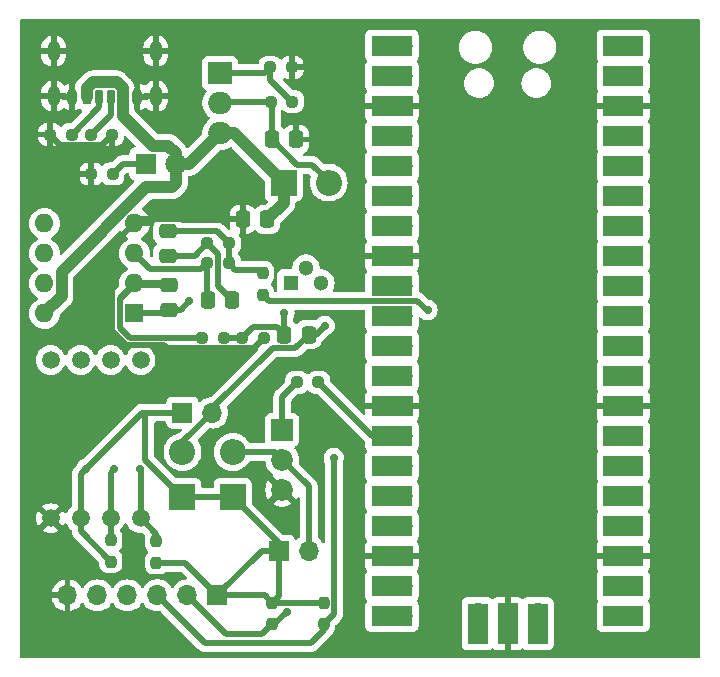
<source format=gtl>
%TF.GenerationSoftware,KiCad,Pcbnew,7.0.9*%
%TF.CreationDate,2024-02-04T13:54:49+01:00*%
%TF.ProjectId,BPN,42504e2e-6b69-4636-9164-5f7063625858,29.01.2024*%
%TF.SameCoordinates,Original*%
%TF.FileFunction,Copper,L1,Top*%
%TF.FilePolarity,Positive*%
%FSLAX46Y46*%
G04 Gerber Fmt 4.6, Leading zero omitted, Abs format (unit mm)*
G04 Created by KiCad (PCBNEW 7.0.9) date 2024-02-04 13:54:49*
%MOMM*%
%LPD*%
G01*
G04 APERTURE LIST*
G04 Aperture macros list*
%AMRoundRect*
0 Rectangle with rounded corners*
0 $1 Rounding radius*
0 $2 $3 $4 $5 $6 $7 $8 $9 X,Y pos of 4 corners*
0 Add a 4 corners polygon primitive as box body*
4,1,4,$2,$3,$4,$5,$6,$7,$8,$9,$2,$3,0*
0 Add four circle primitives for the rounded corners*
1,1,$1+$1,$2,$3*
1,1,$1+$1,$4,$5*
1,1,$1+$1,$6,$7*
1,1,$1+$1,$8,$9*
0 Add four rect primitives between the rounded corners*
20,1,$1+$1,$2,$3,$4,$5,0*
20,1,$1+$1,$4,$5,$6,$7,0*
20,1,$1+$1,$6,$7,$8,$9,0*
20,1,$1+$1,$8,$9,$2,$3,0*%
G04 Aperture macros list end*
%TA.AperFunction,SMDPad,CuDef*%
%ADD10RoundRect,0.237500X0.237500X-0.250000X0.237500X0.250000X-0.237500X0.250000X-0.237500X-0.250000X0*%
%TD*%
%TA.AperFunction,SMDPad,CuDef*%
%ADD11RoundRect,0.250000X-0.475000X0.337500X-0.475000X-0.337500X0.475000X-0.337500X0.475000X0.337500X0*%
%TD*%
%TA.AperFunction,ComponentPad*%
%ADD12R,1.600000X1.600000*%
%TD*%
%TA.AperFunction,ComponentPad*%
%ADD13O,1.600000X1.600000*%
%TD*%
%TA.AperFunction,SMDPad,CuDef*%
%ADD14RoundRect,0.250000X0.337500X0.475000X-0.337500X0.475000X-0.337500X-0.475000X0.337500X-0.475000X0*%
%TD*%
%TA.AperFunction,SMDPad,CuDef*%
%ADD15RoundRect,0.237500X0.250000X0.237500X-0.250000X0.237500X-0.250000X-0.237500X0.250000X-0.237500X0*%
%TD*%
%TA.AperFunction,ComponentPad*%
%ADD16R,2.200000X2.200000*%
%TD*%
%TA.AperFunction,ComponentPad*%
%ADD17O,2.200000X2.200000*%
%TD*%
%TA.AperFunction,ComponentPad*%
%ADD18R,2.000000X1.905000*%
%TD*%
%TA.AperFunction,ComponentPad*%
%ADD19O,2.000000X1.905000*%
%TD*%
%TA.AperFunction,ComponentPad*%
%ADD20R,1.300000X1.300000*%
%TD*%
%TA.AperFunction,ComponentPad*%
%ADD21C,1.300000*%
%TD*%
%TA.AperFunction,SMDPad,CuDef*%
%ADD22RoundRect,0.237500X-0.250000X-0.237500X0.250000X-0.237500X0.250000X0.237500X-0.250000X0.237500X0*%
%TD*%
%TA.AperFunction,SMDPad,CuDef*%
%ADD23RoundRect,0.250000X-0.337500X-0.475000X0.337500X-0.475000X0.337500X0.475000X-0.337500X0.475000X0*%
%TD*%
%TA.AperFunction,SMDPad,CuDef*%
%ADD24RoundRect,0.237500X-0.237500X0.250000X-0.237500X-0.250000X0.237500X-0.250000X0.237500X0.250000X0*%
%TD*%
%TA.AperFunction,ComponentPad*%
%ADD25R,1.800000X1.800000*%
%TD*%
%TA.AperFunction,ComponentPad*%
%ADD26C,1.800000*%
%TD*%
%TA.AperFunction,ComponentPad*%
%ADD27R,1.700000X1.700000*%
%TD*%
%TA.AperFunction,ComponentPad*%
%ADD28O,1.700000X1.700000*%
%TD*%
%TA.AperFunction,SMDPad,CuDef*%
%ADD29RoundRect,0.175000X0.175000X0.425000X-0.175000X0.425000X-0.175000X-0.425000X0.175000X-0.425000X0*%
%TD*%
%TA.AperFunction,SMDPad,CuDef*%
%ADD30RoundRect,0.190000X-0.190000X-0.410000X0.190000X-0.410000X0.190000X0.410000X-0.190000X0.410000X0*%
%TD*%
%TA.AperFunction,SMDPad,CuDef*%
%ADD31RoundRect,0.200000X-0.200000X-0.400000X0.200000X-0.400000X0.200000X0.400000X-0.200000X0.400000X0*%
%TD*%
%TA.AperFunction,SMDPad,CuDef*%
%ADD32RoundRect,0.175000X-0.175000X-0.425000X0.175000X-0.425000X0.175000X0.425000X-0.175000X0.425000X0*%
%TD*%
%TA.AperFunction,SMDPad,CuDef*%
%ADD33RoundRect,0.190000X0.190000X0.410000X-0.190000X0.410000X-0.190000X-0.410000X0.190000X-0.410000X0*%
%TD*%
%TA.AperFunction,SMDPad,CuDef*%
%ADD34RoundRect,0.200000X0.200000X0.400000X-0.200000X0.400000X-0.200000X-0.400000X0.200000X-0.400000X0*%
%TD*%
%TA.AperFunction,ComponentPad*%
%ADD35O,1.100000X1.700000*%
%TD*%
%TA.AperFunction,SMDPad,CuDef*%
%ADD36RoundRect,0.250000X0.475000X-0.337500X0.475000X0.337500X-0.475000X0.337500X-0.475000X-0.337500X0*%
%TD*%
%TA.AperFunction,ComponentPad*%
%ADD37C,1.500000*%
%TD*%
%TA.AperFunction,ComponentPad*%
%ADD38R,1.850000X1.850000*%
%TD*%
%TA.AperFunction,ComponentPad*%
%ADD39C,1.850000*%
%TD*%
%TA.AperFunction,SMDPad,CuDef*%
%ADD40R,3.500000X1.700000*%
%TD*%
%TA.AperFunction,SMDPad,CuDef*%
%ADD41R,1.700000X3.500000*%
%TD*%
%TA.AperFunction,ViaPad*%
%ADD42C,0.700000*%
%TD*%
%TA.AperFunction,Conductor*%
%ADD43C,0.500000*%
%TD*%
%TA.AperFunction,Conductor*%
%ADD44C,1.000000*%
%TD*%
%TA.AperFunction,Conductor*%
%ADD45C,0.250000*%
%TD*%
G04 APERTURE END LIST*
D10*
%TO.P,R8,1*%
%TO.N,/Valve*%
X160385000Y-69287500D03*
%TO.P,R8,2*%
%TO.N,Net-(C3-Pad1)*%
X160385000Y-67462500D03*
%TD*%
D11*
%TO.P,C3,1*%
%TO.N,Net-(C3-Pad1)*%
X152335000Y-63937500D03*
%TO.P,C3,2*%
%TO.N,Net-(C3-Pad2)*%
X152335000Y-66012500D03*
%TD*%
D12*
%TO.P,U3,1*%
%TO.N,Net-(Q1-B)*%
X149535000Y-70875000D03*
D13*
%TO.P,U3,2,-*%
%TO.N,Net-(U3A--)*%
X149535000Y-68335000D03*
%TO.P,U3,3,+*%
%TO.N,Net-(U3A-+)*%
X149535000Y-65795000D03*
%TO.P,U3,4,V-*%
%TO.N,GND*%
X149535000Y-63255000D03*
%TO.P,U3,5*%
%TO.N,N/C*%
X141915000Y-63255000D03*
%TO.P,U3,6*%
X141915000Y-65795000D03*
%TO.P,U3,7*%
X141915000Y-68335000D03*
%TO.P,U3,8,V+*%
%TO.N,+5V*%
X141915000Y-70875000D03*
%TD*%
D14*
%TO.P,C1,1*%
%TO.N,+5V*%
X160772500Y-62925000D03*
%TO.P,C1,2*%
%TO.N,GND*%
X158697500Y-62925000D03*
%TD*%
D15*
%TO.P,R10,1*%
%TO.N,Net-(C3-Pad1)*%
X157535000Y-66625000D03*
%TO.P,R10,2*%
%TO.N,Net-(U3A-+)*%
X155710000Y-66625000D03*
%TD*%
D16*
%TO.P,D3,1,K*%
%TO.N,+3.3V*%
X153600000Y-86412183D03*
D17*
%TO.P,D3,2,A*%
%TO.N,Net-(D3-A)*%
X153600000Y-82602183D03*
%TD*%
D18*
%TO.P,U1,1,ADJ*%
%TO.N,Net-(U1-ADJ)*%
X156785000Y-50526409D03*
D19*
%TO.P,U1,2,VO*%
%TO.N,+3.3V*%
X156785000Y-53066409D03*
%TO.P,U1,3,VI*%
%TO.N,+5V*%
X156785000Y-55606409D03*
%TD*%
D15*
%TO.P,R1,1*%
%TO.N,Net-(J1-CC2)*%
X144207500Y-55736409D03*
%TO.P,R1,2*%
%TO.N,GND*%
X142382500Y-55736409D03*
%TD*%
D20*
%TO.P,Q1,1,E*%
%TO.N,Net-(Q1-E)*%
X162785000Y-68300000D03*
D21*
%TO.P,Q1,2,B*%
%TO.N,Net-(Q1-B)*%
X164055000Y-67030000D03*
%TO.P,Q1,3,C*%
%TO.N,Net-(D3-A)*%
X165325000Y-68300000D03*
%TD*%
D10*
%TO.P,R7,1*%
%TO.N,+3.3V*%
X151385000Y-91987500D03*
%TO.P,R7,2*%
%TO.N,/SCL1*%
X151385000Y-90162500D03*
%TD*%
D22*
%TO.P,R4,1*%
%TO.N,Net-(U1-ADJ)*%
X161035000Y-50056409D03*
%TO.P,R4,2*%
%TO.N,GND*%
X162860000Y-50056409D03*
%TD*%
%TO.P,R2,1*%
%TO.N,Net-(J1-CC1)*%
X145822500Y-55736409D03*
%TO.P,R2,2*%
%TO.N,GND*%
X147647500Y-55736409D03*
%TD*%
D23*
%TO.P,C2,1*%
%TO.N,+3.3V*%
X161147500Y-56156409D03*
%TO.P,C2,2*%
%TO.N,GND*%
X163222500Y-56156409D03*
%TD*%
D24*
%TO.P,R14,1*%
%TO.N,+3.3V*%
X165550000Y-95375000D03*
%TO.P,R14,2*%
%TO.N,/SCL0*%
X165550000Y-97200000D03*
%TD*%
D25*
%TO.P,D1,1,K*%
%TO.N,Net-(D1-K)*%
X150510000Y-58225000D03*
D26*
%TO.P,D1,2,A*%
%TO.N,+5V*%
X153050000Y-58225000D03*
%TD*%
D15*
%TO.P,R12,1*%
%TO.N,GND*%
X160497500Y-72925000D03*
%TO.P,R12,2*%
%TO.N,Net-(Q1-E)*%
X158672500Y-72925000D03*
%TD*%
D27*
%TO.P,J3,1,Pin_1*%
%TO.N,+3.3V*%
X161745000Y-90975000D03*
D28*
%TO.P,J3,2,Pin_2*%
%TO.N,Net-(D4-A)*%
X164285000Y-90975000D03*
%TD*%
D22*
%TO.P,R13,1*%
%TO.N,Net-(Q2-G)*%
X163285000Y-76725000D03*
%TO.P,R13,2*%
%TO.N,/Pump*%
X165110000Y-76725000D03*
%TD*%
D14*
%TO.P,C6,1*%
%TO.N,Net-(D3-A)*%
X164272500Y-72675000D03*
%TO.P,C6,2*%
%TO.N,Net-(Q1-E)*%
X162197500Y-72675000D03*
%TD*%
D22*
%TO.P,R3,1*%
%TO.N,GND*%
X145872500Y-59075000D03*
%TO.P,R3,2*%
%TO.N,Net-(D1-K)*%
X147697500Y-59075000D03*
%TD*%
D29*
%TO.P,J1,A5,CC1*%
%TO.N,Net-(J1-CC1)*%
X147515000Y-52560000D03*
D30*
%TO.P,J1,A9,VBUS*%
%TO.N,+5V*%
X145495000Y-52560000D03*
D31*
%TO.P,J1,A12,GND*%
%TO.N,GND*%
X144265000Y-52560000D03*
D32*
%TO.P,J1,B5,CC2*%
%TO.N,Net-(J1-CC2)*%
X146515000Y-52560000D03*
D33*
%TO.P,J1,B9,VBUS*%
%TO.N,+5V*%
X148535000Y-52560000D03*
D34*
%TO.P,J1,B12,GND*%
%TO.N,GND*%
X149765000Y-52560000D03*
D35*
%TO.P,J1,S1,SHIELD*%
X151335000Y-52480000D03*
X151335000Y-48680000D03*
X142695000Y-52480000D03*
X142695000Y-48680000D03*
%TD*%
D36*
%TO.P,C5,1*%
%TO.N,Net-(Q1-B)*%
X152485000Y-70562500D03*
%TO.P,C5,2*%
%TO.N,Net-(U3A--)*%
X152485000Y-68487500D03*
%TD*%
D27*
%TO.P,J4,1,Pin_1*%
%TO.N,+3.3V*%
X156560000Y-94750000D03*
D28*
%TO.P,J4,2,Pin_2*%
%TO.N,/SDA0*%
X154020000Y-94750000D03*
%TO.P,J4,3,Pin_3*%
%TO.N,/SCL0*%
X151480000Y-94750000D03*
%TO.P,J4,4,Pin_4*%
%TO.N,unconnected-(J4-Pin_4-Pad4)*%
X148940000Y-94750000D03*
%TO.P,J4,5,Pin_5*%
%TO.N,unconnected-(J4-Pin_5-Pad5)*%
X146400000Y-94750000D03*
%TO.P,J4,6,Pin_6*%
%TO.N,GND*%
X143860000Y-94750000D03*
%TD*%
D22*
%TO.P,R9,1*%
%TO.N,Net-(C3-Pad2)*%
X155710000Y-64925000D03*
%TO.P,R9,2*%
%TO.N,Net-(C3-Pad1)*%
X157535000Y-64925000D03*
%TD*%
D37*
%TO.P,U4,1,GND*%
%TO.N,GND*%
X142435000Y-88225000D03*
%TO.P,U4,2,VCC*%
%TO.N,+3.3V*%
X144975000Y-88225000D03*
%TO.P,U4,3,SDA*%
%TO.N,/SDA1*%
X147515000Y-88225000D03*
%TO.P,U4,4,SCL*%
%TO.N,/SCL1*%
X150055000Y-88225000D03*
%TO.P,U4,5,NC*%
%TO.N,unconnected-(U4-NC-Pad5)*%
X150055000Y-74825000D03*
%TO.P,U4,6,NC*%
%TO.N,unconnected-(U4-NC-Pad6)*%
X147515000Y-74825000D03*
%TO.P,U4,7,NC*%
%TO.N,unconnected-(U4-NC-Pad7)*%
X144975000Y-74825000D03*
%TO.P,U4,8,NC*%
%TO.N,unconnected-(U4-NC-Pad8)*%
X142435000Y-74825000D03*
%TD*%
D38*
%TO.P,Q2,1,G*%
%TO.N,Net-(Q2-G)*%
X162045000Y-80735000D03*
D39*
%TO.P,Q2,2,D*%
%TO.N,Net-(D4-A)*%
X162045000Y-83275000D03*
%TO.P,Q2,3,S*%
%TO.N,GND*%
X162045000Y-85815000D03*
%TD*%
D10*
%TO.P,R6,1*%
%TO.N,+3.3V*%
X147535000Y-91887500D03*
%TO.P,R6,2*%
%TO.N,/SDA1*%
X147535000Y-90062500D03*
%TD*%
D22*
%TO.P,R5,1*%
%TO.N,+3.3V*%
X161072500Y-52956409D03*
%TO.P,R5,2*%
%TO.N,Net-(U1-ADJ)*%
X162897500Y-52956409D03*
%TD*%
D28*
%TO.P,U2,1,GPIO0*%
%TO.N,unconnected-(U2-GPIO0-Pad1)*%
X172235000Y-48215000D03*
D40*
X171335000Y-48215000D03*
D28*
%TO.P,U2,2,GPIO1*%
%TO.N,unconnected-(U2-GPIO1-Pad2)*%
X172235000Y-50755000D03*
D40*
X171335000Y-50755000D03*
D27*
%TO.P,U2,3,GND*%
%TO.N,GND*%
X172235000Y-53295000D03*
D40*
X171335000Y-53295000D03*
D28*
%TO.P,U2,4,GPIO2*%
%TO.N,unconnected-(U2-GPIO2-Pad4)*%
X172235000Y-55835000D03*
D40*
X171335000Y-55835000D03*
D28*
%TO.P,U2,5,GPIO3*%
%TO.N,unconnected-(U2-GPIO3-Pad5)*%
X172235000Y-58375000D03*
D40*
X171335000Y-58375000D03*
D28*
%TO.P,U2,6,GPIO4*%
%TO.N,unconnected-(U2-GPIO4-Pad6)*%
X172235000Y-60915000D03*
D40*
X171335000Y-60915000D03*
D28*
%TO.P,U2,7,GPIO5*%
%TO.N,unconnected-(U2-GPIO5-Pad7)*%
X172235000Y-63455000D03*
D40*
X171335000Y-63455000D03*
D27*
%TO.P,U2,8,GND*%
%TO.N,GND*%
X172235000Y-65995000D03*
D40*
X171335000Y-65995000D03*
D28*
%TO.P,U2,9,GPIO6*%
%TO.N,/SDA1*%
X172235000Y-68535000D03*
D40*
X171335000Y-68535000D03*
D28*
%TO.P,U2,10,GPIO7*%
%TO.N,/SCL1*%
X172235000Y-71075000D03*
D40*
X171335000Y-71075000D03*
D28*
%TO.P,U2,11,GPIO8*%
%TO.N,/SDA0*%
X172235000Y-73615000D03*
D40*
X171335000Y-73615000D03*
D28*
%TO.P,U2,12,GPIO9*%
%TO.N,/SCL0*%
X172235000Y-76155000D03*
D40*
X171335000Y-76155000D03*
D27*
%TO.P,U2,13,GND*%
%TO.N,GND*%
X172235000Y-78695000D03*
D40*
X171335000Y-78695000D03*
D28*
%TO.P,U2,14,GPIO10*%
%TO.N,/Pump*%
X172235000Y-81235000D03*
D40*
X171335000Y-81235000D03*
D28*
%TO.P,U2,15,GPIO11*%
%TO.N,/Valve*%
X172235000Y-83775000D03*
D40*
X171335000Y-83775000D03*
D28*
%TO.P,U2,16,GPIO12*%
%TO.N,unconnected-(U2-GPIO12-Pad16)*%
X172235000Y-86315000D03*
D40*
X171335000Y-86315000D03*
D28*
%TO.P,U2,17,GPIO13*%
%TO.N,unconnected-(U2-GPIO13-Pad17)*%
X172235000Y-88855000D03*
D40*
X171335000Y-88855000D03*
D27*
%TO.P,U2,18,GND*%
%TO.N,GND*%
X172235000Y-91395000D03*
D40*
X171335000Y-91395000D03*
D28*
%TO.P,U2,19,GPIO14*%
%TO.N,unconnected-(U2-GPIO14-Pad19)*%
X172235000Y-93935000D03*
D40*
X171335000Y-93935000D03*
D28*
%TO.P,U2,20,GPIO15*%
%TO.N,unconnected-(U2-GPIO15-Pad20)*%
X172235000Y-96475000D03*
D40*
X171335000Y-96475000D03*
D28*
%TO.P,U2,21,GPIO16*%
%TO.N,unconnected-(U2-GPIO16-Pad21)*%
X190015000Y-96475000D03*
D40*
X190915000Y-96475000D03*
D28*
%TO.P,U2,22,GPIO17*%
%TO.N,unconnected-(U2-GPIO17-Pad22)*%
X190015000Y-93935000D03*
D40*
X190915000Y-93935000D03*
D27*
%TO.P,U2,23,GND*%
%TO.N,GND*%
X190015000Y-91395000D03*
D40*
X190915000Y-91395000D03*
D28*
%TO.P,U2,24,GPIO18*%
%TO.N,unconnected-(U2-GPIO18-Pad24)*%
X190015000Y-88855000D03*
D40*
X190915000Y-88855000D03*
D28*
%TO.P,U2,25,GPIO19*%
%TO.N,unconnected-(U2-GPIO19-Pad25)*%
X190015000Y-86315000D03*
D40*
X190915000Y-86315000D03*
D28*
%TO.P,U2,26,GPIO20*%
%TO.N,unconnected-(U2-GPIO20-Pad26)*%
X190015000Y-83775000D03*
D40*
X190915000Y-83775000D03*
D28*
%TO.P,U2,27,GPIO21*%
%TO.N,unconnected-(U2-GPIO21-Pad27)*%
X190015000Y-81235000D03*
D40*
X190915000Y-81235000D03*
D27*
%TO.P,U2,28,GND*%
%TO.N,GND*%
X190015000Y-78695000D03*
D40*
X190915000Y-78695000D03*
D28*
%TO.P,U2,29,GPIO22*%
%TO.N,unconnected-(U2-GPIO22-Pad29)*%
X190015000Y-76155000D03*
D40*
X190915000Y-76155000D03*
D28*
%TO.P,U2,30,RUN*%
%TO.N,unconnected-(U2-RUN-Pad30)*%
X190015000Y-73615000D03*
D40*
X190915000Y-73615000D03*
D28*
%TO.P,U2,31,GPIO26_ADC0*%
%TO.N,unconnected-(U2-GPIO26_ADC0-Pad31)*%
X190015000Y-71075000D03*
D40*
X190915000Y-71075000D03*
D28*
%TO.P,U2,32,GPIO27_ADC1*%
%TO.N,unconnected-(U2-GPIO27_ADC1-Pad32)*%
X190015000Y-68535000D03*
D40*
X190915000Y-68535000D03*
D27*
%TO.P,U2,33,AGND*%
%TO.N,unconnected-(U2-AGND-Pad33)*%
X190015000Y-65995000D03*
D40*
X190915000Y-65995000D03*
D28*
%TO.P,U2,34,GPIO28_ADC2*%
%TO.N,unconnected-(U2-GPIO28_ADC2-Pad34)*%
X190015000Y-63455000D03*
D40*
X190915000Y-63455000D03*
D28*
%TO.P,U2,35,ADC_VREF*%
%TO.N,unconnected-(U2-ADC_VREF-Pad35)*%
X190015000Y-60915000D03*
D40*
X190915000Y-60915000D03*
D28*
%TO.P,U2,36,3V3*%
%TO.N,unconnected-(U2-3V3-Pad36)*%
X190015000Y-58375000D03*
D40*
X190915000Y-58375000D03*
D28*
%TO.P,U2,37,3V3_EN*%
%TO.N,unconnected-(U2-3V3_EN-Pad37)*%
X190015000Y-55835000D03*
D40*
X190915000Y-55835000D03*
D27*
%TO.P,U2,38,GND*%
%TO.N,GND*%
X190015000Y-53295000D03*
D40*
X190915000Y-53295000D03*
D28*
%TO.P,U2,39,VSYS*%
%TO.N,unconnected-(U2-VSYS-Pad39)*%
X190015000Y-50755000D03*
D40*
X190915000Y-50755000D03*
D28*
%TO.P,U2,40,VBUS*%
%TO.N,unconnected-(U2-VBUS-Pad40)*%
X190015000Y-48215000D03*
D40*
X190915000Y-48215000D03*
D28*
%TO.P,U2,41,SWCLK*%
%TO.N,unconnected-(U2-SWCLK-Pad41)*%
X178585000Y-96245000D03*
D41*
X178585000Y-97145000D03*
D27*
%TO.P,U2,42,GND*%
%TO.N,GND*%
X181125000Y-96245000D03*
D41*
X181125000Y-97145000D03*
D28*
%TO.P,U2,43,SWDIO*%
%TO.N,unconnected-(U2-SWDIO-Pad43)*%
X183665000Y-96245000D03*
D41*
X183665000Y-97145000D03*
%TD*%
D22*
%TO.P,R11,1*%
%TO.N,Net-(U3A--)*%
X155260000Y-72925000D03*
%TO.P,R11,2*%
%TO.N,Net-(Q1-E)*%
X157085000Y-72925000D03*
%TD*%
D24*
%TO.P,R15,1*%
%TO.N,+3.3V*%
X161200000Y-95387500D03*
%TO.P,R15,2*%
%TO.N,/SDA0*%
X161200000Y-97212500D03*
%TD*%
D16*
%TO.P,D2,1,K*%
%TO.N,+5V*%
X162162818Y-59800000D03*
D17*
%TO.P,D2,2,A*%
%TO.N,+3.3V*%
X165972818Y-59800000D03*
%TD*%
D27*
%TO.P,J2,1,Pin_1*%
%TO.N,+3.3V*%
X153595000Y-79275000D03*
D28*
%TO.P,J2,2,Pin_2*%
%TO.N,Net-(D3-A)*%
X156135000Y-79275000D03*
%TD*%
D23*
%TO.P,C4,1*%
%TO.N,Net-(U3A-+)*%
X155747500Y-69775000D03*
%TO.P,C4,2*%
%TO.N,Net-(C3-Pad2)*%
X157822500Y-69775000D03*
%TD*%
D16*
%TO.P,D4,1,K*%
%TO.N,+3.3V*%
X157850000Y-86437183D03*
D17*
%TO.P,D4,2,A*%
%TO.N,Net-(D4-A)*%
X157850000Y-82627183D03*
%TD*%
D42*
%TO.N,Net-(Q1-B)*%
X154185000Y-69825000D03*
%TO.N,/SDA0*%
X162450000Y-96137000D03*
%TO.N,/SCL1*%
X149985000Y-84025000D03*
%TO.N,/Valve*%
X174350000Y-70600000D03*
%TO.N,/SDA1*%
X147835000Y-84075000D03*
%TO.N,/SCL0*%
X166400000Y-83100000D03*
%TO.N,Net-(Q1-E)*%
X162235000Y-70875000D03*
%TO.N,Net-(D3-A)*%
X165635000Y-71925000D03*
%TO.N,+3.3V*%
X145435000Y-84025000D03*
%TD*%
D43*
%TO.N,/SDA0*%
X162450000Y-96137000D02*
X161374500Y-97212500D01*
X161374500Y-97212500D02*
X161200000Y-97212500D01*
%TO.N,Net-(U1-ADJ)*%
X160565000Y-50526409D02*
X161035000Y-50056409D01*
X161035000Y-50056409D02*
X161035000Y-51093909D01*
X161035000Y-51093909D02*
X162897500Y-52956409D01*
X156785000Y-50526409D02*
X160565000Y-50526409D01*
D44*
%TO.N,+5V*%
X148535000Y-54136409D02*
X148535000Y-52130000D01*
X162162818Y-59427844D02*
X162162818Y-59800000D01*
X152720000Y-60200000D02*
X150539390Y-60200000D01*
X153050000Y-57340000D02*
X153050000Y-58225000D01*
X162162818Y-59800000D02*
X162162818Y-61534682D01*
X156785000Y-55606409D02*
X157969227Y-55606409D01*
X148535000Y-52130000D02*
X148535000Y-52560000D01*
X153050000Y-58225000D02*
X154166409Y-58225000D01*
X143365000Y-69425000D02*
X141915000Y-70875000D01*
X160772500Y-62907780D02*
X160772500Y-62925000D01*
X157969227Y-55606409D02*
X162162818Y-59800000D01*
X145495000Y-52560000D02*
X145495000Y-51808424D01*
X151073591Y-56675000D02*
X152385000Y-56675000D01*
X154166409Y-58225000D02*
X156785000Y-55606409D01*
X143365000Y-67374390D02*
X143365000Y-69425000D01*
X148535000Y-54136409D02*
X151073591Y-56675000D01*
X145993424Y-51310000D02*
X148036576Y-51310000D01*
X148036576Y-51310000D02*
X148535000Y-51808424D01*
X162162818Y-61534682D02*
X160772500Y-62925000D01*
X145495000Y-51808424D02*
X145993424Y-51310000D01*
X150539390Y-60200000D02*
X143365000Y-67374390D01*
X148535000Y-51808424D02*
X148535000Y-52130000D01*
X153050000Y-58225000D02*
X153050000Y-59870000D01*
X152385000Y-56675000D02*
X153050000Y-57340000D01*
X153050000Y-59870000D02*
X152720000Y-60200000D01*
D43*
%TO.N,GND*%
X146772500Y-56611409D02*
X143257500Y-56611409D01*
X149865000Y-62925000D02*
X158697500Y-62925000D01*
X148775000Y-73575000D02*
X147600000Y-72400000D01*
X147600000Y-72400000D02*
X147600000Y-65190000D01*
X160497500Y-72925000D02*
X159622500Y-73800000D01*
X152275000Y-73800000D02*
X152050000Y-73575000D01*
X152050000Y-73575000D02*
X148775000Y-73575000D01*
X147647500Y-55736409D02*
X146772500Y-56611409D01*
X149535000Y-63255000D02*
X149865000Y-62925000D01*
X143257500Y-56611409D02*
X142382500Y-55736409D01*
X147600000Y-65190000D02*
X149535000Y-63255000D01*
X159622500Y-73800000D02*
X152275000Y-73800000D01*
%TO.N,Net-(Q1-B)*%
X149535000Y-70875000D02*
X152172500Y-70875000D01*
X152485000Y-70562500D02*
X153447500Y-70562500D01*
X152172500Y-70875000D02*
X152485000Y-70562500D01*
X153447500Y-70562500D02*
X154185000Y-69825000D01*
X151922500Y-70875000D02*
X152485000Y-70312500D01*
%TO.N,Net-(C3-Pad1)*%
X157535000Y-66625000D02*
X158085000Y-67175000D01*
X157647500Y-66300000D02*
X157672500Y-66325000D01*
X156547500Y-63937500D02*
X157535000Y-64925000D01*
X158085000Y-67175000D02*
X160097500Y-67175000D01*
X152335000Y-63937500D02*
X156547500Y-63937500D01*
X160097500Y-67175000D02*
X160385000Y-67462500D01*
X157535000Y-64925000D02*
X157535000Y-66625000D01*
X157810000Y-66462500D02*
X157672500Y-66325000D01*
%TO.N,Net-(C3-Pad2)*%
X156597500Y-65812500D02*
X156597500Y-68550000D01*
X155710000Y-64925000D02*
X156597500Y-65812500D01*
X154622500Y-66012500D02*
X155710000Y-64925000D01*
X156597500Y-68550000D02*
X157822500Y-69775000D01*
X152335000Y-66012500D02*
X154622500Y-66012500D01*
%TO.N,Net-(U3A-+)*%
X155747500Y-66662500D02*
X155710000Y-66625000D01*
X155710000Y-69737500D02*
X155747500Y-69775000D01*
X155710000Y-66625000D02*
X155710000Y-69737500D01*
X149535000Y-65795000D02*
X150873142Y-67133142D01*
X155201858Y-67133142D02*
X155710000Y-66625000D01*
X150873142Y-67133142D02*
X155201858Y-67133142D01*
%TO.N,Net-(U3A--)*%
X149185000Y-72925000D02*
X155260000Y-72925000D01*
X149535000Y-68335000D02*
X152332500Y-68335000D01*
X148335000Y-72075000D02*
X149185000Y-72925000D01*
X149522500Y-68487500D02*
X148335000Y-69675000D01*
X148335000Y-69675000D02*
X148335000Y-72075000D01*
X152332500Y-68335000D02*
X152485000Y-68487500D01*
X152485000Y-68487500D02*
X149522500Y-68487500D01*
X149535000Y-68335000D02*
X148335000Y-69535000D01*
X152387500Y-68335000D02*
X152485000Y-68237500D01*
X148335000Y-69535000D02*
X148335000Y-72075000D01*
X155035000Y-72700000D02*
X155260000Y-72925000D01*
%TO.N,/SDA0*%
X160362500Y-98050000D02*
X161200000Y-97212500D01*
X157320000Y-98050000D02*
X160362500Y-98050000D01*
X154020000Y-94750000D02*
X157320000Y-98050000D01*
%TO.N,/SCL1*%
X150055000Y-88225000D02*
X150055000Y-84095000D01*
X150055000Y-88225000D02*
X151385000Y-89555000D01*
X170475000Y-71075000D02*
X172235000Y-71075000D01*
X150055000Y-84095000D02*
X149985000Y-84025000D01*
X151385000Y-89555000D02*
X151385000Y-90162500D01*
%TO.N,/Valve*%
X160922500Y-69825000D02*
X160385000Y-69287500D01*
X174260000Y-70600000D02*
X173485000Y-69825000D01*
X174350000Y-70600000D02*
X174260000Y-70600000D01*
X173485000Y-69825000D02*
X160922500Y-69825000D01*
%TO.N,/SDA1*%
X147515000Y-90042500D02*
X147535000Y-90062500D01*
X147515000Y-88225000D02*
X147515000Y-84395000D01*
X147515000Y-88225000D02*
X147872767Y-88225000D01*
X147515000Y-88225000D02*
X147515000Y-90042500D01*
X147515000Y-84395000D02*
X147835000Y-84075000D01*
%TO.N,/SCL0*%
X151480000Y-94750000D02*
X155530000Y-98800000D01*
X155530000Y-98800000D02*
X164450000Y-98800000D01*
X165550000Y-97700000D02*
X165550000Y-97200000D01*
X170475000Y-76155000D02*
X172235000Y-76155000D01*
X166425000Y-96325000D02*
X165550000Y-97200000D01*
X151480000Y-94120000D02*
X151480000Y-94750000D01*
X164450000Y-98800000D02*
X165550000Y-97700000D01*
X166400000Y-83100000D02*
X166425000Y-83125000D01*
X171930000Y-75850000D02*
X172235000Y-76155000D01*
X166425000Y-83125000D02*
X166425000Y-96325000D01*
%TO.N,/Pump*%
X172235000Y-81235000D02*
X169620000Y-81235000D01*
X169620000Y-81235000D02*
X165110000Y-76725000D01*
%TO.N,Net-(Q1-E)*%
X162197500Y-72675000D02*
X162197500Y-70912500D01*
X162235000Y-70875000D02*
X162235000Y-72637500D01*
X162197500Y-70912500D02*
X162235000Y-70875000D01*
X162235000Y-72637500D02*
X162197500Y-72675000D01*
X161572500Y-72050000D02*
X159547500Y-72050000D01*
X162197500Y-72675000D02*
X161572500Y-72050000D01*
X159547500Y-72050000D02*
X158672500Y-72925000D01*
X157085000Y-72925000D02*
X158672500Y-72925000D01*
%TO.N,Net-(D1-K)*%
X148547500Y-58225000D02*
X147697500Y-59075000D01*
X150060000Y-58675000D02*
X150510000Y-58225000D01*
X150510000Y-58225000D02*
X148547500Y-58225000D01*
%TO.N,Net-(D3-A)*%
X153600000Y-82602183D02*
X153600000Y-81810000D01*
X163147500Y-73800000D02*
X164272500Y-72675000D01*
X153335000Y-82602183D02*
X153335000Y-82075000D01*
X164272500Y-72675000D02*
X164885000Y-72675000D01*
X156135000Y-78925000D02*
X161260000Y-73800000D01*
X161260000Y-73800000D02*
X163147500Y-73800000D01*
X164885000Y-72675000D02*
X165635000Y-71925000D01*
X156135000Y-79275000D02*
X156135000Y-78925000D01*
X153600000Y-81810000D02*
X156135000Y-79275000D01*
%TO.N,Net-(J1-CC1)*%
X147515000Y-54043909D02*
X145822500Y-55736409D01*
X147515000Y-52560000D02*
X147515000Y-54043909D01*
%TO.N,Net-(J1-CC2)*%
X146515000Y-52560000D02*
X146515000Y-53428909D01*
X146515000Y-53428909D02*
X144207500Y-55736409D01*
X144207500Y-55736409D02*
X144426858Y-55736409D01*
%TO.N,Net-(Q2-G)*%
X162045000Y-77965000D02*
X163285000Y-76725000D01*
X162045000Y-80735000D02*
X162045000Y-77965000D01*
%TO.N,Net-(D4-A)*%
X161397183Y-82627183D02*
X162045000Y-83275000D01*
X162045000Y-83275000D02*
X164285000Y-85515000D01*
X157850000Y-82627183D02*
X161397183Y-82627183D01*
X164285000Y-85515000D02*
X164285000Y-90975000D01*
%TO.N,+3.3V*%
X161745000Y-94842500D02*
X161200000Y-95387500D01*
X157122183Y-86412183D02*
X157135000Y-86425000D01*
X161072500Y-52956409D02*
X156895000Y-52956409D01*
X156947500Y-86425000D02*
X157250000Y-86425000D01*
X161200000Y-95387500D02*
X165537500Y-95387500D01*
D45*
X161147500Y-56156409D02*
X161456409Y-56156409D01*
D43*
X164600000Y-58300000D02*
X165972818Y-59672818D01*
X161147500Y-53031409D02*
X161072500Y-52956409D01*
X161147500Y-56156409D02*
X161147500Y-53031409D01*
X156895000Y-52956409D02*
X156785000Y-53066409D01*
X150185000Y-79275000D02*
X145435000Y-84025000D01*
X153595000Y-79275000D02*
X150185000Y-79275000D01*
X161745000Y-90332183D02*
X161745000Y-90975000D01*
X160335000Y-90975000D02*
X156560000Y-94750000D01*
X156560000Y-94750000D02*
X160562500Y-94750000D01*
X144975000Y-89327500D02*
X147535000Y-91887500D01*
X144975000Y-84485000D02*
X145435000Y-84025000D01*
X157850000Y-86437183D02*
X161745000Y-90332183D01*
X153600000Y-86412183D02*
X150462817Y-83275000D01*
X150462817Y-83275000D02*
X150462817Y-79552817D01*
X144975000Y-88225000D02*
X144975000Y-84485000D01*
X157825000Y-86412183D02*
X157850000Y-86437183D01*
X144975000Y-88225000D02*
X144975000Y-89327500D01*
X165972818Y-59672818D02*
X165972818Y-59800000D01*
X161745000Y-90975000D02*
X160335000Y-90975000D01*
X153600000Y-86412183D02*
X157825000Y-86412183D01*
X151385000Y-91987500D02*
X153797500Y-91987500D01*
X163291091Y-58300000D02*
X164600000Y-58300000D01*
X157237183Y-86412183D02*
X157250000Y-86425000D01*
X157135000Y-86425000D02*
X157195000Y-86425000D01*
X161745000Y-90975000D02*
X161745000Y-94842500D01*
X153335000Y-86314339D02*
X153335000Y-86412183D01*
X150462817Y-79552817D02*
X150185000Y-79275000D01*
X160562500Y-94750000D02*
X161200000Y-95387500D01*
X165537500Y-95387500D02*
X165550000Y-95375000D01*
X161147500Y-56156409D02*
X163291091Y-58300000D01*
X153797500Y-91987500D02*
X156560000Y-94750000D01*
%TD*%
%TA.AperFunction,Conductor*%
%TO.N,GND*%
G36*
X169027539Y-70595185D02*
G01*
X169073294Y-70647989D01*
X169084500Y-70699500D01*
X169084500Y-71972870D01*
X169084501Y-71972876D01*
X169090908Y-72032483D01*
X169141202Y-72167328D01*
X169141203Y-72167330D01*
X169218578Y-72270689D01*
X169242995Y-72336153D01*
X169228144Y-72404426D01*
X169218578Y-72419311D01*
X169141203Y-72522669D01*
X169141202Y-72522671D01*
X169090908Y-72657517D01*
X169084501Y-72717116D01*
X169084501Y-72717123D01*
X169084500Y-72717135D01*
X169084500Y-74512870D01*
X169084501Y-74512876D01*
X169090908Y-74572483D01*
X169141202Y-74707328D01*
X169141203Y-74707330D01*
X169218578Y-74810689D01*
X169242995Y-74876153D01*
X169228144Y-74944426D01*
X169218578Y-74959311D01*
X169141203Y-75062669D01*
X169141202Y-75062671D01*
X169090908Y-75197517D01*
X169084501Y-75257116D01*
X169084501Y-75257123D01*
X169084500Y-75257135D01*
X169084500Y-77052870D01*
X169084501Y-77052876D01*
X169090908Y-77112483D01*
X169141202Y-77247328D01*
X169141206Y-77247335D01*
X169218889Y-77351105D01*
X169243307Y-77416569D01*
X169228456Y-77484842D01*
X169218890Y-77499727D01*
X169141647Y-77602910D01*
X169141645Y-77602913D01*
X169091403Y-77737620D01*
X169091401Y-77737627D01*
X169085000Y-77797155D01*
X169085000Y-78445000D01*
X171789428Y-78445000D01*
X171766318Y-78480960D01*
X171725000Y-78621673D01*
X171725000Y-78768327D01*
X171766318Y-78909040D01*
X171789428Y-78945000D01*
X169085000Y-78945000D01*
X169085000Y-79339270D01*
X169065315Y-79406309D01*
X169012511Y-79452064D01*
X168943353Y-79462008D01*
X168879797Y-79432983D01*
X168873319Y-79426951D01*
X166134318Y-76687950D01*
X166100833Y-76626627D01*
X166097999Y-76600269D01*
X166097999Y-76438330D01*
X166097998Y-76438313D01*
X166087674Y-76337247D01*
X166047721Y-76216679D01*
X166033408Y-76173484D01*
X165942840Y-76026650D01*
X165820850Y-75904660D01*
X165674016Y-75814092D01*
X165510253Y-75759826D01*
X165510251Y-75759825D01*
X165409178Y-75749500D01*
X164810830Y-75749500D01*
X164810812Y-75749501D01*
X164709747Y-75759825D01*
X164545984Y-75814092D01*
X164545981Y-75814093D01*
X164399148Y-75904661D01*
X164285181Y-76018629D01*
X164223858Y-76052114D01*
X164154166Y-76047130D01*
X164109819Y-76018629D01*
X163995851Y-75904661D01*
X163995850Y-75904660D01*
X163849016Y-75814092D01*
X163685253Y-75759826D01*
X163685251Y-75759825D01*
X163584178Y-75749500D01*
X162985830Y-75749500D01*
X162985812Y-75749501D01*
X162884747Y-75759825D01*
X162720984Y-75814092D01*
X162720981Y-75814093D01*
X162574148Y-75904661D01*
X162452161Y-76026648D01*
X162361593Y-76173481D01*
X162361591Y-76173486D01*
X162334219Y-76256088D01*
X162307326Y-76337247D01*
X162307326Y-76337248D01*
X162307325Y-76337248D01*
X162297000Y-76438315D01*
X162297000Y-76600269D01*
X162277315Y-76667308D01*
X162260681Y-76687950D01*
X161559358Y-77389272D01*
X161545729Y-77401051D01*
X161526468Y-77415390D01*
X161492898Y-77455397D01*
X161489253Y-77459376D01*
X161483409Y-77465222D01*
X161463059Y-77490959D01*
X161413695Y-77549789D01*
X161409729Y-77555819D01*
X161409682Y-77555788D01*
X161405630Y-77562147D01*
X161405679Y-77562177D01*
X161401889Y-77568321D01*
X161369424Y-77637941D01*
X161334960Y-77706566D01*
X161332488Y-77713357D01*
X161332432Y-77713336D01*
X161329960Y-77720450D01*
X161330015Y-77720469D01*
X161327742Y-77727327D01*
X161319975Y-77764946D01*
X161312207Y-77802565D01*
X161299001Y-77858284D01*
X161294498Y-77877286D01*
X161293661Y-77884454D01*
X161293601Y-77884447D01*
X161292835Y-77891945D01*
X161292895Y-77891951D01*
X161292265Y-77899140D01*
X161294500Y-77975916D01*
X161294500Y-79185500D01*
X161274815Y-79252539D01*
X161222011Y-79298294D01*
X161170501Y-79309500D01*
X161072130Y-79309500D01*
X161072123Y-79309501D01*
X161012516Y-79315908D01*
X160877671Y-79366202D01*
X160877664Y-79366206D01*
X160762455Y-79452452D01*
X160762452Y-79452455D01*
X160676206Y-79567664D01*
X160676202Y-79567671D01*
X160625908Y-79702517D01*
X160619501Y-79762116D01*
X160619501Y-79762123D01*
X160619500Y-79762135D01*
X160619500Y-81707870D01*
X160619501Y-81707878D01*
X160622893Y-81739431D01*
X160610486Y-81808190D01*
X160562874Y-81859326D01*
X160499603Y-81876683D01*
X159336647Y-81876683D01*
X159269608Y-81856998D01*
X159230919Y-81817472D01*
X159228529Y-81813572D01*
X159148836Y-81683524D01*
X158985224Y-81491959D01*
X158858571Y-81383787D01*
X158793656Y-81328344D01*
X158793653Y-81328343D01*
X158578859Y-81196716D01*
X158346110Y-81100309D01*
X158101151Y-81041500D01*
X157850000Y-81021734D01*
X157598848Y-81041500D01*
X157353889Y-81100309D01*
X157121140Y-81196716D01*
X156906346Y-81328343D01*
X156906343Y-81328344D01*
X156714776Y-81491959D01*
X156551161Y-81683526D01*
X156551160Y-81683529D01*
X156419533Y-81898323D01*
X156323126Y-82131072D01*
X156264317Y-82376031D01*
X156244551Y-82627183D01*
X156264317Y-82878334D01*
X156323126Y-83123293D01*
X156419533Y-83356042D01*
X156551160Y-83570836D01*
X156551161Y-83570839D01*
X156606604Y-83635754D01*
X156714776Y-83762407D01*
X156861215Y-83887478D01*
X156906343Y-83926021D01*
X156906346Y-83926022D01*
X157121140Y-84057649D01*
X157328059Y-84143357D01*
X157353889Y-84154056D01*
X157598852Y-84212866D01*
X157850000Y-84232632D01*
X158101148Y-84212866D01*
X158346111Y-84154056D01*
X158578859Y-84057649D01*
X158793659Y-83926019D01*
X158985224Y-83762407D01*
X159148836Y-83570842D01*
X159230920Y-83436893D01*
X159282731Y-83390018D01*
X159336647Y-83377683D01*
X160508974Y-83377683D01*
X160576013Y-83397368D01*
X160621768Y-83450172D01*
X160632550Y-83491440D01*
X160633758Y-83506022D01*
X160634124Y-83510436D01*
X160692117Y-83739445D01*
X160787013Y-83955787D01*
X160916225Y-84153562D01*
X161076223Y-84327364D01*
X161076233Y-84327373D01*
X161230523Y-84447462D01*
X161271336Y-84504172D01*
X161275011Y-84573945D01*
X161240379Y-84634628D01*
X161230522Y-84643170D01*
X161228386Y-84644832D01*
X161228385Y-84644833D01*
X161824432Y-85240879D01*
X161746367Y-85271788D01*
X161620657Y-85363121D01*
X161521611Y-85482847D01*
X161469671Y-85593224D01*
X160875749Y-84999302D01*
X160787454Y-85134450D01*
X160692591Y-85350716D01*
X160634617Y-85579652D01*
X160615116Y-85814994D01*
X160615116Y-85815005D01*
X160634617Y-86050347D01*
X160692591Y-86279283D01*
X160787454Y-86495549D01*
X160875749Y-86630695D01*
X161470229Y-86036217D01*
X161484109Y-86078935D01*
X161567368Y-86210131D01*
X161680639Y-86316500D01*
X161816804Y-86391357D01*
X161821093Y-86392458D01*
X161228386Y-86985165D01*
X161228386Y-86985167D01*
X161262919Y-87012045D01*
X161262925Y-87012049D01*
X161470621Y-87124449D01*
X161470629Y-87124452D01*
X161693981Y-87201129D01*
X161926921Y-87240000D01*
X162163079Y-87240000D01*
X162396018Y-87201129D01*
X162619370Y-87124452D01*
X162619388Y-87124445D01*
X162827066Y-87012054D01*
X162827075Y-87012048D01*
X162861612Y-86985166D01*
X162861613Y-86985165D01*
X162265567Y-86389120D01*
X162343633Y-86358212D01*
X162469343Y-86266879D01*
X162568389Y-86147153D01*
X162620328Y-86036776D01*
X163214248Y-86630696D01*
X163305351Y-86491256D01*
X163306790Y-86492196D01*
X163350664Y-86447992D01*
X163418880Y-86432883D01*
X163484436Y-86457054D01*
X163526518Y-86512829D01*
X163534500Y-86556600D01*
X163534500Y-89787298D01*
X163514815Y-89854337D01*
X163481625Y-89888872D01*
X163413599Y-89936505D01*
X163291673Y-90058431D01*
X163230350Y-90091915D01*
X163160658Y-90086931D01*
X163104725Y-90045059D01*
X163087810Y-90014082D01*
X163038797Y-89882671D01*
X163038793Y-89882664D01*
X162952547Y-89767455D01*
X162952544Y-89767452D01*
X162837335Y-89681206D01*
X162837328Y-89681202D01*
X162702482Y-89630908D01*
X162702483Y-89630908D01*
X162642883Y-89624501D01*
X162642881Y-89624500D01*
X162642873Y-89624500D01*
X162642865Y-89624500D01*
X162150046Y-89624500D01*
X162083007Y-89604815D01*
X162062365Y-89588181D01*
X159486818Y-87012634D01*
X159453333Y-86951311D01*
X159450499Y-86924953D01*
X159450499Y-85289312D01*
X159450498Y-85289306D01*
X159450497Y-85289299D01*
X159444091Y-85229700D01*
X159441469Y-85222671D01*
X159393797Y-85094854D01*
X159393793Y-85094847D01*
X159307547Y-84979638D01*
X159307544Y-84979635D01*
X159192335Y-84893389D01*
X159192328Y-84893385D01*
X159057482Y-84843091D01*
X159057483Y-84843091D01*
X158997883Y-84836684D01*
X158997881Y-84836683D01*
X158997873Y-84836683D01*
X158997864Y-84836683D01*
X156702129Y-84836683D01*
X156702123Y-84836684D01*
X156642516Y-84843091D01*
X156507671Y-84893385D01*
X156507664Y-84893389D01*
X156392455Y-84979635D01*
X156392452Y-84979638D01*
X156306206Y-85094847D01*
X156306202Y-85094854D01*
X156255908Y-85229700D01*
X156249501Y-85289299D01*
X156249501Y-85289306D01*
X156249500Y-85289318D01*
X156249500Y-85537683D01*
X156229815Y-85604722D01*
X156177011Y-85650477D01*
X156125500Y-85661683D01*
X155324499Y-85661683D01*
X155257460Y-85641998D01*
X155211705Y-85589194D01*
X155200499Y-85537683D01*
X155200499Y-85264312D01*
X155200498Y-85264306D01*
X155196022Y-85222668D01*
X155194091Y-85204700D01*
X155190721Y-85195665D01*
X155143797Y-85069854D01*
X155143793Y-85069847D01*
X155057547Y-84954638D01*
X155057544Y-84954635D01*
X154942335Y-84868389D01*
X154942328Y-84868385D01*
X154807482Y-84818091D01*
X154807483Y-84818091D01*
X154747883Y-84811684D01*
X154747881Y-84811683D01*
X154747873Y-84811683D01*
X154747865Y-84811683D01*
X153112230Y-84811683D01*
X153045191Y-84791998D01*
X153024549Y-84775364D01*
X151249636Y-83000451D01*
X151216151Y-82939128D01*
X151213317Y-82912770D01*
X151213317Y-80149500D01*
X151233002Y-80082461D01*
X151285806Y-80036706D01*
X151337317Y-80025500D01*
X152120501Y-80025500D01*
X152187540Y-80045185D01*
X152233295Y-80097989D01*
X152244501Y-80149500D01*
X152244501Y-80172876D01*
X152250908Y-80232483D01*
X152301202Y-80367328D01*
X152301206Y-80367335D01*
X152387452Y-80482544D01*
X152387455Y-80482547D01*
X152502664Y-80568793D01*
X152502671Y-80568797D01*
X152637517Y-80619091D01*
X152637516Y-80619091D01*
X152644444Y-80619835D01*
X152697127Y-80625500D01*
X153423769Y-80625499D01*
X153490808Y-80645183D01*
X153536563Y-80697987D01*
X153546507Y-80767146D01*
X153517482Y-80830702D01*
X153511450Y-80837180D01*
X153351578Y-80997052D01*
X153292844Y-81029945D01*
X153103888Y-81075309D01*
X152871140Y-81171716D01*
X152656346Y-81303343D01*
X152656343Y-81303344D01*
X152464776Y-81466959D01*
X152301161Y-81658526D01*
X152301160Y-81658529D01*
X152169533Y-81873323D01*
X152073126Y-82106072D01*
X152014317Y-82351031D01*
X151994551Y-82602183D01*
X152014317Y-82853334D01*
X152073126Y-83098293D01*
X152169533Y-83331042D01*
X152301160Y-83545836D01*
X152301161Y-83545839D01*
X152356604Y-83610754D01*
X152464776Y-83737407D01*
X152591208Y-83845390D01*
X152656343Y-83901021D01*
X152656346Y-83901022D01*
X152871140Y-84032649D01*
X153005550Y-84088323D01*
X153103889Y-84129056D01*
X153348852Y-84187866D01*
X153600000Y-84207632D01*
X153851148Y-84187866D01*
X154096111Y-84129056D01*
X154328859Y-84032649D01*
X154543659Y-83901019D01*
X154735224Y-83737407D01*
X154898836Y-83545842D01*
X155030466Y-83331042D01*
X155126873Y-83098294D01*
X155185683Y-82853331D01*
X155205449Y-82602183D01*
X155185683Y-82351035D01*
X155126873Y-82106072D01*
X155090205Y-82017547D01*
X155030466Y-81873323D01*
X154917238Y-81688552D01*
X154898993Y-81621106D01*
X154920109Y-81554504D01*
X154935279Y-81536086D01*
X155823498Y-80647867D01*
X155884819Y-80614384D01*
X155921983Y-80612022D01*
X156064861Y-80624522D01*
X156134999Y-80630659D01*
X156135000Y-80630659D01*
X156135001Y-80630659D01*
X156193966Y-80625500D01*
X156370408Y-80610063D01*
X156598663Y-80548903D01*
X156812830Y-80449035D01*
X157006401Y-80313495D01*
X157173495Y-80146401D01*
X157309035Y-79952830D01*
X157408903Y-79738663D01*
X157470063Y-79510408D01*
X157490659Y-79275000D01*
X157470063Y-79039592D01*
X157408903Y-78811337D01*
X157407502Y-78806107D01*
X157409071Y-78805686D01*
X157405102Y-78743367D01*
X157438376Y-78682990D01*
X161534548Y-74586819D01*
X161595871Y-74553334D01*
X161622229Y-74550500D01*
X163083795Y-74550500D01*
X163101765Y-74551809D01*
X163125523Y-74555289D01*
X163177568Y-74550735D01*
X163182970Y-74550500D01*
X163191204Y-74550500D01*
X163191209Y-74550500D01*
X163202827Y-74549141D01*
X163223776Y-74546693D01*
X163236528Y-74545577D01*
X163300297Y-74539999D01*
X163300305Y-74539996D01*
X163307366Y-74538539D01*
X163307378Y-74538598D01*
X163314743Y-74536965D01*
X163314729Y-74536906D01*
X163321746Y-74535241D01*
X163321755Y-74535241D01*
X163393923Y-74508974D01*
X163466834Y-74484814D01*
X163466843Y-74484807D01*
X163473382Y-74481760D01*
X163473408Y-74481816D01*
X163480190Y-74478532D01*
X163480163Y-74478478D01*
X163486606Y-74475240D01*
X163486617Y-74475237D01*
X163550783Y-74433034D01*
X163616156Y-74392712D01*
X163616162Y-74392705D01*
X163621825Y-74388229D01*
X163621862Y-74388277D01*
X163627704Y-74383518D01*
X163627664Y-74383471D01*
X163633186Y-74378835D01*
X163633196Y-74378830D01*
X163685886Y-74322981D01*
X164072048Y-73936817D01*
X164133371Y-73903333D01*
X164159729Y-73900499D01*
X164660002Y-73900499D01*
X164660008Y-73900499D01*
X164762797Y-73889999D01*
X164929334Y-73834814D01*
X165078656Y-73742712D01*
X165202712Y-73618656D01*
X165294814Y-73469334D01*
X165349999Y-73302797D01*
X165350000Y-73302784D01*
X165350219Y-73301763D01*
X165350552Y-73301128D01*
X165352129Y-73296370D01*
X165352914Y-73296630D01*
X165381280Y-73242611D01*
X165410465Y-73211677D01*
X165423388Y-73197980D01*
X165564454Y-73056911D01*
X165854179Y-72767186D01*
X165894111Y-72742729D01*
X165893329Y-72740972D01*
X165899263Y-72738329D01*
X165899267Y-72738329D01*
X166062593Y-72665612D01*
X166207230Y-72560526D01*
X166326859Y-72427665D01*
X166416250Y-72272835D01*
X166471497Y-72102803D01*
X166490185Y-71925000D01*
X166471497Y-71747197D01*
X166422399Y-71596089D01*
X166416252Y-71577170D01*
X166416249Y-71577164D01*
X166326859Y-71422335D01*
X166275397Y-71365181D01*
X166207235Y-71289478D01*
X166207232Y-71289476D01*
X166207231Y-71289475D01*
X166207230Y-71289474D01*
X166062593Y-71184388D01*
X165899267Y-71111671D01*
X165899265Y-71111670D01*
X165771594Y-71084533D01*
X165724391Y-71074500D01*
X165545609Y-71074500D01*
X165514954Y-71081015D01*
X165370733Y-71111670D01*
X165370728Y-71111672D01*
X165207408Y-71184387D01*
X165062768Y-71289475D01*
X164943137Y-71422339D01*
X164939363Y-71427533D01*
X164884029Y-71470193D01*
X164814415Y-71476166D01*
X164800049Y-71472344D01*
X164762800Y-71460001D01*
X164660010Y-71449500D01*
X163884998Y-71449500D01*
X163884980Y-71449501D01*
X163782203Y-71460000D01*
X163782200Y-71460001D01*
X163615668Y-71515185D01*
X163615663Y-71515187D01*
X163466342Y-71607289D01*
X163342285Y-71731346D01*
X163340537Y-71734182D01*
X163338829Y-71735717D01*
X163337807Y-71737011D01*
X163337585Y-71736836D01*
X163288589Y-71780905D01*
X163219626Y-71792126D01*
X163155544Y-71764282D01*
X163129463Y-71734182D01*
X163127714Y-71731347D01*
X163127713Y-71731346D01*
X163127712Y-71731344D01*
X163021818Y-71625450D01*
X162988334Y-71564127D01*
X162985500Y-71537769D01*
X162985500Y-71309320D01*
X163002112Y-71247322D01*
X163016250Y-71222835D01*
X163071497Y-71052803D01*
X163090185Y-70875000D01*
X163073101Y-70712460D01*
X163085670Y-70643732D01*
X163133402Y-70592708D01*
X163196422Y-70575500D01*
X168960500Y-70575500D01*
X169027539Y-70595185D01*
G37*
%TD.AperFunction*%
%TA.AperFunction,Conductor*%
G36*
X197342539Y-45970185D02*
G01*
X197388294Y-46022989D01*
X197399500Y-46074500D01*
X197399500Y-99925500D01*
X197379815Y-99992539D01*
X197327011Y-100038294D01*
X197275500Y-100049500D01*
X139974500Y-100049500D01*
X139907461Y-100029815D01*
X139861706Y-99977011D01*
X139850500Y-99925500D01*
X139850500Y-70875001D01*
X140609532Y-70875001D01*
X140629364Y-71101686D01*
X140629366Y-71101697D01*
X140688258Y-71321488D01*
X140688261Y-71321497D01*
X140784431Y-71527732D01*
X140784432Y-71527734D01*
X140914954Y-71714141D01*
X141075858Y-71875045D01*
X141075861Y-71875047D01*
X141262266Y-72005568D01*
X141468504Y-72101739D01*
X141468509Y-72101740D01*
X141468511Y-72101741D01*
X141501089Y-72110470D01*
X141688308Y-72160635D01*
X141846786Y-72174500D01*
X141914998Y-72180468D01*
X141915000Y-72180468D01*
X141915002Y-72180468D01*
X141983214Y-72174500D01*
X142141692Y-72160635D01*
X142361496Y-72101739D01*
X142567734Y-72005568D01*
X142754139Y-71875047D01*
X142915047Y-71714139D01*
X143045568Y-71527734D01*
X143141739Y-71321496D01*
X143200635Y-71101692D01*
X143206039Y-71039906D01*
X143231490Y-70974840D01*
X143241878Y-70963041D01*
X144063487Y-70141433D01*
X144128053Y-70080059D01*
X144163112Y-70029686D01*
X144165925Y-70025957D01*
X144204698Y-69978407D01*
X144220607Y-69947948D01*
X144224667Y-69941248D01*
X144244295Y-69913049D01*
X144268492Y-69856660D01*
X144270498Y-69852435D01*
X144298909Y-69798049D01*
X144308360Y-69765015D01*
X144310991Y-69757628D01*
X144311543Y-69756342D01*
X144324540Y-69726058D01*
X144336893Y-69665940D01*
X144338006Y-69661412D01*
X144354887Y-69602418D01*
X144357495Y-69568155D01*
X144358587Y-69560376D01*
X144360638Y-69550399D01*
X144365500Y-69526741D01*
X144365500Y-69465401D01*
X144365679Y-69460692D01*
X144370337Y-69399525D01*
X144365997Y-69365441D01*
X144365500Y-69357602D01*
X144365500Y-67840172D01*
X144385185Y-67773133D01*
X144401814Y-67752496D01*
X148235289Y-63919021D01*
X148296608Y-63885539D01*
X148366300Y-63890523D01*
X148422233Y-63932395D01*
X148424541Y-63935581D01*
X148535342Y-64093820D01*
X148696179Y-64254657D01*
X148882518Y-64385134D01*
X148882520Y-64385135D01*
X148940865Y-64412342D01*
X148993305Y-64458514D01*
X149012457Y-64525707D01*
X148992242Y-64592589D01*
X148940867Y-64637105D01*
X148882268Y-64664431D01*
X148882264Y-64664433D01*
X148695858Y-64794954D01*
X148534954Y-64955858D01*
X148404432Y-65142265D01*
X148404431Y-65142267D01*
X148308261Y-65348502D01*
X148308258Y-65348511D01*
X148249366Y-65568302D01*
X148249364Y-65568313D01*
X148229532Y-65794998D01*
X148229532Y-65795001D01*
X148249364Y-66021686D01*
X148249366Y-66021697D01*
X148308258Y-66241488D01*
X148308261Y-66241497D01*
X148404431Y-66447732D01*
X148404432Y-66447734D01*
X148534954Y-66634141D01*
X148695858Y-66795045D01*
X148695861Y-66795047D01*
X148882266Y-66925568D01*
X148939747Y-66952372D01*
X148940275Y-66952618D01*
X148992714Y-66998791D01*
X149011866Y-67065984D01*
X148991650Y-67132865D01*
X148940275Y-67177381D01*
X148925010Y-67184500D01*
X148882267Y-67204431D01*
X148882265Y-67204432D01*
X148695858Y-67334954D01*
X148534954Y-67495858D01*
X148404432Y-67682265D01*
X148404431Y-67682267D01*
X148308261Y-67888502D01*
X148308258Y-67888511D01*
X148249366Y-68108302D01*
X148249364Y-68108313D01*
X148229532Y-68334998D01*
X148229532Y-68335003D01*
X148244129Y-68501861D01*
X148230362Y-68570360D01*
X148208282Y-68600348D01*
X147849358Y-68959272D01*
X147835729Y-68971051D01*
X147816468Y-68985390D01*
X147782898Y-69025397D01*
X147779253Y-69029376D01*
X147773409Y-69035222D01*
X147753059Y-69060959D01*
X147703695Y-69119789D01*
X147699729Y-69125819D01*
X147699682Y-69125788D01*
X147695630Y-69132147D01*
X147695679Y-69132177D01*
X147691889Y-69138321D01*
X147659424Y-69207941D01*
X147624960Y-69276566D01*
X147622488Y-69283357D01*
X147622432Y-69283336D01*
X147619960Y-69290450D01*
X147620015Y-69290469D01*
X147617742Y-69297327D01*
X147611879Y-69325726D01*
X147602207Y-69372565D01*
X147595818Y-69399525D01*
X147584498Y-69447286D01*
X147583661Y-69454454D01*
X147583601Y-69454447D01*
X147582835Y-69461945D01*
X147582895Y-69461951D01*
X147582265Y-69469140D01*
X147584500Y-69545916D01*
X147584500Y-69585655D01*
X147582835Y-69601945D01*
X147582895Y-69601951D01*
X147582265Y-69609140D01*
X147584500Y-69685916D01*
X147584500Y-72011294D01*
X147583191Y-72029263D01*
X147579710Y-72053025D01*
X147583577Y-72097215D01*
X147584228Y-72104660D01*
X147584264Y-72105064D01*
X147584500Y-72110470D01*
X147584500Y-72118709D01*
X147588306Y-72151274D01*
X147595000Y-72227791D01*
X147596461Y-72234867D01*
X147596403Y-72234878D01*
X147598034Y-72242237D01*
X147598092Y-72242224D01*
X147599757Y-72249250D01*
X147626025Y-72321424D01*
X147650185Y-72394331D01*
X147653236Y-72400874D01*
X147653182Y-72400898D01*
X147656470Y-72407688D01*
X147656521Y-72407663D01*
X147659761Y-72414113D01*
X147659762Y-72414114D01*
X147659763Y-72414117D01*
X147668674Y-72427665D01*
X147701965Y-72478283D01*
X147742287Y-72543655D01*
X147746766Y-72549319D01*
X147746719Y-72549356D01*
X147751482Y-72555202D01*
X147751528Y-72555164D01*
X147756173Y-72560700D01*
X147812019Y-72613387D01*
X148609269Y-73410637D01*
X148621049Y-73424268D01*
X148635389Y-73443530D01*
X148635391Y-73443532D01*
X148675409Y-73477110D01*
X148679399Y-73480766D01*
X148685227Y-73486594D01*
X148710947Y-73506931D01*
X148769788Y-73556304D01*
X148775818Y-73560270D01*
X148775785Y-73560319D01*
X148782143Y-73564369D01*
X148782175Y-73564319D01*
X148788320Y-73568109D01*
X148788323Y-73568111D01*
X148857936Y-73600572D01*
X148926567Y-73635040D01*
X148926572Y-73635041D01*
X148933361Y-73637513D01*
X148933340Y-73637570D01*
X148940455Y-73640043D01*
X148940475Y-73639986D01*
X148947330Y-73642258D01*
X149022558Y-73657790D01*
X149097279Y-73675500D01*
X149097289Y-73675500D01*
X149104452Y-73676338D01*
X149104444Y-73676397D01*
X149111945Y-73677164D01*
X149111951Y-73677105D01*
X149119143Y-73677733D01*
X149119145Y-73677734D01*
X149119146Y-73677733D01*
X149119147Y-73677734D01*
X149131222Y-73677383D01*
X149198806Y-73695107D01*
X149246078Y-73746557D01*
X149258031Y-73815397D01*
X149230868Y-73879770D01*
X149222513Y-73889011D01*
X149093400Y-74018124D01*
X148967900Y-74197357D01*
X148967898Y-74197361D01*
X148897382Y-74348583D01*
X148851209Y-74401022D01*
X148784016Y-74420174D01*
X148717135Y-74399958D01*
X148672618Y-74348583D01*
X148658118Y-74317488D01*
X148602102Y-74197362D01*
X148602100Y-74197359D01*
X148602099Y-74197357D01*
X148476599Y-74018124D01*
X148405446Y-73946971D01*
X148321877Y-73863402D01*
X148168730Y-73756167D01*
X148142638Y-73737897D01*
X148012864Y-73677383D01*
X147944330Y-73645425D01*
X147944326Y-73645424D01*
X147944322Y-73645422D01*
X147732977Y-73588793D01*
X147515002Y-73569723D01*
X147514998Y-73569723D01*
X147369682Y-73582436D01*
X147297023Y-73588793D01*
X147297020Y-73588793D01*
X147085677Y-73645422D01*
X147085668Y-73645426D01*
X146887361Y-73737898D01*
X146887357Y-73737900D01*
X146708121Y-73863402D01*
X146553402Y-74018121D01*
X146427900Y-74197357D01*
X146427898Y-74197361D01*
X146357382Y-74348583D01*
X146311209Y-74401022D01*
X146244016Y-74420174D01*
X146177135Y-74399958D01*
X146132618Y-74348583D01*
X146118118Y-74317488D01*
X146062102Y-74197362D01*
X146062100Y-74197359D01*
X146062099Y-74197357D01*
X145936599Y-74018124D01*
X145865446Y-73946971D01*
X145781877Y-73863402D01*
X145628730Y-73756167D01*
X145602638Y-73737897D01*
X145472864Y-73677383D01*
X145404330Y-73645425D01*
X145404326Y-73645424D01*
X145404322Y-73645422D01*
X145192977Y-73588793D01*
X144975002Y-73569723D01*
X144974998Y-73569723D01*
X144829682Y-73582436D01*
X144757023Y-73588793D01*
X144757020Y-73588793D01*
X144545677Y-73645422D01*
X144545668Y-73645426D01*
X144347361Y-73737898D01*
X144347357Y-73737900D01*
X144168121Y-73863402D01*
X144013402Y-74018121D01*
X143887900Y-74197357D01*
X143887898Y-74197361D01*
X143817382Y-74348583D01*
X143771209Y-74401022D01*
X143704016Y-74420174D01*
X143637135Y-74399958D01*
X143592618Y-74348583D01*
X143578118Y-74317488D01*
X143522102Y-74197362D01*
X143522100Y-74197359D01*
X143522099Y-74197357D01*
X143396599Y-74018124D01*
X143325446Y-73946971D01*
X143241877Y-73863402D01*
X143088730Y-73756167D01*
X143062638Y-73737897D01*
X142932864Y-73677383D01*
X142864330Y-73645425D01*
X142864326Y-73645424D01*
X142864322Y-73645422D01*
X142652977Y-73588793D01*
X142435002Y-73569723D01*
X142434998Y-73569723D01*
X142289682Y-73582436D01*
X142217023Y-73588793D01*
X142217020Y-73588793D01*
X142005677Y-73645422D01*
X142005668Y-73645426D01*
X141807361Y-73737898D01*
X141807357Y-73737900D01*
X141628121Y-73863402D01*
X141473402Y-74018121D01*
X141347900Y-74197357D01*
X141347898Y-74197361D01*
X141255426Y-74395668D01*
X141255422Y-74395677D01*
X141198793Y-74607020D01*
X141198793Y-74607024D01*
X141179723Y-74824997D01*
X141179723Y-74825002D01*
X141198793Y-75042975D01*
X141198793Y-75042979D01*
X141255422Y-75254322D01*
X141255424Y-75254326D01*
X141255425Y-75254330D01*
X141277382Y-75301416D01*
X141347897Y-75452638D01*
X141347898Y-75452639D01*
X141473402Y-75631877D01*
X141628123Y-75786598D01*
X141807361Y-75912102D01*
X142005670Y-76004575D01*
X142217023Y-76061207D01*
X142399926Y-76077208D01*
X142434998Y-76080277D01*
X142435000Y-76080277D01*
X142435002Y-76080277D01*
X142463254Y-76077805D01*
X142652977Y-76061207D01*
X142864330Y-76004575D01*
X143062639Y-75912102D01*
X143241877Y-75786598D01*
X143396598Y-75631877D01*
X143522102Y-75452639D01*
X143592618Y-75301414D01*
X143638790Y-75248977D01*
X143705984Y-75229825D01*
X143772865Y-75250041D01*
X143817381Y-75301414D01*
X143887898Y-75452639D01*
X144013402Y-75631877D01*
X144168123Y-75786598D01*
X144347361Y-75912102D01*
X144545670Y-76004575D01*
X144757023Y-76061207D01*
X144939926Y-76077208D01*
X144974998Y-76080277D01*
X144975000Y-76080277D01*
X144975002Y-76080277D01*
X145003254Y-76077805D01*
X145192977Y-76061207D01*
X145404330Y-76004575D01*
X145602639Y-75912102D01*
X145781877Y-75786598D01*
X145936598Y-75631877D01*
X146062102Y-75452639D01*
X146132618Y-75301414D01*
X146178790Y-75248977D01*
X146245984Y-75229825D01*
X146312865Y-75250041D01*
X146357381Y-75301414D01*
X146427898Y-75452639D01*
X146553402Y-75631877D01*
X146708123Y-75786598D01*
X146887361Y-75912102D01*
X147085670Y-76004575D01*
X147297023Y-76061207D01*
X147479926Y-76077208D01*
X147514998Y-76080277D01*
X147515000Y-76080277D01*
X147515002Y-76080277D01*
X147543254Y-76077805D01*
X147732977Y-76061207D01*
X147944330Y-76004575D01*
X148142639Y-75912102D01*
X148321877Y-75786598D01*
X148476598Y-75631877D01*
X148602102Y-75452639D01*
X148672618Y-75301414D01*
X148718790Y-75248977D01*
X148785984Y-75229825D01*
X148852865Y-75250041D01*
X148897381Y-75301414D01*
X148967898Y-75452639D01*
X149093402Y-75631877D01*
X149248123Y-75786598D01*
X149427361Y-75912102D01*
X149625670Y-76004575D01*
X149837023Y-76061207D01*
X150019926Y-76077208D01*
X150054998Y-76080277D01*
X150055000Y-76080277D01*
X150055002Y-76080277D01*
X150083254Y-76077805D01*
X150272977Y-76061207D01*
X150484330Y-76004575D01*
X150682639Y-75912102D01*
X150861877Y-75786598D01*
X151016598Y-75631877D01*
X151142102Y-75452639D01*
X151234575Y-75254330D01*
X151291207Y-75042977D01*
X151310277Y-74825000D01*
X151310062Y-74822546D01*
X151306569Y-74782618D01*
X151291207Y-74607023D01*
X151234575Y-74395670D01*
X151142102Y-74197362D01*
X151142100Y-74197359D01*
X151142099Y-74197357D01*
X151016599Y-74018124D01*
X151012325Y-74013850D01*
X150885654Y-73887179D01*
X150852171Y-73825859D01*
X150857155Y-73756167D01*
X150899026Y-73700233D01*
X150964490Y-73675816D01*
X150973337Y-73675500D01*
X154427948Y-73675500D01*
X154494987Y-73695185D01*
X154515629Y-73711819D01*
X154549150Y-73745340D01*
X154695984Y-73835908D01*
X154859747Y-73890174D01*
X154960823Y-73900500D01*
X155559176Y-73900499D01*
X155559184Y-73900498D01*
X155559187Y-73900498D01*
X155614530Y-73894844D01*
X155660253Y-73890174D01*
X155824016Y-73835908D01*
X155970850Y-73745340D01*
X156084819Y-73631371D01*
X156146142Y-73597886D01*
X156215834Y-73602870D01*
X156260181Y-73631371D01*
X156374150Y-73745340D01*
X156520984Y-73835908D01*
X156684747Y-73890174D01*
X156785823Y-73900500D01*
X157384176Y-73900499D01*
X157384184Y-73900498D01*
X157384187Y-73900498D01*
X157439530Y-73894844D01*
X157485253Y-73890174D01*
X157649016Y-73835908D01*
X157795850Y-73745340D01*
X157795852Y-73745338D01*
X157801513Y-73740862D01*
X157803476Y-73743345D01*
X157852392Y-73716636D01*
X157922084Y-73721620D01*
X157954651Y-73742550D01*
X157955987Y-73740862D01*
X157961647Y-73745338D01*
X157961649Y-73745339D01*
X157961650Y-73745340D01*
X158108484Y-73835908D01*
X158272247Y-73890174D01*
X158373323Y-73900500D01*
X158971676Y-73900499D01*
X158971684Y-73900498D01*
X158971687Y-73900498D01*
X159027030Y-73894844D01*
X159072753Y-73890174D01*
X159236516Y-73835908D01*
X159383350Y-73745340D01*
X159497675Y-73631014D01*
X159558994Y-73597532D01*
X159628686Y-73602516D01*
X159673034Y-73631017D01*
X159786961Y-73744944D01*
X159786965Y-73744947D01*
X159939844Y-73839245D01*
X159938535Y-73841365D01*
X159982148Y-73879775D01*
X160001292Y-73946971D01*
X159981068Y-74013850D01*
X159964977Y-74033653D01*
X156105862Y-77892768D01*
X156044539Y-77926253D01*
X156028990Y-77928615D01*
X155899595Y-77939936D01*
X155899586Y-77939938D01*
X155671344Y-78001094D01*
X155671335Y-78001098D01*
X155457171Y-78100964D01*
X155457169Y-78100965D01*
X155263600Y-78236503D01*
X155141673Y-78358430D01*
X155080350Y-78391914D01*
X155010658Y-78386930D01*
X154954725Y-78345058D01*
X154937810Y-78314081D01*
X154888797Y-78182671D01*
X154888793Y-78182664D01*
X154802547Y-78067455D01*
X154802544Y-78067452D01*
X154687335Y-77981206D01*
X154687328Y-77981202D01*
X154552482Y-77930908D01*
X154552483Y-77930908D01*
X154492883Y-77924501D01*
X154492881Y-77924500D01*
X154492873Y-77924500D01*
X154492864Y-77924500D01*
X152697129Y-77924500D01*
X152697123Y-77924501D01*
X152637516Y-77930908D01*
X152502671Y-77981202D01*
X152502664Y-77981206D01*
X152387455Y-78067452D01*
X152387452Y-78067455D01*
X152301206Y-78182664D01*
X152301202Y-78182671D01*
X152250908Y-78317517D01*
X152244501Y-78377116D01*
X152244500Y-78377135D01*
X152244500Y-78400500D01*
X152224815Y-78467539D01*
X152172011Y-78513294D01*
X152120500Y-78524500D01*
X150274342Y-78524500D01*
X150258054Y-78522836D01*
X150258049Y-78522896D01*
X150250857Y-78522266D01*
X150250856Y-78522266D01*
X150250854Y-78522266D01*
X150239634Y-78522592D01*
X150218069Y-78521335D01*
X150206981Y-78519711D01*
X150206972Y-78519710D01*
X150161890Y-78523655D01*
X150154933Y-78524264D01*
X150149532Y-78524500D01*
X150141291Y-78524500D01*
X150141287Y-78524500D01*
X150141277Y-78524501D01*
X150133114Y-78525455D01*
X150127722Y-78525848D01*
X150075491Y-78527368D01*
X150075480Y-78527370D01*
X150064640Y-78530274D01*
X150043378Y-78534023D01*
X150032207Y-78535001D01*
X150025127Y-78536463D01*
X150025115Y-78536406D01*
X150017752Y-78538038D01*
X150017766Y-78538095D01*
X150010741Y-78539759D01*
X149961661Y-78557623D01*
X149956502Y-78559250D01*
X149906031Y-78572774D01*
X149906017Y-78572779D01*
X149896143Y-78578103D01*
X149876316Y-78586655D01*
X149865671Y-78590183D01*
X149859129Y-78593234D01*
X149859104Y-78593181D01*
X149852310Y-78596470D01*
X149852336Y-78596521D01*
X149845886Y-78599760D01*
X149802232Y-78628471D01*
X149797587Y-78631244D01*
X149751599Y-78656040D01*
X149751598Y-78656041D01*
X149743214Y-78663502D01*
X149725889Y-78676400D01*
X149716347Y-78682285D01*
X149710686Y-78686763D01*
X149710650Y-78686717D01*
X149704798Y-78691484D01*
X149704835Y-78691528D01*
X149699305Y-78696168D01*
X149663456Y-78734165D01*
X149659576Y-78737934D01*
X149620540Y-78772674D01*
X149620536Y-78772678D01*
X149614100Y-78781870D01*
X149600213Y-78798418D01*
X145215820Y-83182810D01*
X145175894Y-83207289D01*
X145176669Y-83209029D01*
X145170736Y-83211670D01*
X145170733Y-83211671D01*
X145007410Y-83284387D01*
X145007406Y-83284389D01*
X144862768Y-83389475D01*
X144743140Y-83522336D01*
X144653750Y-83677164D01*
X144653746Y-83677174D01*
X144630354Y-83749164D01*
X144600105Y-83798525D01*
X144489358Y-83909272D01*
X144475729Y-83921051D01*
X144456468Y-83935390D01*
X144422898Y-83975397D01*
X144419253Y-83979376D01*
X144413409Y-83985222D01*
X144393059Y-84010959D01*
X144343695Y-84069789D01*
X144339729Y-84075819D01*
X144339682Y-84075788D01*
X144335630Y-84082147D01*
X144335679Y-84082177D01*
X144331889Y-84088321D01*
X144299424Y-84157941D01*
X144264960Y-84226566D01*
X144262488Y-84233357D01*
X144262432Y-84233336D01*
X144259960Y-84240450D01*
X144260015Y-84240469D01*
X144257742Y-84247327D01*
X144249975Y-84284946D01*
X144242207Y-84322565D01*
X144230295Y-84372829D01*
X144224498Y-84397286D01*
X144223661Y-84404454D01*
X144223601Y-84404447D01*
X144222835Y-84411945D01*
X144222895Y-84411951D01*
X144222265Y-84419140D01*
X144224500Y-84495916D01*
X144224500Y-87159376D01*
X144204815Y-87226415D01*
X144171625Y-87260950D01*
X144168125Y-87263400D01*
X144013400Y-87418124D01*
X143887900Y-87597357D01*
X143887900Y-87597358D01*
X143887898Y-87597361D01*
X143887898Y-87597362D01*
X143887779Y-87597617D01*
X143817105Y-87749176D01*
X143770932Y-87801615D01*
X143703738Y-87820766D01*
X143636857Y-87800550D01*
X143592341Y-87749174D01*
X143521669Y-87597617D01*
X143478123Y-87535428D01*
X142832953Y-88180598D01*
X142820165Y-88099852D01*
X142762641Y-87986955D01*
X142673045Y-87897359D01*
X142560148Y-87839835D01*
X142479401Y-87827046D01*
X143124572Y-87181875D01*
X143124571Y-87181873D01*
X143062391Y-87138335D01*
X142864159Y-87045898D01*
X142864150Y-87045894D01*
X142652894Y-86989289D01*
X142652884Y-86989287D01*
X142435001Y-86970225D01*
X142434999Y-86970225D01*
X142217115Y-86989287D01*
X142217105Y-86989289D01*
X142005849Y-87045894D01*
X142005840Y-87045898D01*
X141807614Y-87138332D01*
X141807612Y-87138333D01*
X141745428Y-87181875D01*
X141745427Y-87181875D01*
X142390599Y-87827046D01*
X142309852Y-87839835D01*
X142196955Y-87897359D01*
X142107359Y-87986955D01*
X142049835Y-88099852D01*
X142037046Y-88180598D01*
X141391875Y-87535427D01*
X141391875Y-87535428D01*
X141348333Y-87597612D01*
X141348332Y-87597614D01*
X141255898Y-87795840D01*
X141255894Y-87795849D01*
X141199289Y-88007105D01*
X141199287Y-88007115D01*
X141180225Y-88224999D01*
X141180225Y-88225000D01*
X141199287Y-88442884D01*
X141199289Y-88442894D01*
X141255894Y-88654150D01*
X141255898Y-88654159D01*
X141348335Y-88852391D01*
X141391873Y-88914571D01*
X141391875Y-88914572D01*
X142037046Y-88269400D01*
X142049835Y-88350148D01*
X142107359Y-88463045D01*
X142196955Y-88552641D01*
X142309852Y-88610165D01*
X142390599Y-88622953D01*
X141745426Y-89268124D01*
X141807611Y-89311666D01*
X141807613Y-89311667D01*
X142005840Y-89404101D01*
X142005849Y-89404105D01*
X142217105Y-89460710D01*
X142217115Y-89460712D01*
X142434999Y-89479775D01*
X142435001Y-89479775D01*
X142652884Y-89460712D01*
X142652894Y-89460710D01*
X142864150Y-89404105D01*
X142864159Y-89404101D01*
X143062387Y-89311666D01*
X143124572Y-89268124D01*
X142479401Y-88622953D01*
X142560148Y-88610165D01*
X142673045Y-88552641D01*
X142762641Y-88463045D01*
X142820165Y-88350148D01*
X142832953Y-88269400D01*
X143478124Y-88914572D01*
X143521667Y-88852386D01*
X143521668Y-88852384D01*
X143592341Y-88700825D01*
X143638513Y-88648385D01*
X143705706Y-88629233D01*
X143772587Y-88649448D01*
X143817105Y-88700824D01*
X143887897Y-88852638D01*
X143887898Y-88852639D01*
X144013402Y-89031877D01*
X144111328Y-89129803D01*
X144168129Y-89186604D01*
X144172268Y-89190077D01*
X144171553Y-89190928D01*
X144211680Y-89241119D01*
X144218671Y-89298275D01*
X144219921Y-89298312D01*
X144219710Y-89305523D01*
X144224264Y-89357564D01*
X144224500Y-89362970D01*
X144224500Y-89371209D01*
X144228306Y-89403774D01*
X144235000Y-89480291D01*
X144236461Y-89487367D01*
X144236403Y-89487378D01*
X144238034Y-89494737D01*
X144238092Y-89494724D01*
X144239757Y-89501750D01*
X144266025Y-89573924D01*
X144290185Y-89646831D01*
X144293236Y-89653374D01*
X144293182Y-89653398D01*
X144296470Y-89660188D01*
X144296521Y-89660163D01*
X144299761Y-89666613D01*
X144299762Y-89666614D01*
X144299763Y-89666617D01*
X144341965Y-89730783D01*
X144382287Y-89796155D01*
X144386766Y-89801819D01*
X144386719Y-89801856D01*
X144391482Y-89807702D01*
X144391528Y-89807664D01*
X144396173Y-89813200D01*
X144452017Y-89865885D01*
X146523181Y-91937049D01*
X146556666Y-91998372D01*
X146559500Y-92024729D01*
X146559500Y-92186668D01*
X146559501Y-92186687D01*
X146569825Y-92287752D01*
X146591241Y-92352379D01*
X146624092Y-92451516D01*
X146714660Y-92598350D01*
X146836650Y-92720340D01*
X146983484Y-92810908D01*
X147147247Y-92865174D01*
X147248323Y-92875500D01*
X147821676Y-92875499D01*
X147821684Y-92875498D01*
X147821687Y-92875498D01*
X147877030Y-92869844D01*
X147922753Y-92865174D01*
X148086516Y-92810908D01*
X148233350Y-92720340D01*
X148355340Y-92598350D01*
X148445908Y-92451516D01*
X148500174Y-92287753D01*
X148510500Y-92186677D01*
X148510499Y-91588324D01*
X148500174Y-91487247D01*
X148445908Y-91323484D01*
X148355340Y-91176650D01*
X148241371Y-91062681D01*
X148207886Y-91001358D01*
X148212870Y-90931666D01*
X148241371Y-90887319D01*
X148255340Y-90873350D01*
X148355340Y-90773350D01*
X148445908Y-90626516D01*
X148500174Y-90462753D01*
X148510500Y-90361677D01*
X148510499Y-89763324D01*
X148509432Y-89752883D01*
X148500174Y-89662247D01*
X148495066Y-89646831D01*
X148445908Y-89498484D01*
X148355340Y-89351650D01*
X148343763Y-89340073D01*
X148310278Y-89278750D01*
X148315262Y-89209058D01*
X148343759Y-89164715D01*
X148476598Y-89031877D01*
X148602102Y-88852639D01*
X148672618Y-88701414D01*
X148718790Y-88648977D01*
X148785984Y-88629825D01*
X148852865Y-88650041D01*
X148897381Y-88701414D01*
X148967898Y-88852639D01*
X149093402Y-89031877D01*
X149248123Y-89186598D01*
X149427361Y-89312102D01*
X149625670Y-89404575D01*
X149837023Y-89461207D01*
X150019926Y-89477208D01*
X150054998Y-89480277D01*
X150055000Y-89480277D01*
X150055001Y-89480277D01*
X150070266Y-89478941D01*
X150175708Y-89469716D01*
X150244206Y-89483482D01*
X150274195Y-89505563D01*
X150393383Y-89624751D01*
X150426868Y-89686074D01*
X150423408Y-89751435D01*
X150419826Y-89762243D01*
X150409500Y-89863315D01*
X150409500Y-90461669D01*
X150409501Y-90461687D01*
X150419825Y-90562752D01*
X150474092Y-90726515D01*
X150474093Y-90726518D01*
X150564661Y-90873351D01*
X150678629Y-90987319D01*
X150712114Y-91048642D01*
X150707130Y-91118334D01*
X150678629Y-91162681D01*
X150564661Y-91276648D01*
X150474093Y-91423481D01*
X150474091Y-91423486D01*
X150450237Y-91495472D01*
X150419826Y-91587247D01*
X150419826Y-91587248D01*
X150419825Y-91587248D01*
X150409500Y-91688315D01*
X150409500Y-92286669D01*
X150409501Y-92286687D01*
X150419825Y-92387752D01*
X150474092Y-92551515D01*
X150474093Y-92551518D01*
X150494437Y-92584500D01*
X150564660Y-92698350D01*
X150686650Y-92820340D01*
X150833484Y-92910908D01*
X150997247Y-92965174D01*
X151098323Y-92975500D01*
X151671676Y-92975499D01*
X151671684Y-92975498D01*
X151671687Y-92975498D01*
X151727030Y-92969844D01*
X151772753Y-92965174D01*
X151936516Y-92910908D01*
X152083350Y-92820340D01*
X152129371Y-92774319D01*
X152190694Y-92740834D01*
X152217052Y-92738000D01*
X153435270Y-92738000D01*
X153502309Y-92757685D01*
X153522951Y-92774319D01*
X153945047Y-93196415D01*
X153978532Y-93257738D01*
X153973548Y-93327430D01*
X153931676Y-93383363D01*
X153868174Y-93407624D01*
X153784596Y-93414936D01*
X153784586Y-93414938D01*
X153556344Y-93476094D01*
X153556335Y-93476098D01*
X153342171Y-93575964D01*
X153342169Y-93575965D01*
X153148597Y-93711505D01*
X152981505Y-93878597D01*
X152851575Y-94064158D01*
X152796998Y-94107783D01*
X152727500Y-94114977D01*
X152665145Y-94083454D01*
X152648425Y-94064158D01*
X152518494Y-93878597D01*
X152351402Y-93711506D01*
X152351395Y-93711501D01*
X152157834Y-93575967D01*
X152157830Y-93575965D01*
X152157828Y-93575964D01*
X151943663Y-93476097D01*
X151943659Y-93476096D01*
X151943657Y-93476095D01*
X151813998Y-93441353D01*
X151784096Y-93428967D01*
X151779287Y-93426191D01*
X151779277Y-93426186D01*
X151611218Y-93375872D01*
X151611212Y-93375870D01*
X151611210Y-93375870D01*
X151611209Y-93375869D01*
X151611205Y-93375869D01*
X151436066Y-93365669D01*
X151436065Y-93365669D01*
X151378473Y-93375824D01*
X151263287Y-93396135D01*
X151263285Y-93396135D01*
X151187183Y-93428962D01*
X151170166Y-93434877D01*
X151016337Y-93476096D01*
X150802171Y-93575964D01*
X150802169Y-93575965D01*
X150608597Y-93711505D01*
X150441505Y-93878597D01*
X150311575Y-94064158D01*
X150256998Y-94107783D01*
X150187500Y-94114977D01*
X150125145Y-94083454D01*
X150108425Y-94064158D01*
X149978494Y-93878597D01*
X149811402Y-93711506D01*
X149811395Y-93711501D01*
X149617834Y-93575967D01*
X149617830Y-93575965D01*
X149617828Y-93575964D01*
X149403663Y-93476097D01*
X149403659Y-93476096D01*
X149403655Y-93476094D01*
X149175413Y-93414938D01*
X149175403Y-93414936D01*
X148940001Y-93394341D01*
X148939999Y-93394341D01*
X148704596Y-93414936D01*
X148704586Y-93414938D01*
X148476344Y-93476094D01*
X148476335Y-93476098D01*
X148262171Y-93575964D01*
X148262169Y-93575965D01*
X148068597Y-93711505D01*
X147901505Y-93878597D01*
X147771575Y-94064158D01*
X147716998Y-94107783D01*
X147647500Y-94114977D01*
X147585145Y-94083454D01*
X147568425Y-94064158D01*
X147438494Y-93878597D01*
X147271402Y-93711506D01*
X147271395Y-93711501D01*
X147077834Y-93575967D01*
X147077830Y-93575965D01*
X147077828Y-93575964D01*
X146863663Y-93476097D01*
X146863659Y-93476096D01*
X146863655Y-93476094D01*
X146635413Y-93414938D01*
X146635403Y-93414936D01*
X146400001Y-93394341D01*
X146399999Y-93394341D01*
X146164596Y-93414936D01*
X146164586Y-93414938D01*
X145936344Y-93476094D01*
X145936335Y-93476098D01*
X145722171Y-93575964D01*
X145722169Y-93575965D01*
X145528597Y-93711505D01*
X145361508Y-93878594D01*
X145231269Y-94064595D01*
X145176692Y-94108219D01*
X145107193Y-94115412D01*
X145044839Y-94083890D01*
X145028119Y-94064594D01*
X144898113Y-93878926D01*
X144898108Y-93878920D01*
X144731082Y-93711894D01*
X144537578Y-93576399D01*
X144323492Y-93476570D01*
X144323486Y-93476567D01*
X144110000Y-93419364D01*
X144110000Y-94314498D01*
X144002315Y-94265320D01*
X143895763Y-94250000D01*
X143824237Y-94250000D01*
X143717685Y-94265320D01*
X143610000Y-94314498D01*
X143610000Y-93419364D01*
X143609999Y-93419364D01*
X143396513Y-93476567D01*
X143396507Y-93476570D01*
X143182422Y-93576399D01*
X143182420Y-93576400D01*
X142988926Y-93711886D01*
X142988920Y-93711891D01*
X142821891Y-93878920D01*
X142821886Y-93878926D01*
X142686400Y-94072420D01*
X142686399Y-94072422D01*
X142586570Y-94286507D01*
X142586567Y-94286513D01*
X142529364Y-94499999D01*
X142529364Y-94500000D01*
X143426314Y-94500000D01*
X143400507Y-94540156D01*
X143360000Y-94678111D01*
X143360000Y-94821889D01*
X143400507Y-94959844D01*
X143426314Y-95000000D01*
X142529364Y-95000000D01*
X142586567Y-95213486D01*
X142586570Y-95213492D01*
X142686399Y-95427578D01*
X142821894Y-95621082D01*
X142988917Y-95788105D01*
X143182421Y-95923600D01*
X143396507Y-96023429D01*
X143396516Y-96023433D01*
X143610000Y-96080634D01*
X143610000Y-95185501D01*
X143717685Y-95234680D01*
X143824237Y-95250000D01*
X143895763Y-95250000D01*
X144002315Y-95234680D01*
X144110000Y-95185501D01*
X144110000Y-96080633D01*
X144323483Y-96023433D01*
X144323492Y-96023429D01*
X144537578Y-95923600D01*
X144731082Y-95788105D01*
X144898105Y-95621082D01*
X145028119Y-95435405D01*
X145082696Y-95391781D01*
X145152195Y-95384588D01*
X145214549Y-95416110D01*
X145231269Y-95435405D01*
X145361505Y-95621401D01*
X145528599Y-95788495D01*
X145625384Y-95856265D01*
X145722165Y-95924032D01*
X145722167Y-95924033D01*
X145722170Y-95924035D01*
X145936337Y-96023903D01*
X146164592Y-96085063D01*
X146344337Y-96100789D01*
X146399999Y-96105659D01*
X146400000Y-96105659D01*
X146400001Y-96105659D01*
X146455663Y-96100789D01*
X146635408Y-96085063D01*
X146863663Y-96023903D01*
X147077830Y-95924035D01*
X147271401Y-95788495D01*
X147438495Y-95621401D01*
X147568425Y-95435842D01*
X147623002Y-95392217D01*
X147692500Y-95385023D01*
X147754855Y-95416546D01*
X147771575Y-95435842D01*
X147901281Y-95621082D01*
X147901505Y-95621401D01*
X148068599Y-95788495D01*
X148165384Y-95856265D01*
X148262165Y-95924032D01*
X148262167Y-95924033D01*
X148262170Y-95924035D01*
X148476337Y-96023903D01*
X148704592Y-96085063D01*
X148884337Y-96100789D01*
X148939999Y-96105659D01*
X148940000Y-96105659D01*
X148940001Y-96105659D01*
X148995663Y-96100789D01*
X149175408Y-96085063D01*
X149403663Y-96023903D01*
X149617830Y-95924035D01*
X149811401Y-95788495D01*
X149978495Y-95621401D01*
X150108425Y-95435842D01*
X150163002Y-95392217D01*
X150232500Y-95385023D01*
X150294855Y-95416546D01*
X150311575Y-95435842D01*
X150441281Y-95621082D01*
X150441505Y-95621401D01*
X150608599Y-95788495D01*
X150705384Y-95856265D01*
X150802165Y-95924032D01*
X150802167Y-95924033D01*
X150802170Y-95924035D01*
X151016337Y-96023903D01*
X151244592Y-96085063D01*
X151424337Y-96100789D01*
X151479999Y-96105659D01*
X151480000Y-96105659D01*
X151480001Y-96105659D01*
X151515284Y-96102571D01*
X151693013Y-96087022D01*
X151761512Y-96100788D01*
X151791501Y-96122869D01*
X154954270Y-99285638D01*
X154966051Y-99299270D01*
X154980388Y-99318528D01*
X155020409Y-99352111D01*
X155024397Y-99355766D01*
X155030216Y-99361585D01*
X155030220Y-99361588D01*
X155030223Y-99361591D01*
X155055959Y-99381940D01*
X155114786Y-99431302D01*
X155114787Y-99431302D01*
X155114789Y-99431304D01*
X155120818Y-99435270D01*
X155120785Y-99435319D01*
X155127147Y-99439372D01*
X155127179Y-99439321D01*
X155133319Y-99443108D01*
X155133323Y-99443111D01*
X155168132Y-99459343D01*
X155202941Y-99475575D01*
X155221336Y-99484813D01*
X155271567Y-99510040D01*
X155271569Y-99510040D01*
X155278357Y-99512511D01*
X155278336Y-99512567D01*
X155285457Y-99515043D01*
X155285476Y-99514986D01*
X155292322Y-99517254D01*
X155292327Y-99517257D01*
X155292332Y-99517258D01*
X155292335Y-99517259D01*
X155367565Y-99532792D01*
X155442279Y-99550500D01*
X155442282Y-99550500D01*
X155442286Y-99550501D01*
X155449453Y-99551339D01*
X155449446Y-99551398D01*
X155456944Y-99552164D01*
X155456950Y-99552105D01*
X155464139Y-99552734D01*
X155464143Y-99552733D01*
X155464144Y-99552734D01*
X155540917Y-99550500D01*
X164386295Y-99550500D01*
X164404265Y-99551809D01*
X164428023Y-99555289D01*
X164480068Y-99550735D01*
X164485470Y-99550500D01*
X164493704Y-99550500D01*
X164493709Y-99550500D01*
X164505327Y-99549141D01*
X164526276Y-99546693D01*
X164539028Y-99545577D01*
X164602797Y-99539999D01*
X164602805Y-99539996D01*
X164609866Y-99538539D01*
X164609878Y-99538598D01*
X164617243Y-99536965D01*
X164617229Y-99536906D01*
X164624246Y-99535241D01*
X164624255Y-99535241D01*
X164696423Y-99508974D01*
X164769334Y-99484814D01*
X164769343Y-99484807D01*
X164775882Y-99481760D01*
X164775908Y-99481816D01*
X164782690Y-99478532D01*
X164782663Y-99478478D01*
X164789106Y-99475240D01*
X164789117Y-99475237D01*
X164853283Y-99433034D01*
X164918656Y-99392712D01*
X164918662Y-99392705D01*
X164924325Y-99388229D01*
X164924363Y-99388277D01*
X164930200Y-99383522D01*
X164930161Y-99383475D01*
X164935696Y-99378830D01*
X164988385Y-99322983D01*
X165512010Y-98799357D01*
X166035642Y-98275724D01*
X166049271Y-98263947D01*
X166068530Y-98249610D01*
X166102101Y-98209601D01*
X166105761Y-98205606D01*
X166111590Y-98199778D01*
X166131941Y-98174039D01*
X166137948Y-98166879D01*
X166181302Y-98115214D01*
X166181306Y-98115205D01*
X166185274Y-98109175D01*
X166185325Y-98109208D01*
X166189372Y-98102856D01*
X166189320Y-98102824D01*
X166193110Y-98096678D01*
X166193109Y-98096678D01*
X166193111Y-98096677D01*
X166196904Y-98088543D01*
X166243074Y-98036102D01*
X166244100Y-98035461D01*
X166248350Y-98032840D01*
X166370340Y-97910850D01*
X166460908Y-97764016D01*
X166515174Y-97600253D01*
X166525500Y-97499177D01*
X166525499Y-97337229D01*
X166545183Y-97270190D01*
X166561813Y-97249553D01*
X166910642Y-96900724D01*
X166924271Y-96888947D01*
X166943530Y-96874610D01*
X166977101Y-96834601D01*
X166980761Y-96830606D01*
X166986590Y-96824778D01*
X167006941Y-96799039D01*
X167029188Y-96772526D01*
X167056302Y-96740214D01*
X167056306Y-96740205D01*
X167060274Y-96734175D01*
X167060325Y-96734208D01*
X167064372Y-96727856D01*
X167064320Y-96727824D01*
X167068112Y-96721675D01*
X167100575Y-96652058D01*
X167135036Y-96583440D01*
X167135040Y-96583433D01*
X167135042Y-96583421D01*
X167137509Y-96576646D01*
X167137567Y-96576667D01*
X167140043Y-96569546D01*
X167139986Y-96569528D01*
X167142257Y-96562673D01*
X167157792Y-96487434D01*
X167160739Y-96474999D01*
X167175500Y-96412721D01*
X167175500Y-96412710D01*
X167176338Y-96405548D01*
X167176398Y-96405555D01*
X167177164Y-96398055D01*
X167177105Y-96398050D01*
X167177734Y-96390860D01*
X167175500Y-96314082D01*
X167175500Y-83485172D01*
X167181569Y-83446854D01*
X167218111Y-83334388D01*
X167236497Y-83277803D01*
X167255185Y-83100000D01*
X167236497Y-82922197D01*
X167181250Y-82752165D01*
X167091859Y-82597335D01*
X167016687Y-82513848D01*
X166972235Y-82464478D01*
X166972232Y-82464476D01*
X166972231Y-82464475D01*
X166972230Y-82464474D01*
X166827593Y-82359388D01*
X166664267Y-82286671D01*
X166664265Y-82286670D01*
X166536594Y-82259533D01*
X166489391Y-82249500D01*
X166310609Y-82249500D01*
X166279954Y-82256015D01*
X166135733Y-82286670D01*
X166135728Y-82286672D01*
X165972408Y-82359387D01*
X165827768Y-82464475D01*
X165708140Y-82597336D01*
X165618750Y-82752164D01*
X165618747Y-82752170D01*
X165563504Y-82922192D01*
X165563503Y-82922194D01*
X165544815Y-83100000D01*
X165563503Y-83277805D01*
X165563504Y-83277807D01*
X165618747Y-83447829D01*
X165618750Y-83447835D01*
X165657887Y-83515621D01*
X165674500Y-83577621D01*
X165674500Y-90211608D01*
X165654815Y-90278647D01*
X165602011Y-90324402D01*
X165532853Y-90334346D01*
X165469297Y-90305321D01*
X165448925Y-90282731D01*
X165323494Y-90103597D01*
X165156404Y-89936507D01*
X165088375Y-89888872D01*
X165044751Y-89834294D01*
X165035500Y-89787298D01*
X165035500Y-85578705D01*
X165036809Y-85560735D01*
X165038225Y-85551065D01*
X165040289Y-85536977D01*
X165035735Y-85484933D01*
X165035500Y-85479532D01*
X165035500Y-85471297D01*
X165035500Y-85471291D01*
X165031691Y-85438707D01*
X165024998Y-85362202D01*
X165024996Y-85362197D01*
X165023538Y-85355133D01*
X165023597Y-85355120D01*
X165021967Y-85347764D01*
X165021908Y-85347779D01*
X165020242Y-85340753D01*
X165020241Y-85340745D01*
X164993973Y-85268573D01*
X164992559Y-85264306D01*
X164969815Y-85195666D01*
X164966763Y-85189121D01*
X164966817Y-85189095D01*
X164963533Y-85182312D01*
X164963480Y-85182340D01*
X164960238Y-85175885D01*
X164960237Y-85175883D01*
X164918029Y-85111709D01*
X164877711Y-85046344D01*
X164877710Y-85046343D01*
X164877709Y-85046341D01*
X164873233Y-85040681D01*
X164873280Y-85040643D01*
X164868519Y-85034799D01*
X164868474Y-85034838D01*
X164863834Y-85029308D01*
X164807964Y-84976596D01*
X163482646Y-83651279D01*
X163449161Y-83589956D01*
X163450122Y-83533155D01*
X163454562Y-83515621D01*
X163455876Y-83510434D01*
X163457450Y-83491444D01*
X163475385Y-83275005D01*
X163475385Y-83274994D01*
X163455876Y-83039569D01*
X163455876Y-83039566D01*
X163397883Y-82810555D01*
X163302986Y-82594212D01*
X163218225Y-82464475D01*
X163173777Y-82396441D01*
X163108014Y-82325004D01*
X163077092Y-82262350D01*
X163084952Y-82192923D01*
X163129099Y-82138768D01*
X163155912Y-82124839D01*
X163212326Y-82103798D01*
X163212326Y-82103797D01*
X163212331Y-82103796D01*
X163327546Y-82017546D01*
X163413796Y-81902331D01*
X163464091Y-81767483D01*
X163470500Y-81707873D01*
X163470499Y-79762128D01*
X163464091Y-79702517D01*
X163423179Y-79592827D01*
X163413797Y-79567671D01*
X163413793Y-79567664D01*
X163327547Y-79452455D01*
X163327544Y-79452452D01*
X163212335Y-79366206D01*
X163212328Y-79366202D01*
X163077482Y-79315908D01*
X163077483Y-79315908D01*
X163017883Y-79309501D01*
X163017881Y-79309500D01*
X163017873Y-79309500D01*
X163017865Y-79309500D01*
X162919500Y-79309500D01*
X162852461Y-79289815D01*
X162806706Y-79237011D01*
X162795500Y-79185500D01*
X162795500Y-78327229D01*
X162815185Y-78260190D01*
X162831815Y-78239552D01*
X163334549Y-77736817D01*
X163395872Y-77703333D01*
X163422230Y-77700499D01*
X163584170Y-77700499D01*
X163584176Y-77700499D01*
X163685253Y-77690174D01*
X163849016Y-77635908D01*
X163995850Y-77545340D01*
X164109819Y-77431371D01*
X164171142Y-77397886D01*
X164240834Y-77402870D01*
X164285181Y-77431371D01*
X164399150Y-77545340D01*
X164545984Y-77635908D01*
X164709747Y-77690174D01*
X164810823Y-77700500D01*
X164972768Y-77700499D01*
X165039808Y-77720183D01*
X165060450Y-77736818D01*
X169044267Y-81720634D01*
X169056046Y-81734264D01*
X169059960Y-81739521D01*
X169084207Y-81805048D01*
X169084500Y-81813572D01*
X169084500Y-82132869D01*
X169084501Y-82132876D01*
X169090908Y-82192483D01*
X169141202Y-82327328D01*
X169141203Y-82327330D01*
X169218578Y-82430689D01*
X169242995Y-82496153D01*
X169228144Y-82564426D01*
X169218578Y-82579311D01*
X169141203Y-82682669D01*
X169141202Y-82682671D01*
X169090908Y-82817517D01*
X169087058Y-82853331D01*
X169084501Y-82877123D01*
X169084500Y-82877135D01*
X169084500Y-84672870D01*
X169084501Y-84672876D01*
X169090908Y-84732483D01*
X169141202Y-84867328D01*
X169141203Y-84867330D01*
X169218578Y-84970689D01*
X169242995Y-85036153D01*
X169228144Y-85104426D01*
X169218578Y-85119311D01*
X169141203Y-85222669D01*
X169141202Y-85222671D01*
X169090908Y-85357517D01*
X169090306Y-85363121D01*
X169084501Y-85417123D01*
X169084500Y-85417135D01*
X169084500Y-87212870D01*
X169084501Y-87212876D01*
X169090908Y-87272483D01*
X169141202Y-87407328D01*
X169141203Y-87407330D01*
X169218578Y-87510689D01*
X169242995Y-87576153D01*
X169228144Y-87644426D01*
X169218578Y-87659311D01*
X169141203Y-87762669D01*
X169141202Y-87762671D01*
X169090908Y-87897517D01*
X169084624Y-87955976D01*
X169084501Y-87957123D01*
X169084500Y-87957135D01*
X169084500Y-89752870D01*
X169084501Y-89752876D01*
X169090908Y-89812483D01*
X169141202Y-89947328D01*
X169141206Y-89947335D01*
X169218889Y-90051105D01*
X169243307Y-90116569D01*
X169228456Y-90184842D01*
X169218890Y-90199727D01*
X169141647Y-90302910D01*
X169141645Y-90302913D01*
X169091403Y-90437620D01*
X169091401Y-90437627D01*
X169085000Y-90497155D01*
X169085000Y-91145000D01*
X171789428Y-91145000D01*
X171766318Y-91180960D01*
X171725000Y-91321673D01*
X171725000Y-91468327D01*
X171766318Y-91609040D01*
X171789428Y-91645000D01*
X169085000Y-91645000D01*
X169085000Y-92292844D01*
X169091401Y-92352372D01*
X169091403Y-92352379D01*
X169141645Y-92487086D01*
X169141646Y-92487088D01*
X169218890Y-92590272D01*
X169243307Y-92655736D01*
X169228456Y-92724009D01*
X169218890Y-92738894D01*
X169141204Y-92842669D01*
X169141202Y-92842671D01*
X169090908Y-92977517D01*
X169084501Y-93037116D01*
X169084501Y-93037123D01*
X169084500Y-93037135D01*
X169084500Y-94832870D01*
X169084501Y-94832876D01*
X169090908Y-94892483D01*
X169141202Y-95027328D01*
X169141203Y-95027330D01*
X169218578Y-95130689D01*
X169242995Y-95196153D01*
X169228144Y-95264426D01*
X169218578Y-95279311D01*
X169141203Y-95382669D01*
X169141202Y-95382671D01*
X169090908Y-95517517D01*
X169086614Y-95557461D01*
X169084501Y-95577123D01*
X169084500Y-95577135D01*
X169084500Y-97372870D01*
X169084501Y-97372876D01*
X169090908Y-97432483D01*
X169141202Y-97567328D01*
X169141206Y-97567335D01*
X169227452Y-97682544D01*
X169227455Y-97682547D01*
X169342664Y-97768793D01*
X169342671Y-97768797D01*
X169477517Y-97819091D01*
X169477516Y-97819091D01*
X169484444Y-97819835D01*
X169537127Y-97825500D01*
X172173317Y-97825499D01*
X172178721Y-97825734D01*
X172201774Y-97827751D01*
X172234999Y-97830659D01*
X172234999Y-97830658D01*
X172235000Y-97830659D01*
X172291280Y-97825734D01*
X172296682Y-97825499D01*
X173132871Y-97825499D01*
X173132872Y-97825499D01*
X173192483Y-97819091D01*
X173327331Y-97768796D01*
X173442546Y-97682546D01*
X173528796Y-97567331D01*
X173579091Y-97432483D01*
X173585500Y-97372873D01*
X173585499Y-96536677D01*
X173585735Y-96531272D01*
X173590659Y-96475000D01*
X173590659Y-96474999D01*
X173585735Y-96418726D01*
X173585499Y-96413319D01*
X173585499Y-96245001D01*
X177229341Y-96245001D01*
X177234264Y-96301269D01*
X177234500Y-96306675D01*
X177234500Y-98942870D01*
X177234501Y-98942876D01*
X177240908Y-99002483D01*
X177291202Y-99137328D01*
X177291206Y-99137335D01*
X177377452Y-99252544D01*
X177377455Y-99252547D01*
X177492664Y-99338793D01*
X177492671Y-99338797D01*
X177627517Y-99389091D01*
X177627516Y-99389091D01*
X177634444Y-99389835D01*
X177687127Y-99395500D01*
X179482872Y-99395499D01*
X179542483Y-99389091D01*
X179677331Y-99338796D01*
X179781106Y-99261109D01*
X179846570Y-99236692D01*
X179914843Y-99251543D01*
X179929729Y-99261110D01*
X180032910Y-99338352D01*
X180032913Y-99338354D01*
X180167620Y-99388596D01*
X180167627Y-99388598D01*
X180227155Y-99394999D01*
X180227172Y-99395000D01*
X180875000Y-99395000D01*
X180875000Y-96691494D01*
X180979839Y-96739373D01*
X181088527Y-96755000D01*
X181161473Y-96755000D01*
X181270161Y-96739373D01*
X181375000Y-96691494D01*
X181375000Y-99395000D01*
X182022828Y-99395000D01*
X182022844Y-99394999D01*
X182082372Y-99388598D01*
X182082379Y-99388596D01*
X182217086Y-99338354D01*
X182217089Y-99338352D01*
X182320271Y-99261110D01*
X182385735Y-99236692D01*
X182454008Y-99251543D01*
X182468888Y-99261105D01*
X182551546Y-99322983D01*
X182572668Y-99338795D01*
X182572671Y-99338797D01*
X182707517Y-99389091D01*
X182707516Y-99389091D01*
X182714444Y-99389835D01*
X182767127Y-99395500D01*
X184562872Y-99395499D01*
X184622483Y-99389091D01*
X184757331Y-99338796D01*
X184872546Y-99252546D01*
X184958796Y-99137331D01*
X185009091Y-99002483D01*
X185015500Y-98942873D01*
X185015499Y-96475001D01*
X188659341Y-96475001D01*
X188664264Y-96531271D01*
X188664500Y-96536677D01*
X188664500Y-97372870D01*
X188664501Y-97372876D01*
X188670908Y-97432483D01*
X188721202Y-97567328D01*
X188721206Y-97567335D01*
X188807452Y-97682544D01*
X188807455Y-97682547D01*
X188922664Y-97768793D01*
X188922671Y-97768797D01*
X189057517Y-97819091D01*
X189057516Y-97819091D01*
X189064444Y-97819835D01*
X189117127Y-97825500D01*
X189953322Y-97825499D01*
X189958727Y-97825734D01*
X190015000Y-97830659D01*
X190071272Y-97825734D01*
X190076678Y-97825499D01*
X192712871Y-97825499D01*
X192712872Y-97825499D01*
X192772483Y-97819091D01*
X192907331Y-97768796D01*
X193022546Y-97682546D01*
X193108796Y-97567331D01*
X193159091Y-97432483D01*
X193165500Y-97372873D01*
X193165499Y-95577128D01*
X193159091Y-95517517D01*
X193128628Y-95435842D01*
X193108797Y-95382671D01*
X193108795Y-95382668D01*
X193082195Y-95347135D01*
X193031421Y-95279309D01*
X193007004Y-95213848D01*
X193021855Y-95145575D01*
X193031416Y-95130696D01*
X193108796Y-95027331D01*
X193159091Y-94892483D01*
X193165500Y-94832873D01*
X193165499Y-93037128D01*
X193159091Y-92977517D01*
X193158338Y-92975499D01*
X193108797Y-92842671D01*
X193108795Y-92842668D01*
X193031109Y-92738893D01*
X193006692Y-92673430D01*
X193021543Y-92605157D01*
X193031110Y-92590271D01*
X193108352Y-92487089D01*
X193108354Y-92487086D01*
X193158596Y-92352379D01*
X193158598Y-92352372D01*
X193164999Y-92292844D01*
X193165000Y-92292827D01*
X193165000Y-91645000D01*
X190460572Y-91645000D01*
X190483682Y-91609040D01*
X190525000Y-91468327D01*
X190525000Y-91321673D01*
X190483682Y-91180960D01*
X190460572Y-91145000D01*
X193165000Y-91145000D01*
X193165000Y-90497172D01*
X193164999Y-90497155D01*
X193158598Y-90437627D01*
X193158596Y-90437620D01*
X193108354Y-90302913D01*
X193108352Y-90302910D01*
X193031110Y-90199729D01*
X193006692Y-90134265D01*
X193021543Y-90065992D01*
X193031105Y-90051111D01*
X193108796Y-89947331D01*
X193159091Y-89812483D01*
X193165500Y-89752873D01*
X193165499Y-87957128D01*
X193159091Y-87897517D01*
X193158051Y-87894729D01*
X193108797Y-87762671D01*
X193108795Y-87762668D01*
X193098695Y-87749176D01*
X193031421Y-87659309D01*
X193007004Y-87593848D01*
X193021855Y-87525575D01*
X193031416Y-87510696D01*
X193108796Y-87407331D01*
X193159091Y-87272483D01*
X193165500Y-87212873D01*
X193165499Y-85417128D01*
X193159091Y-85357517D01*
X193156927Y-85351716D01*
X193108797Y-85222671D01*
X193108795Y-85222668D01*
X193095344Y-85204700D01*
X193031421Y-85119309D01*
X193007004Y-85053848D01*
X193021855Y-84985575D01*
X193031416Y-84970696D01*
X193108796Y-84867331D01*
X193159091Y-84732483D01*
X193165500Y-84672873D01*
X193165499Y-82877128D01*
X193159091Y-82817517D01*
X193156494Y-82810555D01*
X193108797Y-82682671D01*
X193108795Y-82682668D01*
X193067259Y-82627183D01*
X193031421Y-82579309D01*
X193007004Y-82513848D01*
X193021855Y-82445575D01*
X193031416Y-82430696D01*
X193108796Y-82327331D01*
X193159091Y-82192483D01*
X193165500Y-82132873D01*
X193165499Y-80337128D01*
X193159091Y-80277517D01*
X193142294Y-80232483D01*
X193108797Y-80142671D01*
X193108795Y-80142668D01*
X193031109Y-80038893D01*
X193006692Y-79973430D01*
X193021543Y-79905157D01*
X193031110Y-79890271D01*
X193108352Y-79787089D01*
X193108354Y-79787086D01*
X193158596Y-79652379D01*
X193158598Y-79652372D01*
X193164999Y-79592844D01*
X193165000Y-79592827D01*
X193165000Y-78945000D01*
X190460572Y-78945000D01*
X190483682Y-78909040D01*
X190525000Y-78768327D01*
X190525000Y-78621673D01*
X190483682Y-78480960D01*
X190460572Y-78445000D01*
X193165000Y-78445000D01*
X193165000Y-77797172D01*
X193164999Y-77797155D01*
X193158598Y-77737627D01*
X193158596Y-77737620D01*
X193108354Y-77602913D01*
X193108352Y-77602910D01*
X193031110Y-77499729D01*
X193006692Y-77434265D01*
X193021543Y-77365992D01*
X193031105Y-77351111D01*
X193108796Y-77247331D01*
X193159091Y-77112483D01*
X193165500Y-77052873D01*
X193165499Y-75257128D01*
X193159091Y-75197517D01*
X193108796Y-75062669D01*
X193031421Y-74959309D01*
X193007004Y-74893848D01*
X193021855Y-74825575D01*
X193031416Y-74810696D01*
X193108796Y-74707331D01*
X193159091Y-74572483D01*
X193165500Y-74512873D01*
X193165499Y-72717128D01*
X193159091Y-72657517D01*
X193116623Y-72543655D01*
X193108797Y-72522671D01*
X193108795Y-72522668D01*
X193031421Y-72419309D01*
X193007004Y-72353848D01*
X193021855Y-72285575D01*
X193031416Y-72270696D01*
X193108796Y-72167331D01*
X193159091Y-72032483D01*
X193165500Y-71972873D01*
X193165499Y-70177128D01*
X193159763Y-70123772D01*
X193159091Y-70117516D01*
X193108797Y-69982671D01*
X193108795Y-69982668D01*
X193095178Y-69964478D01*
X193031421Y-69879309D01*
X193007004Y-69813848D01*
X193021855Y-69745575D01*
X193031416Y-69730696D01*
X193108796Y-69627331D01*
X193159091Y-69492483D01*
X193165500Y-69432873D01*
X193165499Y-67637128D01*
X193159091Y-67577517D01*
X193128635Y-67495861D01*
X193108797Y-67442671D01*
X193108795Y-67442668D01*
X193082591Y-67407664D01*
X193031421Y-67339309D01*
X193007004Y-67273848D01*
X193021855Y-67205575D01*
X193031416Y-67190696D01*
X193108796Y-67087331D01*
X193159091Y-66952483D01*
X193165500Y-66892873D01*
X193165499Y-65097128D01*
X193159091Y-65037517D01*
X193128635Y-64955861D01*
X193108797Y-64902671D01*
X193108795Y-64902668D01*
X193103466Y-64895549D01*
X193031421Y-64799309D01*
X193007004Y-64733848D01*
X193021855Y-64665575D01*
X193031416Y-64650696D01*
X193108796Y-64547331D01*
X193159091Y-64412483D01*
X193165500Y-64352873D01*
X193165499Y-62557128D01*
X193159091Y-62497517D01*
X193128635Y-62415861D01*
X193108797Y-62362671D01*
X193108795Y-62362668D01*
X193059862Y-62297302D01*
X193031421Y-62259309D01*
X193007004Y-62193848D01*
X193021855Y-62125575D01*
X193031416Y-62110696D01*
X193108796Y-62007331D01*
X193159091Y-61872483D01*
X193165500Y-61812873D01*
X193165499Y-60017128D01*
X193159091Y-59957517D01*
X193140637Y-59908040D01*
X193108797Y-59822671D01*
X193108795Y-59822668D01*
X193031421Y-59719309D01*
X193007004Y-59653848D01*
X193021855Y-59585575D01*
X193031416Y-59570696D01*
X193108796Y-59467331D01*
X193159091Y-59332483D01*
X193165500Y-59272873D01*
X193165499Y-57477128D01*
X193159091Y-57417517D01*
X193134095Y-57350500D01*
X193108797Y-57282671D01*
X193108795Y-57282668D01*
X193104639Y-57277116D01*
X193031421Y-57179309D01*
X193007004Y-57113848D01*
X193021855Y-57045575D01*
X193031416Y-57030696D01*
X193108796Y-56927331D01*
X193159091Y-56792483D01*
X193165500Y-56732873D01*
X193165499Y-54937128D01*
X193159091Y-54877517D01*
X193139690Y-54825501D01*
X193108797Y-54742671D01*
X193108795Y-54742668D01*
X193031109Y-54638893D01*
X193006692Y-54573430D01*
X193021543Y-54505157D01*
X193031110Y-54490271D01*
X193108352Y-54387089D01*
X193108354Y-54387086D01*
X193158596Y-54252379D01*
X193158598Y-54252372D01*
X193164999Y-54192844D01*
X193165000Y-54192827D01*
X193165000Y-53545000D01*
X190460572Y-53545000D01*
X190483682Y-53509040D01*
X190525000Y-53368327D01*
X190525000Y-53221673D01*
X190483682Y-53080960D01*
X190460572Y-53045000D01*
X193165000Y-53045000D01*
X193165000Y-52397172D01*
X193164999Y-52397155D01*
X193158598Y-52337627D01*
X193158596Y-52337620D01*
X193108354Y-52202913D01*
X193108352Y-52202910D01*
X193031110Y-52099729D01*
X193006692Y-52034265D01*
X193021543Y-51965992D01*
X193031105Y-51951111D01*
X193108796Y-51847331D01*
X193159091Y-51712483D01*
X193165500Y-51652873D01*
X193165499Y-49857128D01*
X193159091Y-49797517D01*
X193148728Y-49769733D01*
X193108797Y-49662671D01*
X193108795Y-49662668D01*
X193098011Y-49648262D01*
X193031421Y-49559309D01*
X193007004Y-49493848D01*
X193021855Y-49425575D01*
X193031416Y-49410696D01*
X193108796Y-49307331D01*
X193159091Y-49172483D01*
X193165500Y-49112873D01*
X193165499Y-47317128D01*
X193159091Y-47257517D01*
X193156817Y-47251421D01*
X193108797Y-47122671D01*
X193108793Y-47122664D01*
X193022547Y-47007455D01*
X193022544Y-47007452D01*
X192907335Y-46921206D01*
X192907328Y-46921202D01*
X192772482Y-46870908D01*
X192772483Y-46870908D01*
X192712883Y-46864501D01*
X192712881Y-46864500D01*
X192712873Y-46864500D01*
X192712865Y-46864500D01*
X190076680Y-46864500D01*
X190071278Y-46864264D01*
X190032494Y-46860871D01*
X190015001Y-46859341D01*
X190014998Y-46859341D01*
X189987715Y-46861727D01*
X189958719Y-46864264D01*
X189953319Y-46864500D01*
X189117129Y-46864500D01*
X189117123Y-46864501D01*
X189057516Y-46870908D01*
X188922671Y-46921202D01*
X188922664Y-46921206D01*
X188807455Y-47007452D01*
X188807452Y-47007455D01*
X188721206Y-47122664D01*
X188721202Y-47122671D01*
X188670908Y-47257517D01*
X188664877Y-47313621D01*
X188664501Y-47317123D01*
X188664500Y-47317135D01*
X188664500Y-48153322D01*
X188664264Y-48158728D01*
X188659341Y-48214998D01*
X188659341Y-48215001D01*
X188664264Y-48271271D01*
X188664500Y-48276677D01*
X188664500Y-49112870D01*
X188664501Y-49112876D01*
X188670908Y-49172483D01*
X188721202Y-49307328D01*
X188721203Y-49307330D01*
X188798578Y-49410689D01*
X188822995Y-49476153D01*
X188808144Y-49544426D01*
X188798578Y-49559311D01*
X188721203Y-49662669D01*
X188721202Y-49662671D01*
X188670908Y-49797517D01*
X188664501Y-49857116D01*
X188664501Y-49857123D01*
X188664500Y-49857135D01*
X188664500Y-50693322D01*
X188664264Y-50698728D01*
X188659341Y-50754998D01*
X188659341Y-50755001D01*
X188664264Y-50811271D01*
X188664500Y-50816677D01*
X188664500Y-51652870D01*
X188664501Y-51652876D01*
X188670908Y-51712483D01*
X188721202Y-51847328D01*
X188721206Y-51847335D01*
X188798889Y-51951105D01*
X188823307Y-52016569D01*
X188808456Y-52084842D01*
X188798890Y-52099727D01*
X188721647Y-52202910D01*
X188721645Y-52202913D01*
X188671403Y-52337620D01*
X188671401Y-52337627D01*
X188665000Y-52397155D01*
X188665000Y-53045000D01*
X189569428Y-53045000D01*
X189546318Y-53080960D01*
X189505000Y-53221673D01*
X189505000Y-53368327D01*
X189546318Y-53509040D01*
X189569428Y-53545000D01*
X188665000Y-53545000D01*
X188665000Y-54192844D01*
X188671401Y-54252372D01*
X188671403Y-54252379D01*
X188721645Y-54387086D01*
X188721646Y-54387088D01*
X188798890Y-54490272D01*
X188823307Y-54555736D01*
X188808456Y-54624009D01*
X188798890Y-54638894D01*
X188721204Y-54742669D01*
X188721202Y-54742671D01*
X188670908Y-54877517D01*
X188664501Y-54937116D01*
X188664501Y-54937123D01*
X188664500Y-54937135D01*
X188664500Y-55773322D01*
X188664264Y-55778728D01*
X188659958Y-55827952D01*
X188659341Y-55835000D01*
X188662758Y-55874064D01*
X188664264Y-55891271D01*
X188664500Y-55896677D01*
X188664500Y-56732870D01*
X188664501Y-56732876D01*
X188670908Y-56792483D01*
X188721202Y-56927328D01*
X188721203Y-56927330D01*
X188798578Y-57030689D01*
X188822995Y-57096153D01*
X188808144Y-57164426D01*
X188798578Y-57179311D01*
X188721203Y-57282669D01*
X188721202Y-57282671D01*
X188670908Y-57417517D01*
X188665987Y-57463294D01*
X188664501Y-57477123D01*
X188664500Y-57477135D01*
X188664500Y-58313322D01*
X188664264Y-58318728D01*
X188659341Y-58374998D01*
X188659341Y-58375001D01*
X188664264Y-58431271D01*
X188664500Y-58436677D01*
X188664500Y-59272870D01*
X188664501Y-59272876D01*
X188670908Y-59332483D01*
X188721202Y-59467328D01*
X188721203Y-59467330D01*
X188721204Y-59467331D01*
X188797158Y-59568793D01*
X188798578Y-59570689D01*
X188822995Y-59636153D01*
X188808144Y-59704426D01*
X188798578Y-59719311D01*
X188721203Y-59822669D01*
X188721202Y-59822671D01*
X188670908Y-59957517D01*
X188664925Y-60013171D01*
X188664501Y-60017123D01*
X188664500Y-60017135D01*
X188664500Y-60853322D01*
X188664264Y-60858728D01*
X188659341Y-60914998D01*
X188659341Y-60915001D01*
X188664264Y-60971271D01*
X188664500Y-60976677D01*
X188664500Y-61812870D01*
X188664501Y-61812876D01*
X188670908Y-61872483D01*
X188721202Y-62007328D01*
X188721203Y-62007330D01*
X188731036Y-62020465D01*
X188781659Y-62088089D01*
X188798578Y-62110689D01*
X188822995Y-62176153D01*
X188808144Y-62244426D01*
X188798578Y-62259311D01*
X188721203Y-62362669D01*
X188721202Y-62362671D01*
X188670908Y-62497517D01*
X188664501Y-62557116D01*
X188664501Y-62557123D01*
X188664500Y-62557135D01*
X188664500Y-63393322D01*
X188664264Y-63398728D01*
X188659341Y-63454998D01*
X188659341Y-63455001D01*
X188664264Y-63511271D01*
X188664500Y-63516677D01*
X188664500Y-64352870D01*
X188664501Y-64352876D01*
X188670908Y-64412483D01*
X188721202Y-64547328D01*
X188721203Y-64547330D01*
X188721204Y-64547331D01*
X188789321Y-64638324D01*
X188798578Y-64650689D01*
X188822995Y-64716153D01*
X188808144Y-64784426D01*
X188798578Y-64799309D01*
X188798265Y-64799729D01*
X188721203Y-64902669D01*
X188721202Y-64902671D01*
X188670908Y-65037517D01*
X188666095Y-65082288D01*
X188664501Y-65097123D01*
X188664500Y-65097135D01*
X188664500Y-66892870D01*
X188664501Y-66892876D01*
X188670908Y-66952483D01*
X188721202Y-67087328D01*
X188721203Y-67087330D01*
X188798578Y-67190689D01*
X188822995Y-67256153D01*
X188808144Y-67324426D01*
X188798578Y-67339311D01*
X188721203Y-67442669D01*
X188721202Y-67442671D01*
X188670908Y-67577517D01*
X188668262Y-67602135D01*
X188664501Y-67637123D01*
X188664500Y-67637135D01*
X188664500Y-68473322D01*
X188664264Y-68478728D01*
X188659795Y-68529815D01*
X188659341Y-68535000D01*
X188662984Y-68576648D01*
X188664264Y-68591271D01*
X188664500Y-68596677D01*
X188664500Y-69432870D01*
X188664501Y-69432876D01*
X188670908Y-69492483D01*
X188721202Y-69627328D01*
X188721203Y-69627330D01*
X188798578Y-69730689D01*
X188822995Y-69796153D01*
X188808144Y-69864426D01*
X188798578Y-69879311D01*
X188721203Y-69982669D01*
X188721202Y-69982671D01*
X188670908Y-70117517D01*
X188664501Y-70177116D01*
X188664501Y-70177123D01*
X188664500Y-70177135D01*
X188664500Y-71013322D01*
X188664264Y-71018728D01*
X188659341Y-71074998D01*
X188659341Y-71075001D01*
X188664264Y-71131271D01*
X188664500Y-71136677D01*
X188664500Y-71972870D01*
X188664501Y-71972876D01*
X188670908Y-72032483D01*
X188721202Y-72167328D01*
X188721203Y-72167330D01*
X188798578Y-72270689D01*
X188822995Y-72336153D01*
X188808144Y-72404426D01*
X188798578Y-72419311D01*
X188721203Y-72522669D01*
X188721202Y-72522671D01*
X188670908Y-72657517D01*
X188664501Y-72717116D01*
X188664501Y-72717123D01*
X188664500Y-72717135D01*
X188664500Y-73553322D01*
X188664264Y-73558723D01*
X188659341Y-73615000D01*
X188663084Y-73657790D01*
X188664264Y-73671271D01*
X188664500Y-73676677D01*
X188664500Y-74512870D01*
X188664501Y-74512876D01*
X188670908Y-74572483D01*
X188721202Y-74707328D01*
X188721203Y-74707330D01*
X188798578Y-74810689D01*
X188822995Y-74876153D01*
X188808144Y-74944426D01*
X188798578Y-74959311D01*
X188721203Y-75062669D01*
X188721202Y-75062671D01*
X188670908Y-75197517D01*
X188664501Y-75257116D01*
X188664501Y-75257123D01*
X188664500Y-75257135D01*
X188664500Y-76093322D01*
X188664264Y-76098728D01*
X188659341Y-76154998D01*
X188659341Y-76155001D01*
X188664264Y-76211271D01*
X188664500Y-76216677D01*
X188664500Y-77052870D01*
X188664501Y-77052876D01*
X188670908Y-77112483D01*
X188721202Y-77247328D01*
X188721206Y-77247335D01*
X188798889Y-77351105D01*
X188823307Y-77416569D01*
X188808456Y-77484842D01*
X188798890Y-77499727D01*
X188721647Y-77602910D01*
X188721645Y-77602913D01*
X188671403Y-77737620D01*
X188671401Y-77737627D01*
X188665000Y-77797155D01*
X188665000Y-78445000D01*
X189569428Y-78445000D01*
X189546318Y-78480960D01*
X189505000Y-78621673D01*
X189505000Y-78768327D01*
X189546318Y-78909040D01*
X189569428Y-78945000D01*
X188665000Y-78945000D01*
X188665000Y-79592844D01*
X188671401Y-79652372D01*
X188671403Y-79652379D01*
X188721645Y-79787086D01*
X188721646Y-79787088D01*
X188798890Y-79890272D01*
X188823307Y-79955736D01*
X188808456Y-80024009D01*
X188798890Y-80038894D01*
X188721204Y-80142669D01*
X188721202Y-80142671D01*
X188670908Y-80277517D01*
X188667040Y-80313498D01*
X188664501Y-80337123D01*
X188664500Y-80337135D01*
X188664500Y-81173322D01*
X188664264Y-81178728D01*
X188659341Y-81234998D01*
X188659341Y-81235001D01*
X188664264Y-81291271D01*
X188664500Y-81296677D01*
X188664500Y-82132870D01*
X188664501Y-82132876D01*
X188670908Y-82192483D01*
X188721202Y-82327328D01*
X188721203Y-82327330D01*
X188798578Y-82430689D01*
X188822995Y-82496153D01*
X188808144Y-82564426D01*
X188798578Y-82579311D01*
X188721203Y-82682669D01*
X188721202Y-82682671D01*
X188670908Y-82817517D01*
X188667058Y-82853331D01*
X188664501Y-82877123D01*
X188664500Y-82877135D01*
X188664500Y-83713322D01*
X188664264Y-83718728D01*
X188659341Y-83774998D01*
X188659341Y-83775001D01*
X188664264Y-83831271D01*
X188664500Y-83836677D01*
X188664500Y-84672870D01*
X188664501Y-84672876D01*
X188670908Y-84732483D01*
X188721202Y-84867328D01*
X188721203Y-84867330D01*
X188798578Y-84970689D01*
X188822995Y-85036153D01*
X188808144Y-85104426D01*
X188798578Y-85119311D01*
X188721203Y-85222669D01*
X188721202Y-85222671D01*
X188670908Y-85357517D01*
X188670306Y-85363121D01*
X188664501Y-85417123D01*
X188664500Y-85417135D01*
X188664500Y-86253322D01*
X188664264Y-86258728D01*
X188659341Y-86314998D01*
X188659341Y-86315001D01*
X188664264Y-86371271D01*
X188664500Y-86376677D01*
X188664500Y-87212870D01*
X188664501Y-87212876D01*
X188670908Y-87272483D01*
X188721202Y-87407328D01*
X188721203Y-87407330D01*
X188798578Y-87510689D01*
X188822995Y-87576153D01*
X188808144Y-87644426D01*
X188798578Y-87659311D01*
X188721203Y-87762669D01*
X188721202Y-87762671D01*
X188670908Y-87897517D01*
X188664624Y-87955976D01*
X188664501Y-87957123D01*
X188664500Y-87957135D01*
X188664500Y-88793322D01*
X188664264Y-88798728D01*
X188659341Y-88854998D01*
X188659341Y-88855001D01*
X188664264Y-88911271D01*
X188664500Y-88916677D01*
X188664500Y-89752870D01*
X188664501Y-89752876D01*
X188670908Y-89812483D01*
X188721202Y-89947328D01*
X188721206Y-89947335D01*
X188798889Y-90051105D01*
X188823307Y-90116569D01*
X188808456Y-90184842D01*
X188798890Y-90199727D01*
X188721647Y-90302910D01*
X188721645Y-90302913D01*
X188671403Y-90437620D01*
X188671401Y-90437627D01*
X188665000Y-90497155D01*
X188665000Y-91145000D01*
X189569428Y-91145000D01*
X189546318Y-91180960D01*
X189505000Y-91321673D01*
X189505000Y-91468327D01*
X189546318Y-91609040D01*
X189569428Y-91645000D01*
X188665000Y-91645000D01*
X188665000Y-92292844D01*
X188671401Y-92352372D01*
X188671403Y-92352379D01*
X188721645Y-92487086D01*
X188721646Y-92487088D01*
X188798890Y-92590272D01*
X188823307Y-92655736D01*
X188808456Y-92724009D01*
X188798890Y-92738894D01*
X188721204Y-92842669D01*
X188721202Y-92842671D01*
X188670908Y-92977517D01*
X188664501Y-93037116D01*
X188664501Y-93037123D01*
X188664500Y-93037135D01*
X188664500Y-93873322D01*
X188664264Y-93878723D01*
X188661626Y-93908875D01*
X188659341Y-93934998D01*
X188659341Y-93935001D01*
X188664264Y-93991271D01*
X188664500Y-93996677D01*
X188664500Y-94832870D01*
X188664501Y-94832876D01*
X188670908Y-94892483D01*
X188721202Y-95027328D01*
X188721203Y-95027330D01*
X188798578Y-95130689D01*
X188822995Y-95196153D01*
X188808144Y-95264426D01*
X188798578Y-95279311D01*
X188721203Y-95382669D01*
X188721202Y-95382671D01*
X188670908Y-95517517D01*
X188666614Y-95557461D01*
X188664501Y-95577123D01*
X188664500Y-95577135D01*
X188664500Y-96413322D01*
X188664264Y-96418728D01*
X188659341Y-96474998D01*
X188659341Y-96475001D01*
X185015499Y-96475001D01*
X185015499Y-96306675D01*
X185015735Y-96301274D01*
X185015736Y-96301269D01*
X185020659Y-96245000D01*
X185015734Y-96188720D01*
X185015499Y-96183316D01*
X185015499Y-95347129D01*
X185015498Y-95347123D01*
X185015497Y-95347116D01*
X185009091Y-95287517D01*
X185006030Y-95279311D01*
X184958797Y-95152671D01*
X184958793Y-95152664D01*
X184872547Y-95037455D01*
X184872544Y-95037452D01*
X184757335Y-94951206D01*
X184757328Y-94951202D01*
X184622482Y-94900908D01*
X184622483Y-94900908D01*
X184562883Y-94894501D01*
X184562881Y-94894500D01*
X184562873Y-94894500D01*
X184562865Y-94894500D01*
X183726677Y-94894500D01*
X183721275Y-94894264D01*
X183690849Y-94891602D01*
X183665002Y-94889341D01*
X183664999Y-94889341D01*
X183647750Y-94890849D01*
X183608722Y-94894264D01*
X183603322Y-94894500D01*
X182767129Y-94894500D01*
X182767123Y-94894501D01*
X182707516Y-94900908D01*
X182572671Y-94951202D01*
X182572669Y-94951204D01*
X182468894Y-95028890D01*
X182403430Y-95053307D01*
X182335157Y-95038456D01*
X182320272Y-95028890D01*
X182217088Y-94951646D01*
X182217086Y-94951645D01*
X182082379Y-94901403D01*
X182082372Y-94901401D01*
X182022844Y-94895000D01*
X181375000Y-94895000D01*
X181375000Y-95798505D01*
X181270161Y-95750627D01*
X181161473Y-95735000D01*
X181088527Y-95735000D01*
X180979839Y-95750627D01*
X180875000Y-95798505D01*
X180875000Y-94895000D01*
X180227155Y-94895000D01*
X180167627Y-94901401D01*
X180167620Y-94901403D01*
X180032913Y-94951645D01*
X180032910Y-94951647D01*
X179929727Y-95028890D01*
X179864262Y-95053307D01*
X179795989Y-95038455D01*
X179781105Y-95028889D01*
X179677335Y-94951206D01*
X179677328Y-94951202D01*
X179542482Y-94900908D01*
X179542483Y-94900908D01*
X179482883Y-94894501D01*
X179482881Y-94894500D01*
X179482873Y-94894500D01*
X179482865Y-94894500D01*
X178646677Y-94894500D01*
X178641275Y-94894264D01*
X178610849Y-94891602D01*
X178585002Y-94889341D01*
X178584999Y-94889341D01*
X178567750Y-94890849D01*
X178528722Y-94894264D01*
X178523322Y-94894500D01*
X177687129Y-94894500D01*
X177687123Y-94894501D01*
X177627516Y-94900908D01*
X177492671Y-94951202D01*
X177492664Y-94951206D01*
X177377455Y-95037452D01*
X177377452Y-95037455D01*
X177291206Y-95152664D01*
X177291202Y-95152671D01*
X177240908Y-95287517D01*
X177234501Y-95347116D01*
X177234501Y-95347123D01*
X177234500Y-95347135D01*
X177234500Y-96183324D01*
X177234264Y-96188730D01*
X177229341Y-96244998D01*
X177229341Y-96245001D01*
X173585499Y-96245001D01*
X173585499Y-95577129D01*
X173585498Y-95577123D01*
X173585497Y-95577116D01*
X173579091Y-95517517D01*
X173548628Y-95435842D01*
X173528797Y-95382671D01*
X173528795Y-95382668D01*
X173502195Y-95347135D01*
X173451421Y-95279309D01*
X173427004Y-95213848D01*
X173441855Y-95145575D01*
X173451416Y-95130696D01*
X173528796Y-95027331D01*
X173579091Y-94892483D01*
X173585500Y-94832873D01*
X173585499Y-93996677D01*
X173585735Y-93991272D01*
X173590659Y-93935000D01*
X173590659Y-93934999D01*
X173585735Y-93878726D01*
X173585499Y-93873319D01*
X173585499Y-93037129D01*
X173585498Y-93037123D01*
X173585497Y-93037116D01*
X173579091Y-92977517D01*
X173578338Y-92975499D01*
X173528797Y-92842671D01*
X173528795Y-92842668D01*
X173451109Y-92738893D01*
X173426692Y-92673430D01*
X173441543Y-92605157D01*
X173451110Y-92590271D01*
X173528352Y-92487089D01*
X173528354Y-92487086D01*
X173578596Y-92352379D01*
X173578598Y-92352372D01*
X173584999Y-92292844D01*
X173585000Y-92292827D01*
X173585000Y-91645000D01*
X172680572Y-91645000D01*
X172703682Y-91609040D01*
X172745000Y-91468327D01*
X172745000Y-91321673D01*
X172703682Y-91180960D01*
X172680572Y-91145000D01*
X173585000Y-91145000D01*
X173585000Y-90497172D01*
X173584999Y-90497155D01*
X173578598Y-90437627D01*
X173578596Y-90437620D01*
X173528354Y-90302913D01*
X173528352Y-90302910D01*
X173451110Y-90199729D01*
X173426692Y-90134265D01*
X173441543Y-90065992D01*
X173451105Y-90051111D01*
X173528796Y-89947331D01*
X173579091Y-89812483D01*
X173585500Y-89752873D01*
X173585499Y-88916677D01*
X173585735Y-88911272D01*
X173590659Y-88855000D01*
X173590659Y-88854999D01*
X173585735Y-88798726D01*
X173585499Y-88793319D01*
X173585499Y-87957129D01*
X173585498Y-87957123D01*
X173585497Y-87957116D01*
X173579091Y-87897517D01*
X173578051Y-87894729D01*
X173528797Y-87762671D01*
X173528795Y-87762668D01*
X173518695Y-87749176D01*
X173451421Y-87659309D01*
X173427004Y-87593848D01*
X173441855Y-87525575D01*
X173451416Y-87510696D01*
X173528796Y-87407331D01*
X173579091Y-87272483D01*
X173585500Y-87212873D01*
X173585499Y-86376677D01*
X173585735Y-86371272D01*
X173590659Y-86315000D01*
X173590659Y-86314999D01*
X173587534Y-86279283D01*
X173585734Y-86258722D01*
X173585499Y-86253319D01*
X173585499Y-85417129D01*
X173585498Y-85417123D01*
X173585497Y-85417116D01*
X173579091Y-85357517D01*
X173576927Y-85351716D01*
X173528797Y-85222671D01*
X173528795Y-85222668D01*
X173515344Y-85204700D01*
X173451421Y-85119309D01*
X173427004Y-85053848D01*
X173441855Y-84985575D01*
X173451416Y-84970696D01*
X173528796Y-84867331D01*
X173579091Y-84732483D01*
X173585500Y-84672873D01*
X173585499Y-83836677D01*
X173585735Y-83831272D01*
X173588601Y-83798525D01*
X173590659Y-83775000D01*
X173585734Y-83718722D01*
X173585499Y-83713319D01*
X173585499Y-82877129D01*
X173585498Y-82877123D01*
X173585497Y-82877116D01*
X173579091Y-82817517D01*
X173576494Y-82810555D01*
X173528797Y-82682671D01*
X173528795Y-82682668D01*
X173487259Y-82627183D01*
X173451421Y-82579309D01*
X173427004Y-82513848D01*
X173441855Y-82445575D01*
X173451416Y-82430696D01*
X173528796Y-82327331D01*
X173579091Y-82192483D01*
X173585500Y-82132873D01*
X173585499Y-81296677D01*
X173585735Y-81291272D01*
X173590659Y-81235000D01*
X173590659Y-81234999D01*
X173585735Y-81178726D01*
X173585499Y-81173319D01*
X173585499Y-80337129D01*
X173585498Y-80337123D01*
X173585497Y-80337116D01*
X173579091Y-80277517D01*
X173562294Y-80232483D01*
X173528797Y-80142671D01*
X173528795Y-80142668D01*
X173451109Y-80038893D01*
X173426692Y-79973430D01*
X173441543Y-79905157D01*
X173451110Y-79890271D01*
X173528352Y-79787089D01*
X173528354Y-79787086D01*
X173578596Y-79652379D01*
X173578598Y-79652372D01*
X173584999Y-79592844D01*
X173585000Y-79592827D01*
X173585000Y-78945000D01*
X172680572Y-78945000D01*
X172703682Y-78909040D01*
X172745000Y-78768327D01*
X172745000Y-78621673D01*
X172703682Y-78480960D01*
X172680572Y-78445000D01*
X173585000Y-78445000D01*
X173585000Y-77797172D01*
X173584999Y-77797155D01*
X173578598Y-77737627D01*
X173578596Y-77737620D01*
X173528354Y-77602913D01*
X173528352Y-77602910D01*
X173451110Y-77499729D01*
X173426692Y-77434265D01*
X173441543Y-77365992D01*
X173451105Y-77351111D01*
X173528796Y-77247331D01*
X173579091Y-77112483D01*
X173585500Y-77052873D01*
X173585499Y-76216677D01*
X173585735Y-76211272D01*
X173590659Y-76155000D01*
X173590659Y-76154999D01*
X173585735Y-76098726D01*
X173585499Y-76093319D01*
X173585499Y-75257129D01*
X173585498Y-75257123D01*
X173585497Y-75257116D01*
X173579091Y-75197517D01*
X173528796Y-75062669D01*
X173451421Y-74959309D01*
X173427004Y-74893848D01*
X173441855Y-74825575D01*
X173451416Y-74810696D01*
X173528796Y-74707331D01*
X173579091Y-74572483D01*
X173585500Y-74512873D01*
X173585499Y-73676677D01*
X173585735Y-73671272D01*
X173589227Y-73631371D01*
X173590659Y-73615000D01*
X173585734Y-73558722D01*
X173585499Y-73553319D01*
X173585499Y-72717129D01*
X173585498Y-72717123D01*
X173585497Y-72717116D01*
X173579091Y-72657517D01*
X173536623Y-72543655D01*
X173528797Y-72522671D01*
X173528795Y-72522668D01*
X173451421Y-72419309D01*
X173427004Y-72353848D01*
X173441855Y-72285575D01*
X173451416Y-72270696D01*
X173528796Y-72167331D01*
X173579091Y-72032483D01*
X173585500Y-71972873D01*
X173585499Y-71339195D01*
X173605183Y-71272157D01*
X173657987Y-71226402D01*
X173727146Y-71216458D01*
X173782385Y-71238879D01*
X173922401Y-71340608D01*
X173922402Y-71340609D01*
X173922404Y-71340610D01*
X173922407Y-71340612D01*
X174085733Y-71413329D01*
X174260609Y-71450500D01*
X174260610Y-71450500D01*
X174439389Y-71450500D01*
X174439391Y-71450500D01*
X174614267Y-71413329D01*
X174777593Y-71340612D01*
X174922230Y-71235526D01*
X174930446Y-71226402D01*
X174994544Y-71155213D01*
X175041859Y-71102665D01*
X175131250Y-70947835D01*
X175186497Y-70777803D01*
X175205185Y-70600000D01*
X175186497Y-70422197D01*
X175146796Y-70300009D01*
X175131252Y-70252170D01*
X175131249Y-70252164D01*
X175113988Y-70222267D01*
X175041859Y-70097335D01*
X174989788Y-70039504D01*
X174922235Y-69964478D01*
X174922232Y-69964476D01*
X174922231Y-69964475D01*
X174922230Y-69964474D01*
X174777593Y-69859388D01*
X174614267Y-69786671D01*
X174614265Y-69786670D01*
X174614266Y-69786670D01*
X174515289Y-69765632D01*
X174453808Y-69732439D01*
X174453390Y-69732023D01*
X174261741Y-69540374D01*
X174060729Y-69339361D01*
X174048949Y-69325730D01*
X174041482Y-69315701D01*
X174034612Y-69306472D01*
X174034610Y-69306470D01*
X173994587Y-69272886D01*
X173990612Y-69269244D01*
X173987690Y-69266322D01*
X173984780Y-69263411D01*
X173959040Y-69243059D01*
X173900209Y-69193694D01*
X173894180Y-69189729D01*
X173894212Y-69189680D01*
X173887853Y-69185628D01*
X173887822Y-69185679D01*
X173881680Y-69181891D01*
X173881678Y-69181890D01*
X173881677Y-69181889D01*
X173842474Y-69163608D01*
X173812058Y-69149424D01*
X173753042Y-69119786D01*
X173743433Y-69114960D01*
X173743431Y-69114959D01*
X173743430Y-69114959D01*
X173736645Y-69112489D01*
X173736665Y-69112433D01*
X173729549Y-69109959D01*
X173729531Y-69110015D01*
X173722674Y-69107743D01*
X173684422Y-69099844D01*
X173622749Y-69067008D01*
X173588618Y-69006042D01*
X173585499Y-68978406D01*
X173585499Y-68596679D01*
X173585735Y-68591272D01*
X173587015Y-68576650D01*
X173590659Y-68535000D01*
X173585734Y-68478722D01*
X173585499Y-68473319D01*
X173585499Y-67637129D01*
X173585498Y-67637123D01*
X173585497Y-67637116D01*
X173579091Y-67577517D01*
X173548635Y-67495861D01*
X173528797Y-67442671D01*
X173528795Y-67442668D01*
X173502591Y-67407664D01*
X173451109Y-67338893D01*
X173426692Y-67273430D01*
X173441543Y-67205157D01*
X173451110Y-67190271D01*
X173528352Y-67087089D01*
X173528354Y-67087086D01*
X173578596Y-66952379D01*
X173578598Y-66952372D01*
X173584999Y-66892844D01*
X173585000Y-66892827D01*
X173585000Y-66245000D01*
X172680572Y-66245000D01*
X172703682Y-66209040D01*
X172745000Y-66068327D01*
X172745000Y-65921673D01*
X172703682Y-65780960D01*
X172680572Y-65745000D01*
X173585000Y-65745000D01*
X173585000Y-65097172D01*
X173584999Y-65097155D01*
X173578598Y-65037627D01*
X173578596Y-65037620D01*
X173528354Y-64902913D01*
X173528352Y-64902910D01*
X173451110Y-64799729D01*
X173426692Y-64734265D01*
X173441543Y-64665992D01*
X173451105Y-64651111D01*
X173528796Y-64547331D01*
X173579091Y-64412483D01*
X173585500Y-64352873D01*
X173585499Y-63516677D01*
X173585735Y-63511272D01*
X173590659Y-63455000D01*
X173590659Y-63454999D01*
X173585735Y-63398726D01*
X173585499Y-63393319D01*
X173585499Y-62557129D01*
X173585498Y-62557123D01*
X173585497Y-62557116D01*
X173579091Y-62497517D01*
X173548635Y-62415861D01*
X173528797Y-62362671D01*
X173528795Y-62362668D01*
X173479862Y-62297302D01*
X173451421Y-62259309D01*
X173427004Y-62193848D01*
X173441855Y-62125575D01*
X173451416Y-62110696D01*
X173528796Y-62007331D01*
X173579091Y-61872483D01*
X173585500Y-61812873D01*
X173585499Y-60976677D01*
X173585735Y-60971272D01*
X173587783Y-60947873D01*
X173590659Y-60915000D01*
X173585734Y-60858722D01*
X173585499Y-60853319D01*
X173585499Y-60017129D01*
X173585498Y-60017123D01*
X173585497Y-60017116D01*
X173579091Y-59957517D01*
X173560637Y-59908040D01*
X173528797Y-59822671D01*
X173528795Y-59822668D01*
X173451421Y-59719309D01*
X173427004Y-59653848D01*
X173441855Y-59585575D01*
X173451416Y-59570696D01*
X173528796Y-59467331D01*
X173579091Y-59332483D01*
X173585500Y-59272873D01*
X173585499Y-58436677D01*
X173585735Y-58431272D01*
X173590659Y-58375000D01*
X173590659Y-58374999D01*
X173585735Y-58318726D01*
X173585499Y-58313319D01*
X173585499Y-57477129D01*
X173585498Y-57477123D01*
X173585497Y-57477116D01*
X173579091Y-57417517D01*
X173554095Y-57350500D01*
X173528797Y-57282671D01*
X173528795Y-57282668D01*
X173524639Y-57277116D01*
X173451421Y-57179309D01*
X173427004Y-57113848D01*
X173441855Y-57045575D01*
X173451416Y-57030696D01*
X173528796Y-56927331D01*
X173579091Y-56792483D01*
X173585500Y-56732873D01*
X173585499Y-55896677D01*
X173585735Y-55891272D01*
X173586993Y-55876902D01*
X173590659Y-55835000D01*
X173585734Y-55778722D01*
X173585499Y-55773319D01*
X173585499Y-54937129D01*
X173585498Y-54937123D01*
X173585497Y-54937116D01*
X173579091Y-54877517D01*
X173559690Y-54825501D01*
X173528797Y-54742671D01*
X173528795Y-54742668D01*
X173451109Y-54638893D01*
X173426692Y-54573430D01*
X173441543Y-54505157D01*
X173451110Y-54490271D01*
X173528352Y-54387089D01*
X173528354Y-54387086D01*
X173578596Y-54252379D01*
X173578598Y-54252372D01*
X173584999Y-54192844D01*
X173585000Y-54192827D01*
X173585000Y-53545000D01*
X172680572Y-53545000D01*
X172703682Y-53509040D01*
X172745000Y-53368327D01*
X172745000Y-53221673D01*
X172703682Y-53080960D01*
X172680572Y-53045000D01*
X173585000Y-53045000D01*
X173585000Y-52397172D01*
X173584999Y-52397155D01*
X173578598Y-52337627D01*
X173578596Y-52337620D01*
X173528354Y-52202913D01*
X173528352Y-52202910D01*
X173451110Y-52099729D01*
X173426692Y-52034265D01*
X173441543Y-51965992D01*
X173451105Y-51951111D01*
X173528796Y-51847331D01*
X173579091Y-51712483D01*
X173585500Y-51652873D01*
X173585500Y-51375003D01*
X177444723Y-51375003D01*
X177446688Y-51397470D01*
X177446862Y-51405660D01*
X177445709Y-51431324D01*
X177445710Y-51431328D01*
X177445710Y-51431330D01*
X177449594Y-51460001D01*
X177456641Y-51512031D01*
X177456966Y-51514949D01*
X177463792Y-51592972D01*
X177463795Y-51592987D01*
X177470482Y-51617941D01*
X177472034Y-51625670D01*
X177475924Y-51654381D01*
X177475926Y-51654392D01*
X177500075Y-51728713D01*
X177500997Y-51731825D01*
X177520423Y-51804324D01*
X177520427Y-51804336D01*
X177532736Y-51830732D01*
X177535512Y-51837779D01*
X177545483Y-51868464D01*
X177580970Y-51934411D01*
X177582558Y-51937576D01*
X177612898Y-52002639D01*
X177614560Y-52005012D01*
X177631490Y-52029191D01*
X177635303Y-52035378D01*
X177652146Y-52066678D01*
X177652152Y-52066687D01*
X177696792Y-52122663D01*
X177699106Y-52125758D01*
X177721733Y-52158072D01*
X177738402Y-52181877D01*
X177738405Y-52181880D01*
X177763646Y-52207121D01*
X177768283Y-52212309D01*
X177792492Y-52242666D01*
X177843959Y-52287632D01*
X177847008Y-52290483D01*
X177893116Y-52336592D01*
X177893122Y-52336597D01*
X177893123Y-52336598D01*
X177894583Y-52337620D01*
X177925055Y-52358957D01*
X177930290Y-52363057D01*
X177962004Y-52390765D01*
X177962013Y-52390771D01*
X178017849Y-52424131D01*
X178021613Y-52426568D01*
X178072359Y-52462101D01*
X178072364Y-52462104D01*
X178094917Y-52472620D01*
X178110677Y-52479969D01*
X178116271Y-52482935D01*
X178153349Y-52505088D01*
X178155236Y-52506215D01*
X178173828Y-52513192D01*
X178213083Y-52527925D01*
X178217503Y-52529782D01*
X178270670Y-52554575D01*
X178270674Y-52554577D01*
X178301069Y-52562720D01*
X178314677Y-52566366D01*
X178320413Y-52568207D01*
X178337264Y-52574531D01*
X178365976Y-52585307D01*
X178423545Y-52595754D01*
X178428511Y-52596868D01*
X178482023Y-52611207D01*
X178530689Y-52615464D01*
X178536306Y-52616218D01*
X178587453Y-52625500D01*
X178642691Y-52625500D01*
X178648092Y-52625735D01*
X178676548Y-52628225D01*
X178699998Y-52630277D01*
X178700000Y-52630277D01*
X178752992Y-52625640D01*
X178756121Y-52625500D01*
X178756155Y-52625500D01*
X178810172Y-52620638D01*
X178917977Y-52611207D01*
X178918000Y-52611200D01*
X178918475Y-52611117D01*
X178923713Y-52610419D01*
X178924188Y-52610377D01*
X179027997Y-52581726D01*
X179129330Y-52554575D01*
X179129337Y-52554571D01*
X179136254Y-52552053D01*
X179140948Y-52550554D01*
X179141170Y-52550493D01*
X179141181Y-52550487D01*
X179141183Y-52550487D01*
X179235454Y-52505088D01*
X179327639Y-52462102D01*
X179327644Y-52462097D01*
X179332327Y-52459395D01*
X179332400Y-52459522D01*
X179343164Y-52453218D01*
X179343973Y-52452829D01*
X179426156Y-52393118D01*
X179506877Y-52336598D01*
X179507747Y-52335727D01*
X179522550Y-52323084D01*
X179526078Y-52320522D01*
X179594131Y-52249343D01*
X179661598Y-52181877D01*
X179664285Y-52178039D01*
X179676239Y-52163465D01*
X179681629Y-52157828D01*
X179681628Y-52157828D01*
X179681632Y-52157825D01*
X179734164Y-52078241D01*
X179787102Y-52002639D01*
X179790543Y-51995259D01*
X179799432Y-51979364D01*
X179805635Y-51969968D01*
X179841889Y-51885146D01*
X179879575Y-51804330D01*
X179882570Y-51793148D01*
X179888325Y-51776505D01*
X179894103Y-51762988D01*
X179913936Y-51676092D01*
X179936207Y-51592977D01*
X179937887Y-51573766D01*
X179939206Y-51565377D01*
X179939848Y-51562564D01*
X179944191Y-51543537D01*
X179948050Y-51457602D01*
X179955277Y-51375003D01*
X182294723Y-51375003D01*
X182296688Y-51397470D01*
X182296862Y-51405660D01*
X182295709Y-51431324D01*
X182295710Y-51431328D01*
X182295710Y-51431330D01*
X182299594Y-51460001D01*
X182306641Y-51512031D01*
X182306966Y-51514949D01*
X182313792Y-51592972D01*
X182313795Y-51592987D01*
X182320482Y-51617941D01*
X182322034Y-51625670D01*
X182325924Y-51654381D01*
X182325926Y-51654392D01*
X182350075Y-51728713D01*
X182350997Y-51731825D01*
X182370423Y-51804324D01*
X182370427Y-51804336D01*
X182382736Y-51830732D01*
X182385512Y-51837779D01*
X182395483Y-51868464D01*
X182430970Y-51934411D01*
X182432558Y-51937576D01*
X182462898Y-52002639D01*
X182464560Y-52005012D01*
X182481490Y-52029191D01*
X182485303Y-52035378D01*
X182502146Y-52066678D01*
X182502152Y-52066687D01*
X182546792Y-52122663D01*
X182549106Y-52125758D01*
X182571733Y-52158072D01*
X182588402Y-52181877D01*
X182588405Y-52181880D01*
X182613646Y-52207121D01*
X182618283Y-52212309D01*
X182642492Y-52242666D01*
X182693959Y-52287632D01*
X182697008Y-52290483D01*
X182743116Y-52336592D01*
X182743122Y-52336597D01*
X182743123Y-52336598D01*
X182744583Y-52337620D01*
X182775055Y-52358957D01*
X182780290Y-52363057D01*
X182812004Y-52390765D01*
X182812013Y-52390771D01*
X182867849Y-52424131D01*
X182871613Y-52426568D01*
X182922359Y-52462101D01*
X182922364Y-52462104D01*
X182944917Y-52472620D01*
X182960677Y-52479969D01*
X182966271Y-52482935D01*
X183003349Y-52505088D01*
X183005236Y-52506215D01*
X183023828Y-52513192D01*
X183063083Y-52527925D01*
X183067503Y-52529782D01*
X183120670Y-52554575D01*
X183120674Y-52554577D01*
X183151069Y-52562720D01*
X183164677Y-52566366D01*
X183170413Y-52568207D01*
X183187264Y-52574531D01*
X183215976Y-52585307D01*
X183273545Y-52595754D01*
X183278511Y-52596868D01*
X183332023Y-52611207D01*
X183380689Y-52615464D01*
X183386306Y-52616218D01*
X183437453Y-52625500D01*
X183492691Y-52625500D01*
X183498092Y-52625735D01*
X183526548Y-52628225D01*
X183549998Y-52630277D01*
X183550000Y-52630277D01*
X183602992Y-52625640D01*
X183606121Y-52625500D01*
X183606155Y-52625500D01*
X183660172Y-52620638D01*
X183767977Y-52611207D01*
X183768000Y-52611200D01*
X183768475Y-52611117D01*
X183773713Y-52610419D01*
X183774188Y-52610377D01*
X183877997Y-52581726D01*
X183979330Y-52554575D01*
X183979337Y-52554571D01*
X183986254Y-52552053D01*
X183990948Y-52550554D01*
X183991170Y-52550493D01*
X183991181Y-52550487D01*
X183991183Y-52550487D01*
X184085454Y-52505088D01*
X184177639Y-52462102D01*
X184177644Y-52462097D01*
X184182327Y-52459395D01*
X184182400Y-52459522D01*
X184193164Y-52453218D01*
X184193973Y-52452829D01*
X184276156Y-52393118D01*
X184356877Y-52336598D01*
X184357747Y-52335727D01*
X184372550Y-52323084D01*
X184376078Y-52320522D01*
X184444131Y-52249343D01*
X184511598Y-52181877D01*
X184514285Y-52178039D01*
X184526239Y-52163465D01*
X184531629Y-52157828D01*
X184531628Y-52157828D01*
X184531632Y-52157825D01*
X184584164Y-52078241D01*
X184637102Y-52002639D01*
X184640543Y-51995259D01*
X184649432Y-51979364D01*
X184655635Y-51969968D01*
X184691889Y-51885146D01*
X184729575Y-51804330D01*
X184732570Y-51793148D01*
X184738325Y-51776505D01*
X184744103Y-51762988D01*
X184763936Y-51676092D01*
X184786207Y-51592977D01*
X184787887Y-51573766D01*
X184789206Y-51565377D01*
X184789848Y-51562564D01*
X184794191Y-51543537D01*
X184798050Y-51457602D01*
X184805277Y-51375000D01*
X184803310Y-51352528D01*
X184803137Y-51344334D01*
X184804290Y-51318670D01*
X184793353Y-51237939D01*
X184793034Y-51235067D01*
X184786207Y-51157023D01*
X184779515Y-51132053D01*
X184777963Y-51124322D01*
X184774076Y-51095618D01*
X184774075Y-51095616D01*
X184774075Y-51095613D01*
X184749921Y-51021276D01*
X184748998Y-51018161D01*
X184729576Y-50945673D01*
X184729574Y-50945669D01*
X184717266Y-50919274D01*
X184714488Y-50912222D01*
X184704519Y-50881541D01*
X184704517Y-50881537D01*
X184704517Y-50881536D01*
X184691988Y-50858253D01*
X184669027Y-50815583D01*
X184667432Y-50812405D01*
X184652338Y-50780036D01*
X184637102Y-50747362D01*
X184618512Y-50720813D01*
X184614698Y-50714625D01*
X184614359Y-50713995D01*
X184597852Y-50683319D01*
X184553192Y-50627318D01*
X184550896Y-50624247D01*
X184511598Y-50568123D01*
X184486353Y-50542878D01*
X184481715Y-50537689D01*
X184476058Y-50530595D01*
X184457508Y-50507334D01*
X184449866Y-50500657D01*
X184406039Y-50462366D01*
X184402990Y-50459515D01*
X184356878Y-50413402D01*
X184324940Y-50391039D01*
X184319705Y-50386939D01*
X184287996Y-50359235D01*
X184287994Y-50359233D01*
X184287992Y-50359232D01*
X184232149Y-50325868D01*
X184228386Y-50323431D01*
X184177641Y-50287899D01*
X184139333Y-50270035D01*
X184133735Y-50267067D01*
X184094769Y-50243787D01*
X184094767Y-50243786D01*
X184036928Y-50222079D01*
X184032515Y-50220226D01*
X183979330Y-50195425D01*
X183935321Y-50183632D01*
X183929581Y-50181790D01*
X183884025Y-50164692D01*
X183826456Y-50154245D01*
X183821480Y-50153128D01*
X183767977Y-50138793D01*
X183719327Y-50134536D01*
X183713659Y-50133775D01*
X183662551Y-50124500D01*
X183662547Y-50124500D01*
X183607309Y-50124500D01*
X183601907Y-50124264D01*
X183573451Y-50121774D01*
X183550002Y-50119723D01*
X183549997Y-50119723D01*
X183497050Y-50124355D01*
X183493862Y-50124499D01*
X183493851Y-50124500D01*
X183493845Y-50124500D01*
X183447671Y-50128655D01*
X183439826Y-50129361D01*
X183332020Y-50138793D01*
X183331468Y-50138891D01*
X183326275Y-50139581D01*
X183325812Y-50139622D01*
X183325809Y-50139623D01*
X183222002Y-50168273D01*
X183120659Y-50195428D01*
X183113739Y-50197946D01*
X183109050Y-50199444D01*
X183108849Y-50199499D01*
X183108832Y-50199505D01*
X183014528Y-50244919D01*
X182922358Y-50287899D01*
X182917670Y-50290606D01*
X182917598Y-50290481D01*
X182906871Y-50296764D01*
X182906030Y-50297168D01*
X182823831Y-50356889D01*
X182743123Y-50413401D01*
X182742241Y-50414284D01*
X182727461Y-50426906D01*
X182723928Y-50429472D01*
X182723916Y-50429483D01*
X182692477Y-50462366D01*
X182655868Y-50500656D01*
X182633379Y-50523144D01*
X182588403Y-50568120D01*
X182588402Y-50568121D01*
X182585711Y-50571965D01*
X182573773Y-50586521D01*
X182568368Y-50592174D01*
X182551892Y-50617134D01*
X182515828Y-50671768D01*
X182462898Y-50747362D01*
X182462891Y-50747374D01*
X182459457Y-50754738D01*
X182450572Y-50770628D01*
X182444362Y-50780035D01*
X182444362Y-50780036D01*
X182428701Y-50816679D01*
X182408108Y-50864858D01*
X182400331Y-50881536D01*
X182370425Y-50945669D01*
X182370424Y-50945671D01*
X182367425Y-50956860D01*
X182361681Y-50973475D01*
X182355899Y-50987005D01*
X182355896Y-50987016D01*
X182336063Y-51073907D01*
X182313793Y-51157022D01*
X182313793Y-51157023D01*
X182312112Y-51176226D01*
X182310793Y-51184625D01*
X182305809Y-51206459D01*
X182305809Y-51206464D01*
X182301949Y-51292397D01*
X182294723Y-51374996D01*
X182294723Y-51375003D01*
X179955277Y-51375003D01*
X179955277Y-51375000D01*
X179953310Y-51352528D01*
X179953137Y-51344334D01*
X179954290Y-51318670D01*
X179943353Y-51237939D01*
X179943034Y-51235067D01*
X179936207Y-51157023D01*
X179929515Y-51132053D01*
X179927963Y-51124322D01*
X179924076Y-51095618D01*
X179924075Y-51095616D01*
X179924075Y-51095613D01*
X179899921Y-51021276D01*
X179898998Y-51018161D01*
X179879576Y-50945673D01*
X179879574Y-50945669D01*
X179867266Y-50919274D01*
X179864488Y-50912222D01*
X179854519Y-50881541D01*
X179854517Y-50881537D01*
X179854517Y-50881536D01*
X179841988Y-50858253D01*
X179819027Y-50815583D01*
X179817432Y-50812405D01*
X179802338Y-50780036D01*
X179787102Y-50747362D01*
X179768512Y-50720813D01*
X179764698Y-50714625D01*
X179764359Y-50713995D01*
X179747852Y-50683319D01*
X179703192Y-50627318D01*
X179700896Y-50624247D01*
X179661598Y-50568123D01*
X179636353Y-50542878D01*
X179631715Y-50537689D01*
X179626058Y-50530595D01*
X179607508Y-50507334D01*
X179599866Y-50500657D01*
X179556039Y-50462366D01*
X179552990Y-50459515D01*
X179506878Y-50413402D01*
X179474940Y-50391039D01*
X179469705Y-50386939D01*
X179437996Y-50359235D01*
X179437994Y-50359233D01*
X179437992Y-50359232D01*
X179382149Y-50325868D01*
X179378386Y-50323431D01*
X179327641Y-50287899D01*
X179289333Y-50270035D01*
X179283735Y-50267067D01*
X179244769Y-50243787D01*
X179244767Y-50243786D01*
X179186928Y-50222079D01*
X179182515Y-50220226D01*
X179129330Y-50195425D01*
X179085321Y-50183632D01*
X179079581Y-50181790D01*
X179034025Y-50164692D01*
X178976456Y-50154245D01*
X178971480Y-50153128D01*
X178917977Y-50138793D01*
X178869327Y-50134536D01*
X178863659Y-50133775D01*
X178812551Y-50124500D01*
X178812547Y-50124500D01*
X178757309Y-50124500D01*
X178751907Y-50124264D01*
X178723451Y-50121774D01*
X178700002Y-50119723D01*
X178699997Y-50119723D01*
X178647050Y-50124355D01*
X178643862Y-50124499D01*
X178643851Y-50124500D01*
X178643845Y-50124500D01*
X178597671Y-50128655D01*
X178589826Y-50129361D01*
X178482020Y-50138793D01*
X178481468Y-50138891D01*
X178476275Y-50139581D01*
X178475812Y-50139622D01*
X178475809Y-50139623D01*
X178372002Y-50168273D01*
X178270659Y-50195428D01*
X178263739Y-50197946D01*
X178259050Y-50199444D01*
X178258849Y-50199499D01*
X178258832Y-50199505D01*
X178164528Y-50244919D01*
X178072358Y-50287899D01*
X178067670Y-50290606D01*
X178067598Y-50290481D01*
X178056871Y-50296764D01*
X178056030Y-50297168D01*
X177973831Y-50356889D01*
X177893123Y-50413401D01*
X177892241Y-50414284D01*
X177877461Y-50426906D01*
X177873928Y-50429472D01*
X177873916Y-50429483D01*
X177842477Y-50462366D01*
X177805868Y-50500656D01*
X177783379Y-50523144D01*
X177738403Y-50568120D01*
X177738402Y-50568121D01*
X177735711Y-50571965D01*
X177723773Y-50586521D01*
X177718368Y-50592174D01*
X177701892Y-50617134D01*
X177665828Y-50671768D01*
X177612898Y-50747362D01*
X177612891Y-50747374D01*
X177609457Y-50754738D01*
X177600572Y-50770628D01*
X177594362Y-50780035D01*
X177594362Y-50780036D01*
X177578701Y-50816679D01*
X177558108Y-50864858D01*
X177550331Y-50881536D01*
X177520425Y-50945669D01*
X177520424Y-50945671D01*
X177517425Y-50956860D01*
X177511681Y-50973475D01*
X177505899Y-50987005D01*
X177505896Y-50987016D01*
X177486063Y-51073907D01*
X177463793Y-51157022D01*
X177463793Y-51157023D01*
X177462112Y-51176226D01*
X177460793Y-51184625D01*
X177455809Y-51206459D01*
X177455809Y-51206464D01*
X177451949Y-51292397D01*
X177444723Y-51374996D01*
X177444723Y-51375003D01*
X173585500Y-51375003D01*
X173585499Y-50816677D01*
X173585735Y-50811272D01*
X173589292Y-50770628D01*
X173590659Y-50755000D01*
X173585734Y-50698722D01*
X173585499Y-50693319D01*
X173585499Y-49857129D01*
X173585498Y-49857123D01*
X173585497Y-49857116D01*
X173579091Y-49797517D01*
X173568728Y-49769733D01*
X173528797Y-49662671D01*
X173528795Y-49662668D01*
X173518011Y-49648262D01*
X173451421Y-49559309D01*
X173427004Y-49493848D01*
X173441855Y-49425575D01*
X173451416Y-49410696D01*
X173528796Y-49307331D01*
X173579091Y-49172483D01*
X173585500Y-49112873D01*
X173585499Y-48345000D01*
X176994700Y-48345000D01*
X176997359Y-48377097D01*
X177001955Y-48432567D01*
X177005819Y-48523523D01*
X177005820Y-48523534D01*
X177010939Y-48547284D01*
X177012120Y-48555233D01*
X177013865Y-48576301D01*
X177036205Y-48664519D01*
X177056046Y-48756582D01*
X177063883Y-48776084D01*
X177066458Y-48783987D01*
X177070844Y-48801303D01*
X177108655Y-48887504D01*
X177144934Y-48977787D01*
X177144935Y-48977788D01*
X177154232Y-48992888D01*
X177158218Y-49000495D01*
X177164076Y-49013850D01*
X177217275Y-49095277D01*
X177269930Y-49180794D01*
X177276543Y-49188308D01*
X177287263Y-49202402D01*
X177289738Y-49206189D01*
X177291021Y-49208153D01*
X177359027Y-49282028D01*
X177427436Y-49359755D01*
X177432564Y-49363895D01*
X177445882Y-49376377D01*
X177448216Y-49378913D01*
X177529933Y-49442515D01*
X177612920Y-49509523D01*
X177612922Y-49509524D01*
X177615678Y-49511064D01*
X177631360Y-49521460D01*
X177631367Y-49521465D01*
X177631371Y-49521467D01*
X177631374Y-49521470D01*
X177679389Y-49547454D01*
X177725162Y-49572225D01*
X177821046Y-49625790D01*
X177823849Y-49627058D01*
X177830695Y-49630097D01*
X177830794Y-49629873D01*
X177835490Y-49631932D01*
X177835497Y-49631936D01*
X177939276Y-49667563D01*
X178045829Y-49705211D01*
X178046398Y-49705308D01*
X178051129Y-49706312D01*
X178055007Y-49707294D01*
X178055019Y-49707298D01*
X178166324Y-49725871D01*
X178280791Y-49745499D01*
X178280800Y-49745500D01*
X178516044Y-49745500D01*
X178516049Y-49745500D01*
X178549073Y-49739988D01*
X178572469Y-49736085D01*
X178577407Y-49735463D01*
X178637541Y-49730346D01*
X178689615Y-49716786D01*
X178695017Y-49715634D01*
X178744981Y-49707298D01*
X178802186Y-49687658D01*
X178806663Y-49686309D01*
X178868249Y-49670275D01*
X178871610Y-49668756D01*
X178879262Y-49665296D01*
X178914297Y-49649459D01*
X178919681Y-49647322D01*
X178964503Y-49631936D01*
X179020554Y-49601601D01*
X179024527Y-49599632D01*
X179033156Y-49595730D01*
X179085486Y-49572077D01*
X179124647Y-49545608D01*
X179129820Y-49542469D01*
X179168626Y-49521470D01*
X179221532Y-49480290D01*
X179224850Y-49477881D01*
X179283003Y-49438579D01*
X179314770Y-49408131D01*
X179319548Y-49404002D01*
X179351784Y-49378913D01*
X179354109Y-49376388D01*
X179369420Y-49359755D01*
X179399389Y-49327198D01*
X179402101Y-49324432D01*
X179455118Y-49273621D01*
X179479329Y-49240883D01*
X179483540Y-49235785D01*
X179508979Y-49208153D01*
X179549206Y-49146578D01*
X179551241Y-49143652D01*
X179596879Y-49081947D01*
X179613733Y-49048517D01*
X179617170Y-49042552D01*
X179635924Y-49013849D01*
X179666805Y-48943445D01*
X179668174Y-48940538D01*
X179704207Y-48869074D01*
X179714208Y-48836413D01*
X179716701Y-48829694D01*
X179729157Y-48801300D01*
X179748827Y-48723621D01*
X179749635Y-48720732D01*
X179774016Y-48641123D01*
X179777936Y-48610508D01*
X179779330Y-48603170D01*
X179786134Y-48576305D01*
X179793132Y-48491845D01*
X179804298Y-48404654D01*
X179803126Y-48377079D01*
X179803281Y-48369355D01*
X179805300Y-48345000D01*
X182444700Y-48345000D01*
X182447359Y-48377097D01*
X182451955Y-48432567D01*
X182455819Y-48523523D01*
X182455820Y-48523534D01*
X182460939Y-48547284D01*
X182462120Y-48555233D01*
X182463865Y-48576301D01*
X182486205Y-48664519D01*
X182506046Y-48756582D01*
X182513883Y-48776084D01*
X182516458Y-48783987D01*
X182520844Y-48801303D01*
X182558655Y-48887504D01*
X182594934Y-48977787D01*
X182594935Y-48977788D01*
X182604232Y-48992888D01*
X182608218Y-49000495D01*
X182614076Y-49013850D01*
X182667275Y-49095277D01*
X182719930Y-49180794D01*
X182726543Y-49188308D01*
X182737263Y-49202402D01*
X182739738Y-49206189D01*
X182741021Y-49208153D01*
X182809027Y-49282028D01*
X182877436Y-49359755D01*
X182882564Y-49363895D01*
X182895882Y-49376377D01*
X182898216Y-49378913D01*
X182979933Y-49442515D01*
X183062920Y-49509523D01*
X183062922Y-49509524D01*
X183065678Y-49511064D01*
X183081360Y-49521460D01*
X183081367Y-49521465D01*
X183081371Y-49521467D01*
X183081374Y-49521470D01*
X183129389Y-49547454D01*
X183175162Y-49572225D01*
X183271046Y-49625790D01*
X183273849Y-49627058D01*
X183280695Y-49630097D01*
X183280794Y-49629873D01*
X183285490Y-49631932D01*
X183285497Y-49631936D01*
X183389276Y-49667563D01*
X183495829Y-49705211D01*
X183496398Y-49705308D01*
X183501129Y-49706312D01*
X183505007Y-49707294D01*
X183505019Y-49707298D01*
X183616324Y-49725871D01*
X183730791Y-49745499D01*
X183730800Y-49745500D01*
X183966044Y-49745500D01*
X183966049Y-49745500D01*
X183999073Y-49739988D01*
X184022469Y-49736085D01*
X184027407Y-49735463D01*
X184087541Y-49730346D01*
X184139615Y-49716786D01*
X184145017Y-49715634D01*
X184194981Y-49707298D01*
X184252186Y-49687658D01*
X184256663Y-49686309D01*
X184318249Y-49670275D01*
X184321610Y-49668756D01*
X184329262Y-49665296D01*
X184364297Y-49649459D01*
X184369681Y-49647322D01*
X184414503Y-49631936D01*
X184470554Y-49601601D01*
X184474527Y-49599632D01*
X184483156Y-49595730D01*
X184535486Y-49572077D01*
X184574647Y-49545608D01*
X184579820Y-49542469D01*
X184618626Y-49521470D01*
X184671532Y-49480290D01*
X184674850Y-49477881D01*
X184733003Y-49438579D01*
X184764770Y-49408131D01*
X184769548Y-49404002D01*
X184801784Y-49378913D01*
X184804109Y-49376388D01*
X184819420Y-49359755D01*
X184849389Y-49327198D01*
X184852101Y-49324432D01*
X184905118Y-49273621D01*
X184929329Y-49240883D01*
X184933540Y-49235785D01*
X184958979Y-49208153D01*
X184999206Y-49146578D01*
X185001241Y-49143652D01*
X185046879Y-49081947D01*
X185063733Y-49048517D01*
X185067170Y-49042552D01*
X185085924Y-49013849D01*
X185116805Y-48943445D01*
X185118174Y-48940538D01*
X185154207Y-48869074D01*
X185164208Y-48836413D01*
X185166701Y-48829694D01*
X185179157Y-48801300D01*
X185198827Y-48723621D01*
X185199635Y-48720732D01*
X185224016Y-48641123D01*
X185227936Y-48610508D01*
X185229330Y-48603170D01*
X185236134Y-48576305D01*
X185243132Y-48491845D01*
X185254298Y-48404654D01*
X185253126Y-48377079D01*
X185253281Y-48369355D01*
X185255300Y-48345000D01*
X185253553Y-48323920D01*
X185248044Y-48257432D01*
X185246426Y-48219334D01*
X185244180Y-48166468D01*
X185239059Y-48142709D01*
X185237879Y-48134762D01*
X185236134Y-48113695D01*
X185236133Y-48113692D01*
X185236133Y-48113688D01*
X185213794Y-48025480D01*
X185213794Y-48025479D01*
X185193954Y-47933419D01*
X185186115Y-47913912D01*
X185183541Y-47906015D01*
X185179157Y-47888700D01*
X185141344Y-47802495D01*
X185105064Y-47712210D01*
X185095768Y-47697112D01*
X185091779Y-47689500D01*
X185085924Y-47676151D01*
X185032724Y-47594721D01*
X184980071Y-47509208D01*
X184980070Y-47509207D01*
X184980069Y-47509205D01*
X184973451Y-47501686D01*
X184962727Y-47487584D01*
X184958978Y-47481845D01*
X184890972Y-47407971D01*
X184822565Y-47330246D01*
X184817439Y-47326107D01*
X184804117Y-47313621D01*
X184801785Y-47311088D01*
X184801783Y-47311086D01*
X184720066Y-47247484D01*
X184637080Y-47180477D01*
X184637073Y-47180472D01*
X184634311Y-47178929D01*
X184618643Y-47168542D01*
X184618634Y-47168535D01*
X184618628Y-47168532D01*
X184618626Y-47168530D01*
X184524837Y-47117774D01*
X184428954Y-47064210D01*
X184428953Y-47064209D01*
X184428952Y-47064209D01*
X184426381Y-47063047D01*
X184419284Y-47059898D01*
X184419188Y-47060119D01*
X184414506Y-47058065D01*
X184310723Y-47022436D01*
X184268322Y-47007455D01*
X184204171Y-46984789D01*
X184204170Y-46984788D01*
X184204168Y-46984788D01*
X184204160Y-46984786D01*
X184203612Y-46984692D01*
X184198889Y-46983691D01*
X184194989Y-46982703D01*
X184083675Y-46964128D01*
X183969209Y-46944500D01*
X183969200Y-46944500D01*
X183966049Y-46944500D01*
X183733951Y-46944500D01*
X183733950Y-46944500D01*
X183677533Y-46953913D01*
X183672587Y-46954535D01*
X183670099Y-46954747D01*
X183612469Y-46959652D01*
X183612461Y-46959653D01*
X183560397Y-46973208D01*
X183554981Y-46974363D01*
X183505013Y-46982703D01*
X183447840Y-47002331D01*
X183443330Y-47003690D01*
X183381749Y-47019725D01*
X183381744Y-47019727D01*
X183335711Y-47040535D01*
X183330304Y-47042680D01*
X183285503Y-47058060D01*
X183285498Y-47058063D01*
X183229448Y-47088395D01*
X183225478Y-47090363D01*
X183164514Y-47117922D01*
X183125359Y-47144385D01*
X183120149Y-47147544D01*
X183081379Y-47168526D01*
X183081367Y-47168533D01*
X183028487Y-47209692D01*
X183025124Y-47212133D01*
X182967001Y-47251417D01*
X182966994Y-47251422D01*
X182935248Y-47281847D01*
X182930430Y-47286011D01*
X182898218Y-47311085D01*
X182898209Y-47311093D01*
X182850613Y-47362795D01*
X182847900Y-47365564D01*
X182794882Y-47416378D01*
X182794880Y-47416380D01*
X182770681Y-47449098D01*
X182766448Y-47454223D01*
X182741022Y-47481845D01*
X182700797Y-47543412D01*
X182698741Y-47546367D01*
X182653124Y-47608047D01*
X182653120Y-47608054D01*
X182636268Y-47641475D01*
X182632811Y-47647472D01*
X182614076Y-47676149D01*
X182583219Y-47746496D01*
X182581803Y-47749503D01*
X182545790Y-47820931D01*
X182535792Y-47853573D01*
X182533288Y-47860323D01*
X182520845Y-47888691D01*
X182520845Y-47888692D01*
X182501178Y-47966347D01*
X182500358Y-47969279D01*
X182475984Y-48048876D01*
X182475983Y-48048879D01*
X182472063Y-48079485D01*
X182470668Y-48086830D01*
X182463867Y-48113688D01*
X182463864Y-48113705D01*
X182456867Y-48198154D01*
X182445702Y-48285344D01*
X182445701Y-48285344D01*
X182446872Y-48312900D01*
X182446716Y-48320655D01*
X182444700Y-48344995D01*
X182444700Y-48345000D01*
X179805300Y-48345000D01*
X179803553Y-48323920D01*
X179798044Y-48257432D01*
X179796426Y-48219334D01*
X179794180Y-48166468D01*
X179789059Y-48142709D01*
X179787879Y-48134762D01*
X179786134Y-48113695D01*
X179786133Y-48113692D01*
X179786133Y-48113688D01*
X179763794Y-48025480D01*
X179763794Y-48025479D01*
X179743954Y-47933419D01*
X179736115Y-47913912D01*
X179733541Y-47906015D01*
X179729157Y-47888700D01*
X179691344Y-47802495D01*
X179655064Y-47712210D01*
X179645768Y-47697112D01*
X179641779Y-47689500D01*
X179635924Y-47676151D01*
X179582724Y-47594721D01*
X179530071Y-47509208D01*
X179530070Y-47509207D01*
X179530069Y-47509205D01*
X179523451Y-47501686D01*
X179512727Y-47487584D01*
X179508978Y-47481845D01*
X179440972Y-47407971D01*
X179372565Y-47330246D01*
X179367439Y-47326107D01*
X179354117Y-47313621D01*
X179351785Y-47311088D01*
X179351783Y-47311086D01*
X179270066Y-47247484D01*
X179187080Y-47180477D01*
X179187073Y-47180472D01*
X179184311Y-47178929D01*
X179168643Y-47168542D01*
X179168634Y-47168535D01*
X179168628Y-47168532D01*
X179168626Y-47168530D01*
X179074837Y-47117774D01*
X178978954Y-47064210D01*
X178978953Y-47064209D01*
X178978952Y-47064209D01*
X178976381Y-47063047D01*
X178969284Y-47059898D01*
X178969188Y-47060119D01*
X178964506Y-47058065D01*
X178860723Y-47022436D01*
X178818322Y-47007455D01*
X178754171Y-46984789D01*
X178754170Y-46984788D01*
X178754168Y-46984788D01*
X178754160Y-46984786D01*
X178753612Y-46984692D01*
X178748889Y-46983691D01*
X178744989Y-46982703D01*
X178633675Y-46964128D01*
X178519209Y-46944500D01*
X178519200Y-46944500D01*
X178516049Y-46944500D01*
X178283951Y-46944500D01*
X178283950Y-46944500D01*
X178227533Y-46953913D01*
X178222587Y-46954535D01*
X178220099Y-46954747D01*
X178162469Y-46959652D01*
X178162461Y-46959653D01*
X178110397Y-46973208D01*
X178104981Y-46974363D01*
X178055013Y-46982703D01*
X177997840Y-47002331D01*
X177993330Y-47003690D01*
X177931749Y-47019725D01*
X177931744Y-47019727D01*
X177885711Y-47040535D01*
X177880304Y-47042680D01*
X177835503Y-47058060D01*
X177835498Y-47058063D01*
X177779448Y-47088395D01*
X177775478Y-47090363D01*
X177714514Y-47117922D01*
X177675359Y-47144385D01*
X177670149Y-47147544D01*
X177631379Y-47168526D01*
X177631367Y-47168533D01*
X177578487Y-47209692D01*
X177575124Y-47212133D01*
X177517001Y-47251417D01*
X177516994Y-47251422D01*
X177485248Y-47281847D01*
X177480430Y-47286011D01*
X177448218Y-47311085D01*
X177448209Y-47311093D01*
X177400613Y-47362795D01*
X177397900Y-47365564D01*
X177344882Y-47416378D01*
X177344880Y-47416380D01*
X177320681Y-47449098D01*
X177316448Y-47454223D01*
X177291022Y-47481845D01*
X177250797Y-47543412D01*
X177248741Y-47546367D01*
X177203124Y-47608047D01*
X177203120Y-47608054D01*
X177186268Y-47641475D01*
X177182811Y-47647472D01*
X177164076Y-47676149D01*
X177133219Y-47746496D01*
X177131803Y-47749503D01*
X177095790Y-47820931D01*
X177085792Y-47853573D01*
X177083288Y-47860323D01*
X177070845Y-47888691D01*
X177070845Y-47888692D01*
X177051178Y-47966347D01*
X177050358Y-47969279D01*
X177025984Y-48048876D01*
X177025983Y-48048879D01*
X177022063Y-48079485D01*
X177020668Y-48086830D01*
X177013867Y-48113688D01*
X177013864Y-48113705D01*
X177006867Y-48198154D01*
X176995702Y-48285344D01*
X176995701Y-48285344D01*
X176996872Y-48312900D01*
X176996716Y-48320655D01*
X176994700Y-48344995D01*
X176994700Y-48345000D01*
X173585499Y-48345000D01*
X173585499Y-48276677D01*
X173585735Y-48271272D01*
X173590659Y-48215000D01*
X173590659Y-48214999D01*
X173586413Y-48166474D01*
X173585734Y-48158722D01*
X173585499Y-48153319D01*
X173585499Y-47317129D01*
X173585498Y-47317123D01*
X173585497Y-47317116D01*
X173579091Y-47257517D01*
X173576817Y-47251421D01*
X173528797Y-47122671D01*
X173528793Y-47122664D01*
X173442547Y-47007455D01*
X173442544Y-47007452D01*
X173327335Y-46921206D01*
X173327328Y-46921202D01*
X173192482Y-46870908D01*
X173192483Y-46870908D01*
X173132883Y-46864501D01*
X173132881Y-46864500D01*
X173132873Y-46864500D01*
X173132865Y-46864500D01*
X172296674Y-46864500D01*
X172291272Y-46864264D01*
X172251117Y-46860751D01*
X172235001Y-46859341D01*
X172234998Y-46859341D01*
X172201895Y-46862237D01*
X172178726Y-46864264D01*
X172173323Y-46864500D01*
X169537129Y-46864500D01*
X169537123Y-46864501D01*
X169477516Y-46870908D01*
X169342671Y-46921202D01*
X169342664Y-46921206D01*
X169227455Y-47007452D01*
X169227452Y-47007455D01*
X169141206Y-47122664D01*
X169141202Y-47122671D01*
X169090908Y-47257517D01*
X169084877Y-47313621D01*
X169084501Y-47317123D01*
X169084500Y-47317135D01*
X169084500Y-49112870D01*
X169084501Y-49112876D01*
X169090908Y-49172483D01*
X169141202Y-49307328D01*
X169141203Y-49307330D01*
X169218578Y-49410689D01*
X169242995Y-49476153D01*
X169228144Y-49544426D01*
X169218578Y-49559311D01*
X169141203Y-49662669D01*
X169141202Y-49662671D01*
X169090908Y-49797517D01*
X169084501Y-49857116D01*
X169084501Y-49857123D01*
X169084500Y-49857135D01*
X169084500Y-51652870D01*
X169084501Y-51652876D01*
X169090908Y-51712483D01*
X169141202Y-51847328D01*
X169141206Y-51847335D01*
X169218889Y-51951105D01*
X169243307Y-52016569D01*
X169228456Y-52084842D01*
X169218890Y-52099727D01*
X169141647Y-52202910D01*
X169141645Y-52202913D01*
X169091403Y-52337620D01*
X169091401Y-52337627D01*
X169085000Y-52397155D01*
X169085000Y-53045000D01*
X171789428Y-53045000D01*
X171766318Y-53080960D01*
X171725000Y-53221673D01*
X171725000Y-53368327D01*
X171766318Y-53509040D01*
X171789428Y-53545000D01*
X169085000Y-53545000D01*
X169085000Y-54192844D01*
X169091401Y-54252372D01*
X169091403Y-54252379D01*
X169141645Y-54387086D01*
X169141646Y-54387088D01*
X169218890Y-54490272D01*
X169243307Y-54555736D01*
X169228456Y-54624009D01*
X169218890Y-54638894D01*
X169141204Y-54742669D01*
X169141202Y-54742671D01*
X169090908Y-54877517D01*
X169084501Y-54937116D01*
X169084501Y-54937123D01*
X169084500Y-54937135D01*
X169084500Y-56732870D01*
X169084501Y-56732876D01*
X169090908Y-56792483D01*
X169141202Y-56927328D01*
X169141203Y-56927330D01*
X169218578Y-57030689D01*
X169242995Y-57096153D01*
X169228144Y-57164426D01*
X169218578Y-57179311D01*
X169141203Y-57282669D01*
X169141202Y-57282671D01*
X169090908Y-57417517D01*
X169085987Y-57463294D01*
X169084501Y-57477123D01*
X169084500Y-57477135D01*
X169084500Y-59272870D01*
X169084501Y-59272876D01*
X169090908Y-59332483D01*
X169141202Y-59467328D01*
X169141203Y-59467330D01*
X169141204Y-59467331D01*
X169217158Y-59568793D01*
X169218578Y-59570689D01*
X169242995Y-59636153D01*
X169228144Y-59704426D01*
X169218578Y-59719311D01*
X169141203Y-59822669D01*
X169141202Y-59822671D01*
X169090908Y-59957517D01*
X169084925Y-60013171D01*
X169084501Y-60017123D01*
X169084500Y-60017135D01*
X169084500Y-61812870D01*
X169084501Y-61812876D01*
X169090908Y-61872483D01*
X169141202Y-62007328D01*
X169141203Y-62007330D01*
X169151036Y-62020465D01*
X169201659Y-62088089D01*
X169218578Y-62110689D01*
X169242995Y-62176153D01*
X169228144Y-62244426D01*
X169218578Y-62259311D01*
X169141203Y-62362669D01*
X169141202Y-62362671D01*
X169090908Y-62497517D01*
X169084501Y-62557116D01*
X169084501Y-62557123D01*
X169084500Y-62557135D01*
X169084500Y-64352870D01*
X169084501Y-64352876D01*
X169090908Y-64412483D01*
X169141202Y-64547328D01*
X169141206Y-64547335D01*
X169218889Y-64651105D01*
X169243307Y-64716569D01*
X169228456Y-64784842D01*
X169218890Y-64799727D01*
X169141647Y-64902910D01*
X169141645Y-64902913D01*
X169091403Y-65037620D01*
X169091401Y-65037627D01*
X169085000Y-65097155D01*
X169085000Y-65745000D01*
X171789428Y-65745000D01*
X171766318Y-65780960D01*
X171725000Y-65921673D01*
X171725000Y-66068327D01*
X171766318Y-66209040D01*
X171789428Y-66245000D01*
X169085000Y-66245000D01*
X169085000Y-66892844D01*
X169091401Y-66952372D01*
X169091403Y-66952379D01*
X169141645Y-67087086D01*
X169141646Y-67087088D01*
X169218890Y-67190272D01*
X169243307Y-67255736D01*
X169228456Y-67324009D01*
X169218890Y-67338894D01*
X169141204Y-67442669D01*
X169141202Y-67442671D01*
X169090908Y-67577517D01*
X169088262Y-67602135D01*
X169084500Y-67637127D01*
X169084500Y-68348642D01*
X169084501Y-68950500D01*
X169064816Y-69017539D01*
X169012013Y-69063294D01*
X168960501Y-69074500D01*
X166424853Y-69074500D01*
X166357814Y-69054815D01*
X166312059Y-69002011D01*
X166302115Y-68932853D01*
X166313852Y-68895229D01*
X166317826Y-68887248D01*
X166402405Y-68717389D01*
X166460756Y-68512310D01*
X166480429Y-68300000D01*
X166460756Y-68087690D01*
X166402405Y-67882611D01*
X166402403Y-67882606D01*
X166402403Y-67882605D01*
X166307367Y-67691746D01*
X166178872Y-67521593D01*
X166021302Y-67377948D01*
X165840019Y-67265702D01*
X165840017Y-67265701D01*
X165740608Y-67227190D01*
X165641198Y-67188679D01*
X165431610Y-67149500D01*
X165334429Y-67149500D01*
X165267390Y-67129815D01*
X165221635Y-67077011D01*
X165212616Y-67035554D01*
X165210958Y-67035708D01*
X165206297Y-66985404D01*
X165190756Y-66817690D01*
X165132405Y-66612611D01*
X165132403Y-66612606D01*
X165132403Y-66612605D01*
X165037367Y-66421746D01*
X164908872Y-66251593D01*
X164809739Y-66161221D01*
X164751302Y-66107948D01*
X164570019Y-65995702D01*
X164570017Y-65995701D01*
X164470608Y-65957190D01*
X164371198Y-65918679D01*
X164161610Y-65879500D01*
X163948390Y-65879500D01*
X163738802Y-65918679D01*
X163738799Y-65918679D01*
X163738799Y-65918680D01*
X163539982Y-65995701D01*
X163539980Y-65995702D01*
X163358699Y-66107947D01*
X163201127Y-66251593D01*
X163072632Y-66421746D01*
X162977596Y-66612605D01*
X162977596Y-66612607D01*
X162919244Y-66817689D01*
X162899042Y-67035708D01*
X162896638Y-67035485D01*
X162879886Y-67092539D01*
X162827082Y-67138294D01*
X162775571Y-67149500D01*
X162087129Y-67149500D01*
X162087123Y-67149501D01*
X162027516Y-67155908D01*
X161892671Y-67206202D01*
X161892664Y-67206206D01*
X161777455Y-67292452D01*
X161777452Y-67292455D01*
X161691206Y-67407664D01*
X161691202Y-67407671D01*
X161640908Y-67542517D01*
X161634675Y-67600499D01*
X161634500Y-67602127D01*
X161634500Y-68299999D01*
X161634501Y-68950500D01*
X161614816Y-69017539D01*
X161562013Y-69063294D01*
X161510501Y-69074500D01*
X161481281Y-69074500D01*
X161414242Y-69054815D01*
X161368487Y-69002011D01*
X161357923Y-68963102D01*
X161354833Y-68932853D01*
X161350174Y-68887247D01*
X161295908Y-68723484D01*
X161205340Y-68576650D01*
X161091371Y-68462681D01*
X161057886Y-68401358D01*
X161062870Y-68331666D01*
X161091371Y-68287319D01*
X161139558Y-68239132D01*
X161205340Y-68173350D01*
X161295908Y-68026516D01*
X161350174Y-67862753D01*
X161360500Y-67761677D01*
X161360499Y-67163324D01*
X161359741Y-67155908D01*
X161350174Y-67062247D01*
X161336751Y-67021739D01*
X161295908Y-66898484D01*
X161205340Y-66751650D01*
X161083350Y-66629660D01*
X160936516Y-66539092D01*
X160772753Y-66484826D01*
X160772751Y-66484825D01*
X160671684Y-66474500D01*
X160671677Y-66474500D01*
X160404007Y-66474500D01*
X160361591Y-66467020D01*
X160355935Y-66464961D01*
X160355933Y-66464960D01*
X160355930Y-66464959D01*
X160349144Y-66462489D01*
X160349164Y-66462433D01*
X160342049Y-66459959D01*
X160342031Y-66460015D01*
X160335171Y-66457742D01*
X160307341Y-66451996D01*
X160259934Y-66442207D01*
X160210972Y-66430603D01*
X160185219Y-66424499D01*
X160178047Y-66423661D01*
X160178053Y-66423601D01*
X160170555Y-66422835D01*
X160170550Y-66422895D01*
X160163360Y-66422265D01*
X160086583Y-66424500D01*
X158673667Y-66424500D01*
X158606628Y-66404815D01*
X158560873Y-66352011D01*
X158551574Y-66316752D01*
X158551459Y-66316776D01*
X158551019Y-66314648D01*
X158550139Y-66311309D01*
X158549998Y-66309702D01*
X158516642Y-66209040D01*
X158494814Y-66143165D01*
X158473647Y-66108849D01*
X158461479Y-66082753D01*
X158458409Y-66073487D01*
X158458408Y-66073486D01*
X158458408Y-66073484D01*
X158367840Y-65926650D01*
X158321819Y-65880629D01*
X158288334Y-65819306D01*
X158285500Y-65792948D01*
X158285500Y-65757052D01*
X158305185Y-65690013D01*
X158321819Y-65669371D01*
X158333603Y-65657587D01*
X158367840Y-65623350D01*
X158458408Y-65476516D01*
X158512674Y-65312753D01*
X158523000Y-65211677D01*
X158522999Y-64638324D01*
X158518505Y-64594334D01*
X158512674Y-64537247D01*
X158503435Y-64509365D01*
X158458408Y-64373484D01*
X158420458Y-64311958D01*
X158402019Y-64244568D01*
X158422941Y-64177904D01*
X158438317Y-64159182D01*
X158447500Y-64149999D01*
X158447500Y-63175000D01*
X157610001Y-63175000D01*
X157610001Y-63449986D01*
X157620494Y-63552697D01*
X157652389Y-63648950D01*
X157654791Y-63718779D01*
X157619059Y-63778820D01*
X157556538Y-63810013D01*
X157487079Y-63802452D01*
X157447002Y-63775635D01*
X157326367Y-63655000D01*
X157123229Y-63451861D01*
X157111449Y-63438230D01*
X157103982Y-63428201D01*
X157097112Y-63418972D01*
X157097110Y-63418970D01*
X157057087Y-63385386D01*
X157053112Y-63381744D01*
X157050190Y-63378822D01*
X157047280Y-63375911D01*
X157021540Y-63355559D01*
X156962709Y-63306194D01*
X156956680Y-63302229D01*
X156956712Y-63302180D01*
X156950353Y-63298128D01*
X156950322Y-63298179D01*
X156944180Y-63294391D01*
X156944178Y-63294390D01*
X156944177Y-63294389D01*
X156904974Y-63276108D01*
X156874558Y-63261924D01*
X156840394Y-63244767D01*
X156805933Y-63227460D01*
X156805931Y-63227459D01*
X156805930Y-63227459D01*
X156799145Y-63224989D01*
X156799165Y-63224933D01*
X156792049Y-63222459D01*
X156792031Y-63222515D01*
X156785171Y-63220242D01*
X156757341Y-63214496D01*
X156709934Y-63204707D01*
X156660972Y-63193103D01*
X156635219Y-63186999D01*
X156628047Y-63186161D01*
X156628053Y-63186101D01*
X156620555Y-63185335D01*
X156620550Y-63185395D01*
X156613360Y-63184765D01*
X156536583Y-63187000D01*
X153506248Y-63187000D01*
X153439209Y-63167315D01*
X153408468Y-63136002D01*
X153407193Y-63137011D01*
X153402711Y-63131343D01*
X153278657Y-63007289D01*
X153278656Y-63007288D01*
X153129334Y-62915186D01*
X152962797Y-62860001D01*
X152962795Y-62860000D01*
X152860010Y-62849500D01*
X151809998Y-62849500D01*
X151809980Y-62849501D01*
X151707203Y-62860000D01*
X151707200Y-62860001D01*
X151540668Y-62915185D01*
X151540663Y-62915187D01*
X151391342Y-63007289D01*
X151267289Y-63131342D01*
X151175187Y-63280663D01*
X151175185Y-63280668D01*
X151150369Y-63355559D01*
X151120001Y-63447203D01*
X151120001Y-63447204D01*
X151120000Y-63447204D01*
X151109500Y-63549983D01*
X151109500Y-64325001D01*
X151109501Y-64325019D01*
X151120000Y-64427796D01*
X151120001Y-64427799D01*
X151140458Y-64489532D01*
X151175186Y-64594334D01*
X151264681Y-64739430D01*
X151267289Y-64743657D01*
X151391346Y-64867714D01*
X151394182Y-64869463D01*
X151395717Y-64871170D01*
X151397011Y-64872193D01*
X151396836Y-64872414D01*
X151440905Y-64921411D01*
X151452126Y-64990374D01*
X151424282Y-65054456D01*
X151394182Y-65080537D01*
X151391346Y-65082285D01*
X151267289Y-65206342D01*
X151175187Y-65355663D01*
X151175186Y-65355666D01*
X151120001Y-65522203D01*
X151120001Y-65522204D01*
X151120000Y-65522204D01*
X151109500Y-65624983D01*
X151109500Y-66008770D01*
X151089815Y-66075809D01*
X151037011Y-66121564D01*
X150967853Y-66131508D01*
X150904297Y-66102483D01*
X150897819Y-66096451D01*
X150861716Y-66060348D01*
X150828231Y-65999025D01*
X150825869Y-65961863D01*
X150840468Y-65795000D01*
X150840288Y-65792948D01*
X150825593Y-65624983D01*
X150820635Y-65568308D01*
X150761739Y-65348504D01*
X150665568Y-65142266D01*
X150537815Y-64959814D01*
X150535045Y-64955858D01*
X150374141Y-64794954D01*
X150187734Y-64664432D01*
X150187732Y-64664431D01*
X150131758Y-64638330D01*
X150129132Y-64637105D01*
X150076694Y-64590934D01*
X150057542Y-64523740D01*
X150077758Y-64456859D01*
X150129134Y-64412341D01*
X150187484Y-64385132D01*
X150373820Y-64254657D01*
X150534657Y-64093820D01*
X150665134Y-63907482D01*
X150761265Y-63701326D01*
X150761269Y-63701317D01*
X150813872Y-63505000D01*
X149850686Y-63505000D01*
X149862641Y-63493045D01*
X149920165Y-63380148D01*
X149939986Y-63255000D01*
X149920165Y-63129852D01*
X149862641Y-63016955D01*
X149850686Y-63005000D01*
X150813872Y-63005000D01*
X150813872Y-63004999D01*
X150761269Y-62808682D01*
X150761265Y-62808673D01*
X150698933Y-62675000D01*
X157610000Y-62675000D01*
X158447500Y-62675000D01*
X158447500Y-61700000D01*
X158310027Y-61700000D01*
X158310012Y-61700001D01*
X158207302Y-61710494D01*
X158040880Y-61765641D01*
X158040875Y-61765643D01*
X157891654Y-61857684D01*
X157767684Y-61981654D01*
X157675643Y-62130875D01*
X157675641Y-62130880D01*
X157620494Y-62297302D01*
X157620493Y-62297309D01*
X157610000Y-62400013D01*
X157610000Y-62675000D01*
X150698933Y-62675000D01*
X150665134Y-62602517D01*
X150534657Y-62416179D01*
X150373820Y-62255342D01*
X150215581Y-62144541D01*
X150171956Y-62089964D01*
X150164764Y-62020465D01*
X150196286Y-61958110D01*
X150198961Y-61955349D01*
X150917492Y-61236819D01*
X150978815Y-61203334D01*
X151005173Y-61200500D01*
X152707284Y-61200500D01*
X152796358Y-61202757D01*
X152796358Y-61202756D01*
X152796363Y-61202757D01*
X152856753Y-61191932D01*
X152861412Y-61191280D01*
X152903607Y-61186988D01*
X152922438Y-61185074D01*
X152955227Y-61174786D01*
X152962840Y-61172918D01*
X152996653Y-61166858D01*
X153053621Y-61144101D01*
X153058053Y-61142524D01*
X153058678Y-61142328D01*
X153116588Y-61124159D01*
X153146627Y-61107484D01*
X153153708Y-61104122D01*
X153185617Y-61091377D01*
X153236854Y-61057608D01*
X153240851Y-61055187D01*
X153294502Y-61025409D01*
X153320568Y-61003030D01*
X153326843Y-60998300D01*
X153355519Y-60979402D01*
X153398917Y-60936002D01*
X153402336Y-60932834D01*
X153448895Y-60892866D01*
X153469931Y-60865688D01*
X153475101Y-60859818D01*
X153748487Y-60586433D01*
X153813053Y-60525059D01*
X153848119Y-60474675D01*
X153850912Y-60470972D01*
X153889697Y-60423408D01*
X153905604Y-60392952D01*
X153909666Y-60386248D01*
X153929295Y-60358049D01*
X153953497Y-60301650D01*
X153955500Y-60297431D01*
X153983909Y-60243049D01*
X153993357Y-60210022D01*
X153995988Y-60202633D01*
X154009540Y-60171058D01*
X154021895Y-60110930D01*
X154022999Y-60106429D01*
X154039886Y-60047418D01*
X154042494Y-60013157D01*
X154043585Y-60005389D01*
X154050500Y-59971743D01*
X154050500Y-59910398D01*
X154050679Y-59905688D01*
X154051497Y-59894944D01*
X154055337Y-59844524D01*
X154050997Y-59810442D01*
X154050500Y-59802603D01*
X154050500Y-59350067D01*
X154070185Y-59283028D01*
X154122989Y-59237273D01*
X154177642Y-59226107D01*
X154242767Y-59227757D01*
X154242767Y-59227756D01*
X154242772Y-59227757D01*
X154303162Y-59216932D01*
X154307821Y-59216280D01*
X154350016Y-59211988D01*
X154368847Y-59210074D01*
X154401636Y-59199786D01*
X154409249Y-59197918D01*
X154443062Y-59191858D01*
X154500030Y-59169101D01*
X154504462Y-59167524D01*
X154562997Y-59149159D01*
X154593036Y-59132484D01*
X154600117Y-59129122D01*
X154632026Y-59116377D01*
X154683263Y-59082608D01*
X154687260Y-59080187D01*
X154740911Y-59050409D01*
X154766977Y-59028030D01*
X154773252Y-59023300D01*
X154790675Y-59011818D01*
X154801928Y-59004402D01*
X154845301Y-58961027D01*
X154848759Y-58957823D01*
X154852022Y-58955020D01*
X154895304Y-58917866D01*
X154916337Y-58890691D01*
X154921507Y-58884821D01*
X156710601Y-57095728D01*
X156771924Y-57062243D01*
X156798282Y-57059409D01*
X156892598Y-57059409D01*
X156892600Y-57059409D01*
X157072476Y-57044504D01*
X157305905Y-56985392D01*
X157526422Y-56888664D01*
X157629706Y-56821184D01*
X157696595Y-56800997D01*
X157763781Y-56820176D01*
X157785209Y-56837312D01*
X160525999Y-59578102D01*
X160559484Y-59639425D01*
X160562318Y-59665783D01*
X160562318Y-60947870D01*
X160562319Y-60947876D01*
X160568726Y-61007483D01*
X160619020Y-61142328D01*
X160619024Y-61142335D01*
X160705270Y-61257544D01*
X160705271Y-61257544D01*
X160705272Y-61257546D01*
X160736387Y-61280838D01*
X160773580Y-61308682D01*
X160815450Y-61364616D01*
X160820434Y-61434308D01*
X160786949Y-61495629D01*
X160619397Y-61663181D01*
X160558074Y-61696666D01*
X160531717Y-61699500D01*
X160384999Y-61699500D01*
X160384980Y-61699501D01*
X160282203Y-61710000D01*
X160282200Y-61710001D01*
X160115668Y-61765185D01*
X160115663Y-61765187D01*
X159966342Y-61857289D01*
X159842288Y-61981343D01*
X159842283Y-61981349D01*
X159840241Y-61984661D01*
X159838247Y-61986453D01*
X159837807Y-61987011D01*
X159837711Y-61986935D01*
X159788291Y-62031383D01*
X159719328Y-62042602D01*
X159655247Y-62014755D01*
X159629168Y-61984656D01*
X159627319Y-61981659D01*
X159627316Y-61981655D01*
X159503345Y-61857684D01*
X159354124Y-61765643D01*
X159354119Y-61765641D01*
X159187697Y-61710494D01*
X159187690Y-61710493D01*
X159084986Y-61700000D01*
X158947500Y-61700000D01*
X158947500Y-64149999D01*
X159084972Y-64149999D01*
X159084986Y-64149998D01*
X159187697Y-64139505D01*
X159354119Y-64084358D01*
X159354124Y-64084356D01*
X159503345Y-63992315D01*
X159627318Y-63868342D01*
X159629165Y-63865348D01*
X159630969Y-63863724D01*
X159631798Y-63862677D01*
X159631976Y-63862818D01*
X159681110Y-63818621D01*
X159750073Y-63807396D01*
X159814156Y-63835236D01*
X159840243Y-63865341D01*
X159842288Y-63868656D01*
X159966344Y-63992712D01*
X160115666Y-64084814D01*
X160282203Y-64139999D01*
X160384991Y-64150500D01*
X161160008Y-64150499D01*
X161160016Y-64150498D01*
X161160019Y-64150498D01*
X161216302Y-64144748D01*
X161262797Y-64139999D01*
X161429334Y-64084814D01*
X161578656Y-63992712D01*
X161702712Y-63868656D01*
X161794814Y-63719334D01*
X161849999Y-63552797D01*
X161860500Y-63450009D01*
X161860499Y-63303282D01*
X161880183Y-63236243D01*
X161896813Y-63215606D01*
X162861305Y-62251115D01*
X162925871Y-62189741D01*
X162960930Y-62139368D01*
X162963743Y-62135639D01*
X163002516Y-62088089D01*
X163018425Y-62057630D01*
X163022485Y-62050930D01*
X163042113Y-62022731D01*
X163066310Y-61966342D01*
X163068316Y-61962117D01*
X163096727Y-61907731D01*
X163106178Y-61874697D01*
X163108809Y-61867310D01*
X163122358Y-61835740D01*
X163134711Y-61775622D01*
X163135824Y-61771094D01*
X163152705Y-61712100D01*
X163155313Y-61677837D01*
X163156405Y-61670058D01*
X163157819Y-61663181D01*
X163163318Y-61636423D01*
X163163318Y-61575083D01*
X163163497Y-61570373D01*
X163167708Y-61515082D01*
X163192427Y-61449731D01*
X163248553Y-61408119D01*
X163291350Y-61400499D01*
X163310689Y-61400499D01*
X163310690Y-61400499D01*
X163370301Y-61394091D01*
X163505149Y-61343796D01*
X163620364Y-61257546D01*
X163706614Y-61142331D01*
X163756909Y-61007483D01*
X163763318Y-60947873D01*
X163763317Y-59174499D01*
X163783002Y-59107461D01*
X163835805Y-59061706D01*
X163887317Y-59050500D01*
X164237770Y-59050500D01*
X164304809Y-59070185D01*
X164325451Y-59086819D01*
X164415897Y-59177265D01*
X164449382Y-59238588D01*
X164446365Y-59298979D01*
X164447082Y-59299152D01*
X164446166Y-59302967D01*
X164446152Y-59303249D01*
X164445946Y-59303881D01*
X164387135Y-59548848D01*
X164367369Y-59800000D01*
X164387135Y-60051151D01*
X164445944Y-60296110D01*
X164542351Y-60528859D01*
X164673978Y-60743653D01*
X164673979Y-60743656D01*
X164673982Y-60743659D01*
X164837594Y-60935224D01*
X164978041Y-61055177D01*
X165029161Y-61098838D01*
X165029164Y-61098839D01*
X165243958Y-61230466D01*
X165432790Y-61308682D01*
X165476707Y-61326873D01*
X165721670Y-61385683D01*
X165972818Y-61405449D01*
X166223966Y-61385683D01*
X166468929Y-61326873D01*
X166701677Y-61230466D01*
X166916477Y-61098836D01*
X167108042Y-60935224D01*
X167271654Y-60743659D01*
X167403284Y-60528859D01*
X167499691Y-60296111D01*
X167558501Y-60051148D01*
X167578267Y-59800000D01*
X167558501Y-59548852D01*
X167499691Y-59303889D01*
X167472098Y-59237273D01*
X167403284Y-59071140D01*
X167271657Y-58856346D01*
X167271656Y-58856343D01*
X167127319Y-58687347D01*
X167108042Y-58664776D01*
X166942862Y-58523699D01*
X166916474Y-58501161D01*
X166916471Y-58501160D01*
X166701677Y-58369533D01*
X166468928Y-58273126D01*
X166223969Y-58214317D01*
X166035605Y-58199492D01*
X165972818Y-58194551D01*
X165972817Y-58194551D01*
X165721677Y-58214316D01*
X165721664Y-58214318D01*
X165671469Y-58226368D01*
X165601686Y-58222876D01*
X165554843Y-58193475D01*
X165175729Y-57814361D01*
X165163949Y-57800730D01*
X165156482Y-57790701D01*
X165149612Y-57781472D01*
X165149610Y-57781470D01*
X165109587Y-57747886D01*
X165105612Y-57744244D01*
X165102690Y-57741322D01*
X165099780Y-57738411D01*
X165074040Y-57718059D01*
X165015209Y-57668694D01*
X165009180Y-57664729D01*
X165009212Y-57664680D01*
X165002853Y-57660628D01*
X165002822Y-57660679D01*
X164996680Y-57656891D01*
X164996678Y-57656890D01*
X164996677Y-57656889D01*
X164953423Y-57636719D01*
X164927058Y-57624424D01*
X164892894Y-57607267D01*
X164858433Y-57589960D01*
X164858431Y-57589959D01*
X164858430Y-57589959D01*
X164851645Y-57587489D01*
X164851665Y-57587433D01*
X164844549Y-57584959D01*
X164844531Y-57585015D01*
X164837671Y-57582742D01*
X164809841Y-57576996D01*
X164762434Y-57567207D01*
X164713472Y-57555603D01*
X164687719Y-57549499D01*
X164680547Y-57548661D01*
X164680553Y-57548601D01*
X164673055Y-57547835D01*
X164673050Y-57547895D01*
X164665860Y-57547265D01*
X164589083Y-57549500D01*
X163937208Y-57549500D01*
X163870169Y-57529815D01*
X163824414Y-57477011D01*
X163814470Y-57407853D01*
X163843495Y-57344297D01*
X163874020Y-57321253D01*
X163872975Y-57319558D01*
X164028345Y-57223724D01*
X164152315Y-57099754D01*
X164244356Y-56950533D01*
X164244358Y-56950528D01*
X164299505Y-56784106D01*
X164299506Y-56784099D01*
X164309999Y-56681395D01*
X164310000Y-56681382D01*
X164310000Y-56406409D01*
X163096500Y-56406409D01*
X163029461Y-56386724D01*
X162983706Y-56333920D01*
X162972500Y-56282409D01*
X162972500Y-54931409D01*
X163472500Y-54931409D01*
X163472500Y-55906409D01*
X164309999Y-55906409D01*
X164309999Y-55631437D01*
X164309998Y-55631422D01*
X164299505Y-55528711D01*
X164244358Y-55362289D01*
X164244356Y-55362284D01*
X164152315Y-55213063D01*
X164028345Y-55089093D01*
X163879124Y-54997052D01*
X163879119Y-54997050D01*
X163712697Y-54941903D01*
X163712690Y-54941902D01*
X163609986Y-54931409D01*
X163472500Y-54931409D01*
X162972500Y-54931409D01*
X162835027Y-54931409D01*
X162835012Y-54931410D01*
X162732302Y-54941903D01*
X162565880Y-54997050D01*
X162565875Y-54997052D01*
X162416654Y-55089093D01*
X162292683Y-55213064D01*
X162292679Y-55213069D01*
X162290826Y-55216074D01*
X162289018Y-55217699D01*
X162288202Y-55218732D01*
X162288025Y-55218592D01*
X162238874Y-55262794D01*
X162169911Y-55274010D01*
X162105831Y-55246161D01*
X162079753Y-55216062D01*
X162079737Y-55216037D01*
X162077712Y-55212753D01*
X161953656Y-55088697D01*
X161947989Y-55084216D01*
X161949430Y-55082393D01*
X161910175Y-55038744D01*
X161898000Y-54985161D01*
X161898000Y-53787461D01*
X161917685Y-53720422D01*
X161970489Y-53674667D01*
X162039647Y-53664723D01*
X162103203Y-53693748D01*
X162109681Y-53699780D01*
X162186650Y-53776749D01*
X162333484Y-53867317D01*
X162497247Y-53921583D01*
X162598323Y-53931909D01*
X163196676Y-53931908D01*
X163196684Y-53931907D01*
X163196687Y-53931907D01*
X163252030Y-53926253D01*
X163297753Y-53921583D01*
X163461516Y-53867317D01*
X163608350Y-53776749D01*
X163730340Y-53654759D01*
X163820908Y-53507925D01*
X163875174Y-53344162D01*
X163885500Y-53243086D01*
X163885499Y-52669733D01*
X163880980Y-52625498D01*
X163875174Y-52568656D01*
X163874674Y-52567146D01*
X163820908Y-52404893D01*
X163730340Y-52258059D01*
X163608350Y-52136069D01*
X163495854Y-52066681D01*
X163461518Y-52045502D01*
X163461513Y-52045500D01*
X163421304Y-52032176D01*
X163297753Y-51991235D01*
X163297751Y-51991234D01*
X163196684Y-51980909D01*
X163196677Y-51980909D01*
X163034729Y-51980909D01*
X162967690Y-51961224D01*
X162947048Y-51944590D01*
X162177280Y-51174822D01*
X162143795Y-51113499D01*
X162148779Y-51043807D01*
X162190651Y-50987874D01*
X162256115Y-50963457D01*
X162303965Y-50969435D01*
X162459848Y-51021089D01*
X162560851Y-51031408D01*
X162609999Y-51031407D01*
X162610000Y-51031407D01*
X162610000Y-50306409D01*
X163110000Y-50306409D01*
X163110000Y-51031408D01*
X163159140Y-51031408D01*
X163159154Y-51031407D01*
X163260152Y-51021089D01*
X163423800Y-50966862D01*
X163423811Y-50966857D01*
X163570534Y-50876356D01*
X163570538Y-50876353D01*
X163692444Y-50754447D01*
X163692447Y-50754443D01*
X163782948Y-50607720D01*
X163782953Y-50607709D01*
X163837180Y-50444061D01*
X163847499Y-50343063D01*
X163847500Y-50343050D01*
X163847500Y-50306409D01*
X163110000Y-50306409D01*
X162610000Y-50306409D01*
X162610000Y-49081409D01*
X163110000Y-49081409D01*
X163110000Y-49806409D01*
X163847499Y-49806409D01*
X163847499Y-49769769D01*
X163847498Y-49769754D01*
X163837180Y-49668756D01*
X163782953Y-49505108D01*
X163782948Y-49505097D01*
X163692447Y-49358374D01*
X163692444Y-49358370D01*
X163570538Y-49236464D01*
X163570534Y-49236461D01*
X163423811Y-49145960D01*
X163423800Y-49145955D01*
X163260152Y-49091728D01*
X163159154Y-49081409D01*
X163110000Y-49081409D01*
X162610000Y-49081409D01*
X162609999Y-49081408D01*
X162560861Y-49081409D01*
X162560843Y-49081410D01*
X162459847Y-49091728D01*
X162296199Y-49145955D01*
X162296188Y-49145960D01*
X162149465Y-49236461D01*
X162035534Y-49350392D01*
X161974211Y-49383876D01*
X161904519Y-49378892D01*
X161860172Y-49350391D01*
X161745851Y-49236070D01*
X161745850Y-49236069D01*
X161600767Y-49146581D01*
X161599018Y-49145502D01*
X161599013Y-49145500D01*
X161552572Y-49130111D01*
X161435253Y-49091235D01*
X161435251Y-49091234D01*
X161334178Y-49080909D01*
X160735830Y-49080909D01*
X160735812Y-49080910D01*
X160634747Y-49091234D01*
X160470984Y-49145501D01*
X160470981Y-49145502D01*
X160324148Y-49236070D01*
X160202161Y-49358057D01*
X160111593Y-49504890D01*
X160111591Y-49504895D01*
X160093559Y-49559312D01*
X160057689Y-49667563D01*
X160057326Y-49668657D01*
X160055908Y-49675280D01*
X160053563Y-49674778D01*
X160031341Y-49729218D01*
X159974154Y-49769361D01*
X159934391Y-49775909D01*
X158409499Y-49775909D01*
X158342460Y-49756224D01*
X158296705Y-49703420D01*
X158285499Y-49651909D01*
X158285499Y-49526038D01*
X158285498Y-49526032D01*
X158285497Y-49526025D01*
X158279091Y-49466426D01*
X158268704Y-49438578D01*
X158228797Y-49331580D01*
X158228793Y-49331573D01*
X158142547Y-49216364D01*
X158142544Y-49216361D01*
X158027335Y-49130115D01*
X158027328Y-49130111D01*
X157892482Y-49079817D01*
X157892483Y-49079817D01*
X157832883Y-49073410D01*
X157832881Y-49073409D01*
X157832873Y-49073409D01*
X157832864Y-49073409D01*
X155737129Y-49073409D01*
X155737123Y-49073410D01*
X155677516Y-49079817D01*
X155542671Y-49130111D01*
X155542664Y-49130115D01*
X155427455Y-49216361D01*
X155427452Y-49216364D01*
X155341206Y-49331573D01*
X155341202Y-49331580D01*
X155290908Y-49466426D01*
X155285615Y-49515667D01*
X155284501Y-49526032D01*
X155284500Y-49526044D01*
X155284500Y-51526779D01*
X155284501Y-51526785D01*
X155290908Y-51586392D01*
X155341202Y-51721237D01*
X155341206Y-51721244D01*
X155427452Y-51836453D01*
X155427455Y-51836456D01*
X155542664Y-51922702D01*
X155542673Y-51922707D01*
X155573311Y-51934134D01*
X155629245Y-51976004D01*
X155653663Y-52041468D01*
X155638812Y-52109741D01*
X155627833Y-52126478D01*
X155516929Y-52268968D01*
X155402321Y-52480743D01*
X155402318Y-52480752D01*
X155324134Y-52708492D01*
X155284500Y-52946011D01*
X155284500Y-53186806D01*
X155324134Y-53424325D01*
X155402318Y-53652065D01*
X155402321Y-53652074D01*
X155516929Y-53863850D01*
X155560451Y-53919767D01*
X155664829Y-54053872D01*
X155841990Y-54216960D01*
X155865931Y-54232602D01*
X155911287Y-54285748D01*
X155920710Y-54354979D01*
X155891207Y-54418315D01*
X155865933Y-54440215D01*
X155841990Y-54455858D01*
X155804606Y-54490272D01*
X155671483Y-54612821D01*
X155664829Y-54618946D01*
X155652709Y-54634518D01*
X155516929Y-54808967D01*
X155402321Y-55020743D01*
X155402318Y-55020752D01*
X155324134Y-55248492D01*
X155284500Y-55486011D01*
X155284500Y-55640625D01*
X155264815Y-55707664D01*
X155248181Y-55728306D01*
X154112757Y-56863729D01*
X154051434Y-56897214D01*
X153981742Y-56892230D01*
X153925809Y-56850358D01*
X153921560Y-56844315D01*
X153912724Y-56830907D01*
X153907620Y-56823161D01*
X153905179Y-56819133D01*
X153875407Y-56765495D01*
X153853033Y-56739434D01*
X153848302Y-56733159D01*
X153848120Y-56732883D01*
X153829402Y-56704481D01*
X153786033Y-56661112D01*
X153782829Y-56657656D01*
X153742867Y-56611106D01*
X153715698Y-56590075D01*
X153709804Y-56584883D01*
X153101451Y-55976531D01*
X153040061Y-55911949D01*
X153040060Y-55911948D01*
X153040059Y-55911947D01*
X153010353Y-55891271D01*
X152989709Y-55876902D01*
X152985946Y-55874064D01*
X152938413Y-55835305D01*
X152938406Y-55835300D01*
X152907959Y-55819397D01*
X152901251Y-55815334D01*
X152873049Y-55795705D01*
X152873046Y-55795703D01*
X152873045Y-55795703D01*
X152873041Y-55795701D01*
X152816680Y-55771514D01*
X152812424Y-55769493D01*
X152758057Y-55741094D01*
X152758050Y-55741091D01*
X152758049Y-55741091D01*
X152752008Y-55739362D01*
X152725030Y-55731642D01*
X152717630Y-55729008D01*
X152686057Y-55715459D01*
X152686058Y-55715459D01*
X152625966Y-55703109D01*
X152621391Y-55701986D01*
X152562420Y-55685113D01*
X152562425Y-55685113D01*
X152528158Y-55682503D01*
X152520380Y-55681412D01*
X152486742Y-55674500D01*
X152486741Y-55674500D01*
X152425402Y-55674500D01*
X152420695Y-55674321D01*
X152415121Y-55673896D01*
X152359524Y-55669662D01*
X152339589Y-55672201D01*
X152325440Y-55674003D01*
X152317611Y-55674500D01*
X151539373Y-55674500D01*
X151472334Y-55654815D01*
X151451692Y-55638181D01*
X149571819Y-53758308D01*
X149538334Y-53696985D01*
X149535500Y-53670627D01*
X149535500Y-53659999D01*
X150015000Y-53659999D01*
X150021581Y-53659999D01*
X150092102Y-53653591D01*
X150092107Y-53653590D01*
X150254396Y-53603018D01*
X150399876Y-53515073D01*
X150402024Y-53512925D01*
X150403987Y-53511852D01*
X150405783Y-53510446D01*
X150406016Y-53510744D01*
X150463345Y-53479436D01*
X150533037Y-53484415D01*
X150585563Y-53521934D01*
X150588946Y-53526057D01*
X150748826Y-53657267D01*
X150748833Y-53657271D01*
X150931233Y-53754766D01*
X151085000Y-53801410D01*
X151085000Y-52946110D01*
X151109457Y-52985610D01*
X151198962Y-53053201D01*
X151306840Y-53083895D01*
X151418521Y-53073546D01*
X151518922Y-53023552D01*
X151585000Y-52951069D01*
X151585000Y-53801410D01*
X151738766Y-53754766D01*
X151921166Y-53657271D01*
X151921173Y-53657267D01*
X152081055Y-53526055D01*
X152212267Y-53366173D01*
X152212271Y-53366166D01*
X152309766Y-53183766D01*
X152369808Y-52985834D01*
X152385000Y-52831584D01*
X152385000Y-52730000D01*
X151635000Y-52730000D01*
X151635000Y-52230000D01*
X152385000Y-52230000D01*
X152385000Y-52128415D01*
X152369808Y-51974165D01*
X152309766Y-51776233D01*
X152212271Y-51593833D01*
X152212267Y-51593826D01*
X152081055Y-51433944D01*
X151921173Y-51302732D01*
X151921166Y-51302728D01*
X151738763Y-51205232D01*
X151585000Y-51158587D01*
X151585000Y-52013889D01*
X151560543Y-51974390D01*
X151471038Y-51906799D01*
X151363160Y-51876105D01*
X151251479Y-51886454D01*
X151151078Y-51936448D01*
X151085000Y-52008930D01*
X151085000Y-51158587D01*
X150931236Y-51205232D01*
X150748833Y-51302728D01*
X150748826Y-51302732D01*
X150588944Y-51433944D01*
X150500574Y-51541623D01*
X150442828Y-51580957D01*
X150372983Y-51582828D01*
X150340571Y-51569075D01*
X150254396Y-51516980D01*
X150092105Y-51466409D01*
X150092106Y-51466409D01*
X150021572Y-51460000D01*
X150015000Y-51460000D01*
X150015000Y-52310000D01*
X150245000Y-52310000D01*
X150263290Y-52291709D01*
X150264685Y-52286961D01*
X150317489Y-52241206D01*
X150369000Y-52230000D01*
X151035000Y-52230000D01*
X151035000Y-52730000D01*
X150705000Y-52730000D01*
X150686709Y-52748290D01*
X150685315Y-52753039D01*
X150632511Y-52798794D01*
X150581000Y-52810000D01*
X150015000Y-52810000D01*
X150015000Y-53659999D01*
X149535500Y-53659999D01*
X149535500Y-51821139D01*
X149537757Y-51732065D01*
X149537756Y-51732064D01*
X149537757Y-51732061D01*
X149526933Y-51671673D01*
X149526280Y-51667011D01*
X149522618Y-51631003D01*
X149520074Y-51605986D01*
X149520072Y-51605982D01*
X149518809Y-51599828D01*
X149519424Y-51599701D01*
X149515000Y-51570817D01*
X149515000Y-51460000D01*
X149496749Y-51441752D01*
X149491858Y-51440317D01*
X149450465Y-51396171D01*
X149442489Y-51381802D01*
X149439118Y-51374704D01*
X149426379Y-51342811D01*
X149426375Y-51342804D01*
X149392621Y-51291588D01*
X149390180Y-51287558D01*
X149372120Y-51255021D01*
X149360409Y-51233922D01*
X149360407Y-51233919D01*
X149338033Y-51207858D01*
X149333302Y-51201583D01*
X149314402Y-51172905D01*
X149271033Y-51129536D01*
X149267829Y-51126080D01*
X149227867Y-51079530D01*
X149200698Y-51058499D01*
X149194804Y-51053307D01*
X148753026Y-50611530D01*
X148749394Y-50607709D01*
X148691635Y-50546947D01*
X148668146Y-50530598D01*
X148641285Y-50511902D01*
X148637520Y-50509064D01*
X148635398Y-50507334D01*
X148607507Y-50484591D01*
X148589984Y-50470302D01*
X148589982Y-50470300D01*
X148559535Y-50454397D01*
X148552827Y-50450334D01*
X148524625Y-50430705D01*
X148524622Y-50430703D01*
X148524621Y-50430703D01*
X148524617Y-50430701D01*
X148468256Y-50406514D01*
X148464000Y-50404493D01*
X148409633Y-50376094D01*
X148409626Y-50376091D01*
X148409625Y-50376091D01*
X148403584Y-50374362D01*
X148376606Y-50366642D01*
X148369206Y-50364008D01*
X148337633Y-50350459D01*
X148337634Y-50350459D01*
X148277542Y-50338109D01*
X148272967Y-50336986D01*
X148213996Y-50320113D01*
X148214001Y-50320113D01*
X148179734Y-50317503D01*
X148171956Y-50316412D01*
X148138318Y-50309500D01*
X148138317Y-50309500D01*
X148076978Y-50309500D01*
X148072271Y-50309321D01*
X148066697Y-50308896D01*
X148011100Y-50304662D01*
X147991165Y-50307201D01*
X147977016Y-50309003D01*
X147969187Y-50309500D01*
X146006141Y-50309500D01*
X145917061Y-50307243D01*
X145917052Y-50307243D01*
X145865900Y-50316412D01*
X145856678Y-50318064D01*
X145852019Y-50318718D01*
X145790988Y-50324925D01*
X145790986Y-50324926D01*
X145758204Y-50335210D01*
X145750580Y-50337081D01*
X145747481Y-50337637D01*
X145716773Y-50343141D01*
X145659805Y-50365895D01*
X145655369Y-50367474D01*
X145596838Y-50385840D01*
X145596834Y-50385842D01*
X145566802Y-50402510D01*
X145559708Y-50405879D01*
X145527806Y-50418623D01*
X145527801Y-50418625D01*
X145476580Y-50452381D01*
X145472552Y-50454822D01*
X145418925Y-50484588D01*
X145392858Y-50506965D01*
X145386589Y-50511692D01*
X145357908Y-50530595D01*
X145357902Y-50530600D01*
X145314534Y-50573967D01*
X145311080Y-50577168D01*
X145264526Y-50617136D01*
X145243500Y-50644298D01*
X145238309Y-50650192D01*
X144796530Y-51091972D01*
X144731949Y-51153362D01*
X144731946Y-51153366D01*
X144696899Y-51203718D01*
X144694062Y-51207480D01*
X144655302Y-51255016D01*
X144655299Y-51255021D01*
X144639392Y-51285471D01*
X144635324Y-51292185D01*
X144615701Y-51320380D01*
X144591511Y-51376751D01*
X144589490Y-51381005D01*
X144583013Y-51393407D01*
X144534529Y-51443716D01*
X144530113Y-51444886D01*
X144515000Y-51460000D01*
X144515000Y-51579059D01*
X144510216Y-51613169D01*
X144505114Y-51631000D01*
X144505113Y-51631003D01*
X144502503Y-51665265D01*
X144501414Y-51673032D01*
X144495980Y-51699476D01*
X144494500Y-51706682D01*
X144494500Y-51768021D01*
X144494321Y-51772730D01*
X144489662Y-51833898D01*
X144491374Y-51847335D01*
X144494003Y-51867984D01*
X144494500Y-51875812D01*
X144494500Y-52610743D01*
X144509925Y-52762439D01*
X144511190Y-52768588D01*
X144510573Y-52768714D01*
X144515000Y-52797604D01*
X144515000Y-53659999D01*
X144521581Y-53659999D01*
X144592102Y-53653591D01*
X144592107Y-53653590D01*
X144754395Y-53603019D01*
X144754398Y-53603018D01*
X144821759Y-53562296D01*
X144889313Y-53544459D01*
X144950057Y-53562294D01*
X145019529Y-53604291D01*
X145020939Y-53604730D01*
X145021843Y-53605332D01*
X145026370Y-53607370D01*
X145026031Y-53608122D01*
X145079089Y-53643461D01*
X145107069Y-53707483D01*
X145095995Y-53776470D01*
X145071740Y-53810799D01*
X144157949Y-54724590D01*
X144096626Y-54758075D01*
X144070269Y-54760909D01*
X143908331Y-54760909D01*
X143908312Y-54760910D01*
X143807247Y-54771234D01*
X143643484Y-54825501D01*
X143643481Y-54825502D01*
X143496651Y-54916068D01*
X143382327Y-55030392D01*
X143321004Y-55063876D01*
X143251312Y-55058892D01*
X143206965Y-55030391D01*
X143093038Y-54916464D01*
X143093034Y-54916461D01*
X142946311Y-54825960D01*
X142946300Y-54825955D01*
X142782652Y-54771728D01*
X142681654Y-54761409D01*
X142632500Y-54761409D01*
X142632500Y-56711408D01*
X142681640Y-56711408D01*
X142681654Y-56711407D01*
X142782652Y-56701089D01*
X142946300Y-56646862D01*
X142946311Y-56646857D01*
X143093033Y-56556357D01*
X143206964Y-56442426D01*
X143268287Y-56408941D01*
X143337979Y-56413925D01*
X143382327Y-56442426D01*
X143496650Y-56556749D01*
X143643484Y-56647317D01*
X143807247Y-56701583D01*
X143908323Y-56711909D01*
X144506676Y-56711908D01*
X144506684Y-56711907D01*
X144506687Y-56711907D01*
X144579412Y-56704478D01*
X144607753Y-56701583D01*
X144771516Y-56647317D01*
X144918350Y-56556749D01*
X144927319Y-56547780D01*
X144988642Y-56514295D01*
X145058334Y-56519279D01*
X145102681Y-56547780D01*
X145111650Y-56556749D01*
X145258484Y-56647317D01*
X145422247Y-56701583D01*
X145523323Y-56711909D01*
X146121676Y-56711908D01*
X146121684Y-56711907D01*
X146121687Y-56711907D01*
X146194412Y-56704478D01*
X146222753Y-56701583D01*
X146386516Y-56647317D01*
X146533350Y-56556749D01*
X146647675Y-56442423D01*
X146708994Y-56408941D01*
X146778686Y-56413925D01*
X146823034Y-56442426D01*
X146936961Y-56556353D01*
X146936965Y-56556356D01*
X147083688Y-56646857D01*
X147083699Y-56646862D01*
X147247347Y-56701089D01*
X147348351Y-56711408D01*
X147397499Y-56711407D01*
X147397500Y-56711407D01*
X147397500Y-55610409D01*
X147417185Y-55543370D01*
X147469989Y-55497615D01*
X147521500Y-55486409D01*
X147773500Y-55486409D01*
X147840539Y-55506094D01*
X147886294Y-55558898D01*
X147897500Y-55610409D01*
X147897500Y-56711408D01*
X147946640Y-56711408D01*
X147946654Y-56711407D01*
X148047652Y-56701089D01*
X148211300Y-56646862D01*
X148211311Y-56646857D01*
X148358034Y-56556356D01*
X148358038Y-56556353D01*
X148479944Y-56434447D01*
X148479947Y-56434443D01*
X148570448Y-56287720D01*
X148570453Y-56287709D01*
X148624680Y-56124061D01*
X148634999Y-56023063D01*
X148634999Y-55950692D01*
X148654683Y-55883652D01*
X148707486Y-55837896D01*
X148776644Y-55827952D01*
X148840200Y-55856976D01*
X148846680Y-55863009D01*
X149601020Y-56617349D01*
X149634505Y-56678672D01*
X149629521Y-56748364D01*
X149587649Y-56804297D01*
X149526596Y-56828319D01*
X149502519Y-56830907D01*
X149367671Y-56881202D01*
X149367664Y-56881206D01*
X149252455Y-56967452D01*
X149252452Y-56967455D01*
X149166206Y-57082664D01*
X149166202Y-57082671D01*
X149115908Y-57217517D01*
X149109501Y-57277116D01*
X149109500Y-57277135D01*
X149109500Y-57350500D01*
X149089815Y-57417539D01*
X149037011Y-57463294D01*
X148985500Y-57474500D01*
X148611208Y-57474500D01*
X148593237Y-57473191D01*
X148569479Y-57469711D01*
X148569473Y-57469710D01*
X148524403Y-57473654D01*
X148517431Y-57474264D01*
X148512030Y-57474500D01*
X148503789Y-57474500D01*
X148482305Y-57477011D01*
X148471224Y-57478306D01*
X148455919Y-57479645D01*
X148394699Y-57485001D01*
X148387632Y-57486460D01*
X148387620Y-57486404D01*
X148380263Y-57488035D01*
X148380277Y-57488092D01*
X148373243Y-57489759D01*
X148301075Y-57516025D01*
X148228175Y-57540181D01*
X148221626Y-57543236D01*
X148221601Y-57543183D01*
X148214808Y-57546471D01*
X148214834Y-57546523D01*
X148208380Y-57549764D01*
X148144208Y-57591971D01*
X148078847Y-57632285D01*
X148073183Y-57636765D01*
X148073147Y-57636719D01*
X148067298Y-57641484D01*
X148067335Y-57641528D01*
X148061810Y-57646164D01*
X148061804Y-57646169D01*
X148061804Y-57646170D01*
X148044294Y-57664729D01*
X148009098Y-57702034D01*
X147647949Y-58063181D01*
X147586626Y-58096666D01*
X147560269Y-58099500D01*
X147398331Y-58099500D01*
X147398312Y-58099501D01*
X147297247Y-58109825D01*
X147133484Y-58164092D01*
X147133481Y-58164093D01*
X146986651Y-58254659D01*
X146872327Y-58368983D01*
X146811004Y-58402467D01*
X146741312Y-58397483D01*
X146696965Y-58368982D01*
X146583038Y-58255055D01*
X146583034Y-58255052D01*
X146436311Y-58164551D01*
X146436300Y-58164546D01*
X146272652Y-58110319D01*
X146171654Y-58100000D01*
X146122500Y-58100000D01*
X146122500Y-60049999D01*
X146171640Y-60049999D01*
X146171654Y-60049998D01*
X146272652Y-60039680D01*
X146436300Y-59985453D01*
X146436311Y-59985448D01*
X146583033Y-59894948D01*
X146696964Y-59781017D01*
X146758287Y-59747532D01*
X146827979Y-59752516D01*
X146872327Y-59781017D01*
X146986650Y-59895340D01*
X147133484Y-59985908D01*
X147297247Y-60040174D01*
X147398323Y-60050500D01*
X147996676Y-60050499D01*
X147996684Y-60050498D01*
X147996687Y-60050498D01*
X148052030Y-60044844D01*
X148097753Y-60040174D01*
X148261516Y-59985908D01*
X148408350Y-59895340D01*
X148530340Y-59773350D01*
X148620908Y-59626516D01*
X148675174Y-59462753D01*
X148685500Y-59361677D01*
X148685499Y-59199728D01*
X148705183Y-59132689D01*
X148721813Y-59112052D01*
X148822049Y-59011818D01*
X148883372Y-58978334D01*
X148909729Y-58975500D01*
X148985501Y-58975500D01*
X149052540Y-58995185D01*
X149098295Y-59047989D01*
X149109501Y-59099500D01*
X149109501Y-59172876D01*
X149115908Y-59232483D01*
X149166202Y-59367328D01*
X149166206Y-59367335D01*
X149252452Y-59482544D01*
X149252455Y-59482547D01*
X149367664Y-59568793D01*
X149367673Y-59568798D01*
X149469485Y-59606771D01*
X149525419Y-59648642D01*
X149549837Y-59714106D01*
X149534986Y-59782379D01*
X149513834Y-59810634D01*
X143431743Y-65892725D01*
X143370420Y-65926210D01*
X143300728Y-65921226D01*
X143244795Y-65879354D01*
X143220378Y-65813890D01*
X143220486Y-65800414D01*
X143220468Y-65800414D01*
X143220468Y-65794998D01*
X143205593Y-65624983D01*
X143200635Y-65568308D01*
X143141739Y-65348504D01*
X143045568Y-65142266D01*
X142917815Y-64959814D01*
X142915045Y-64955858D01*
X142754141Y-64794954D01*
X142567734Y-64664432D01*
X142567728Y-64664429D01*
X142511758Y-64638330D01*
X142509724Y-64637381D01*
X142457285Y-64591210D01*
X142438133Y-64524017D01*
X142458348Y-64457135D01*
X142509725Y-64412618D01*
X142510319Y-64412341D01*
X142567734Y-64385568D01*
X142754139Y-64255047D01*
X142915047Y-64094139D01*
X143045568Y-63907734D01*
X143141739Y-63701496D01*
X143200635Y-63481692D01*
X143220468Y-63255000D01*
X143218058Y-63227459D01*
X143213469Y-63175000D01*
X143200635Y-63028308D01*
X143141739Y-62808504D01*
X143045568Y-62602266D01*
X142915047Y-62415861D01*
X142915045Y-62415858D01*
X142754141Y-62254954D01*
X142567734Y-62124432D01*
X142567732Y-62124431D01*
X142361497Y-62028261D01*
X142361488Y-62028258D01*
X142141697Y-61969366D01*
X142141693Y-61969365D01*
X142141692Y-61969365D01*
X142141691Y-61969364D01*
X142141686Y-61969364D01*
X141915002Y-61949532D01*
X141914998Y-61949532D01*
X141688313Y-61969364D01*
X141688302Y-61969366D01*
X141468511Y-62028258D01*
X141468502Y-62028261D01*
X141262267Y-62124431D01*
X141262265Y-62124432D01*
X141075858Y-62254954D01*
X140914954Y-62415858D01*
X140784432Y-62602265D01*
X140784431Y-62602267D01*
X140688261Y-62808502D01*
X140688258Y-62808511D01*
X140629366Y-63028302D01*
X140629364Y-63028313D01*
X140609532Y-63254998D01*
X140609532Y-63255001D01*
X140629364Y-63481686D01*
X140629366Y-63481697D01*
X140688258Y-63701488D01*
X140688261Y-63701497D01*
X140784431Y-63907732D01*
X140784432Y-63907734D01*
X140914954Y-64094141D01*
X141075858Y-64255045D01*
X141075861Y-64255047D01*
X141262266Y-64385568D01*
X141319681Y-64412341D01*
X141320275Y-64412618D01*
X141372714Y-64458791D01*
X141391866Y-64525984D01*
X141371650Y-64592865D01*
X141320275Y-64637381D01*
X141318242Y-64638330D01*
X141262267Y-64664431D01*
X141262265Y-64664432D01*
X141075858Y-64794954D01*
X140914954Y-64955858D01*
X140784432Y-65142265D01*
X140784431Y-65142267D01*
X140688261Y-65348502D01*
X140688258Y-65348511D01*
X140629366Y-65568302D01*
X140629364Y-65568313D01*
X140609532Y-65794998D01*
X140609532Y-65795001D01*
X140629364Y-66021686D01*
X140629366Y-66021697D01*
X140688258Y-66241488D01*
X140688261Y-66241497D01*
X140784431Y-66447732D01*
X140784432Y-66447734D01*
X140914954Y-66634141D01*
X141075858Y-66795045D01*
X141075861Y-66795047D01*
X141262266Y-66925568D01*
X141319747Y-66952372D01*
X141320275Y-66952618D01*
X141372714Y-66998791D01*
X141391866Y-67065984D01*
X141371650Y-67132865D01*
X141320275Y-67177381D01*
X141305010Y-67184500D01*
X141262267Y-67204431D01*
X141262265Y-67204432D01*
X141075858Y-67334954D01*
X140914954Y-67495858D01*
X140784432Y-67682265D01*
X140784431Y-67682267D01*
X140688261Y-67888502D01*
X140688258Y-67888511D01*
X140629366Y-68108302D01*
X140629364Y-68108313D01*
X140609532Y-68334998D01*
X140609532Y-68335001D01*
X140629364Y-68561686D01*
X140629366Y-68561697D01*
X140688258Y-68781488D01*
X140688261Y-68781497D01*
X140784431Y-68987732D01*
X140784432Y-68987734D01*
X140914954Y-69174141D01*
X141075858Y-69335045D01*
X141075861Y-69335047D01*
X141262266Y-69465568D01*
X141287136Y-69477165D01*
X141320275Y-69492618D01*
X141372714Y-69538791D01*
X141391866Y-69605984D01*
X141371650Y-69672865D01*
X141320275Y-69717381D01*
X141320118Y-69717455D01*
X141262267Y-69744431D01*
X141262265Y-69744432D01*
X141075858Y-69874954D01*
X140914954Y-70035858D01*
X140784432Y-70222265D01*
X140784431Y-70222267D01*
X140688261Y-70428502D01*
X140688258Y-70428511D01*
X140629366Y-70648302D01*
X140629364Y-70648313D01*
X140609532Y-70874998D01*
X140609532Y-70875001D01*
X139850500Y-70875001D01*
X139850500Y-59325000D01*
X144885001Y-59325000D01*
X144885001Y-59361654D01*
X144895319Y-59462652D01*
X144949546Y-59626300D01*
X144949551Y-59626311D01*
X145040052Y-59773034D01*
X145040055Y-59773038D01*
X145161961Y-59894944D01*
X145161965Y-59894947D01*
X145308688Y-59985448D01*
X145308699Y-59985453D01*
X145472347Y-60039680D01*
X145573351Y-60049999D01*
X145622499Y-60049998D01*
X145622500Y-60049998D01*
X145622500Y-59325000D01*
X144885001Y-59325000D01*
X139850500Y-59325000D01*
X139850500Y-58825000D01*
X144885000Y-58825000D01*
X145622500Y-58825000D01*
X145622500Y-58100000D01*
X145622499Y-58099999D01*
X145573361Y-58100000D01*
X145573343Y-58100001D01*
X145472347Y-58110319D01*
X145308699Y-58164546D01*
X145308688Y-58164551D01*
X145161965Y-58255052D01*
X145161961Y-58255055D01*
X145040055Y-58376961D01*
X145040052Y-58376965D01*
X144949551Y-58523688D01*
X144949546Y-58523699D01*
X144895319Y-58687347D01*
X144885000Y-58788345D01*
X144885000Y-58825000D01*
X139850500Y-58825000D01*
X139850500Y-55986409D01*
X141395001Y-55986409D01*
X141395001Y-56023063D01*
X141405319Y-56124061D01*
X141459546Y-56287709D01*
X141459551Y-56287720D01*
X141550052Y-56434443D01*
X141550055Y-56434447D01*
X141671961Y-56556353D01*
X141671965Y-56556356D01*
X141818688Y-56646857D01*
X141818699Y-56646862D01*
X141982347Y-56701089D01*
X142083351Y-56711408D01*
X142132499Y-56711407D01*
X142132500Y-56711407D01*
X142132500Y-55986409D01*
X141395001Y-55986409D01*
X139850500Y-55986409D01*
X139850500Y-55486409D01*
X141395000Y-55486409D01*
X142132500Y-55486409D01*
X142132500Y-54761409D01*
X142132499Y-54761408D01*
X142083361Y-54761409D01*
X142083343Y-54761410D01*
X141982347Y-54771728D01*
X141818699Y-54825955D01*
X141818688Y-54825960D01*
X141671965Y-54916461D01*
X141671961Y-54916464D01*
X141550055Y-55038370D01*
X141550052Y-55038374D01*
X141459551Y-55185097D01*
X141459546Y-55185108D01*
X141405319Y-55348756D01*
X141395000Y-55449754D01*
X141395000Y-55486409D01*
X139850500Y-55486409D01*
X139850500Y-52831584D01*
X141645000Y-52831584D01*
X141660191Y-52985834D01*
X141720233Y-53183766D01*
X141817728Y-53366166D01*
X141817732Y-53366173D01*
X141948944Y-53526055D01*
X142108826Y-53657267D01*
X142108833Y-53657271D01*
X142291233Y-53754766D01*
X142445000Y-53801410D01*
X142445000Y-52946110D01*
X142469457Y-52985610D01*
X142558962Y-53053201D01*
X142666840Y-53083895D01*
X142778521Y-53073546D01*
X142878922Y-53023552D01*
X142945000Y-52951069D01*
X142945000Y-53801410D01*
X143098766Y-53754766D01*
X143281166Y-53657271D01*
X143281173Y-53657267D01*
X143441051Y-53526058D01*
X143444425Y-53521947D01*
X143502166Y-53482605D01*
X143572011Y-53480726D01*
X143624047Y-53510662D01*
X143624217Y-53510446D01*
X143625728Y-53511629D01*
X143627969Y-53512919D01*
X143630122Y-53515072D01*
X143775604Y-53603019D01*
X143775603Y-53603019D01*
X143937894Y-53653590D01*
X143937893Y-53653590D01*
X144008408Y-53659998D01*
X144008426Y-53659999D01*
X144014999Y-53659998D01*
X144015000Y-53659998D01*
X144015000Y-52810000D01*
X143449000Y-52810000D01*
X143381961Y-52790315D01*
X143360190Y-52765190D01*
X143325000Y-52730000D01*
X142995000Y-52730000D01*
X142995000Y-52230000D01*
X143661000Y-52230000D01*
X143728039Y-52249685D01*
X143749809Y-52274809D01*
X143785000Y-52310000D01*
X144015000Y-52310000D01*
X144015000Y-51460000D01*
X144014999Y-51459999D01*
X144008436Y-51460000D01*
X144008417Y-51460001D01*
X143937897Y-51466408D01*
X143937892Y-51466409D01*
X143775601Y-51516981D01*
X143775599Y-51516982D01*
X143689427Y-51569075D01*
X143621872Y-51586911D01*
X143555399Y-51565393D01*
X143529425Y-51541623D01*
X143441055Y-51433944D01*
X143281173Y-51302732D01*
X143281166Y-51302728D01*
X143098763Y-51205232D01*
X142945000Y-51158587D01*
X142945000Y-52013889D01*
X142920543Y-51974390D01*
X142831038Y-51906799D01*
X142723160Y-51876105D01*
X142611479Y-51886454D01*
X142511078Y-51936448D01*
X142445000Y-52008930D01*
X142445000Y-51158587D01*
X142291236Y-51205232D01*
X142108833Y-51302728D01*
X142108826Y-51302732D01*
X141948944Y-51433944D01*
X141817732Y-51593826D01*
X141817728Y-51593833D01*
X141720233Y-51776233D01*
X141660191Y-51974165D01*
X141645000Y-52128415D01*
X141645000Y-52230000D01*
X142395000Y-52230000D01*
X142395000Y-52730000D01*
X141645000Y-52730000D01*
X141645000Y-52831584D01*
X139850500Y-52831584D01*
X139850500Y-49031584D01*
X141645000Y-49031584D01*
X141660191Y-49185834D01*
X141720233Y-49383766D01*
X141817728Y-49566166D01*
X141817732Y-49566173D01*
X141948944Y-49726055D01*
X142108826Y-49857267D01*
X142108833Y-49857271D01*
X142291233Y-49954766D01*
X142445000Y-50001410D01*
X142445000Y-49146110D01*
X142469457Y-49185610D01*
X142558962Y-49253201D01*
X142666840Y-49283895D01*
X142778521Y-49273546D01*
X142878922Y-49223552D01*
X142945000Y-49151069D01*
X142945000Y-50001410D01*
X143098766Y-49954766D01*
X143281166Y-49857271D01*
X143281173Y-49857267D01*
X143441055Y-49726055D01*
X143572267Y-49566173D01*
X143572271Y-49566166D01*
X143669766Y-49383766D01*
X143729808Y-49185834D01*
X143745000Y-49031584D01*
X150285000Y-49031584D01*
X150300191Y-49185834D01*
X150360233Y-49383766D01*
X150457728Y-49566166D01*
X150457732Y-49566173D01*
X150588944Y-49726055D01*
X150748826Y-49857267D01*
X150748833Y-49857271D01*
X150931233Y-49954766D01*
X151085000Y-50001410D01*
X151085000Y-49146110D01*
X151109457Y-49185610D01*
X151198962Y-49253201D01*
X151306840Y-49283895D01*
X151418521Y-49273546D01*
X151518922Y-49223552D01*
X151585000Y-49151069D01*
X151585000Y-50001410D01*
X151738766Y-49954766D01*
X151921166Y-49857271D01*
X151921173Y-49857267D01*
X152081055Y-49726055D01*
X152212267Y-49566173D01*
X152212271Y-49566166D01*
X152309766Y-49383766D01*
X152369808Y-49185834D01*
X152385000Y-49031584D01*
X152385000Y-48930000D01*
X151635000Y-48930000D01*
X151635000Y-48430000D01*
X152385000Y-48430000D01*
X152385000Y-48328415D01*
X152369808Y-48174165D01*
X152309766Y-47976233D01*
X152212271Y-47793833D01*
X152212267Y-47793826D01*
X152081055Y-47633944D01*
X151921173Y-47502732D01*
X151921166Y-47502728D01*
X151738763Y-47405232D01*
X151585000Y-47358587D01*
X151585000Y-48213889D01*
X151560543Y-48174390D01*
X151471038Y-48106799D01*
X151363160Y-48076105D01*
X151251479Y-48086454D01*
X151151078Y-48136448D01*
X151085000Y-48208930D01*
X151085000Y-47358587D01*
X150931236Y-47405232D01*
X150748833Y-47502728D01*
X150748826Y-47502732D01*
X150588944Y-47633944D01*
X150457732Y-47793826D01*
X150457728Y-47793833D01*
X150360233Y-47976233D01*
X150300191Y-48174165D01*
X150285000Y-48328415D01*
X150285000Y-48430000D01*
X151035000Y-48430000D01*
X151035000Y-48930000D01*
X150285000Y-48930000D01*
X150285000Y-49031584D01*
X143745000Y-49031584D01*
X143745000Y-48930000D01*
X142995000Y-48930000D01*
X142995000Y-48430000D01*
X143745000Y-48430000D01*
X143745000Y-48328415D01*
X143729808Y-48174165D01*
X143669766Y-47976233D01*
X143572271Y-47793833D01*
X143572267Y-47793826D01*
X143441055Y-47633944D01*
X143281173Y-47502732D01*
X143281166Y-47502728D01*
X143098763Y-47405232D01*
X142945000Y-47358587D01*
X142945000Y-48213889D01*
X142920543Y-48174390D01*
X142831038Y-48106799D01*
X142723160Y-48076105D01*
X142611479Y-48086454D01*
X142511078Y-48136448D01*
X142445000Y-48208930D01*
X142445000Y-47358587D01*
X142291236Y-47405232D01*
X142108833Y-47502728D01*
X142108826Y-47502732D01*
X141948944Y-47633944D01*
X141817732Y-47793826D01*
X141817728Y-47793833D01*
X141720233Y-47976233D01*
X141660191Y-48174165D01*
X141645000Y-48328415D01*
X141645000Y-48430000D01*
X142395000Y-48430000D01*
X142395000Y-48930000D01*
X141645000Y-48930000D01*
X141645000Y-49031584D01*
X139850500Y-49031584D01*
X139850500Y-46074500D01*
X139870185Y-46007461D01*
X139922989Y-45961706D01*
X139974500Y-45950500D01*
X197275500Y-45950500D01*
X197342539Y-45970185D01*
G37*
%TD.AperFunction*%
%TD*%
M02*

</source>
